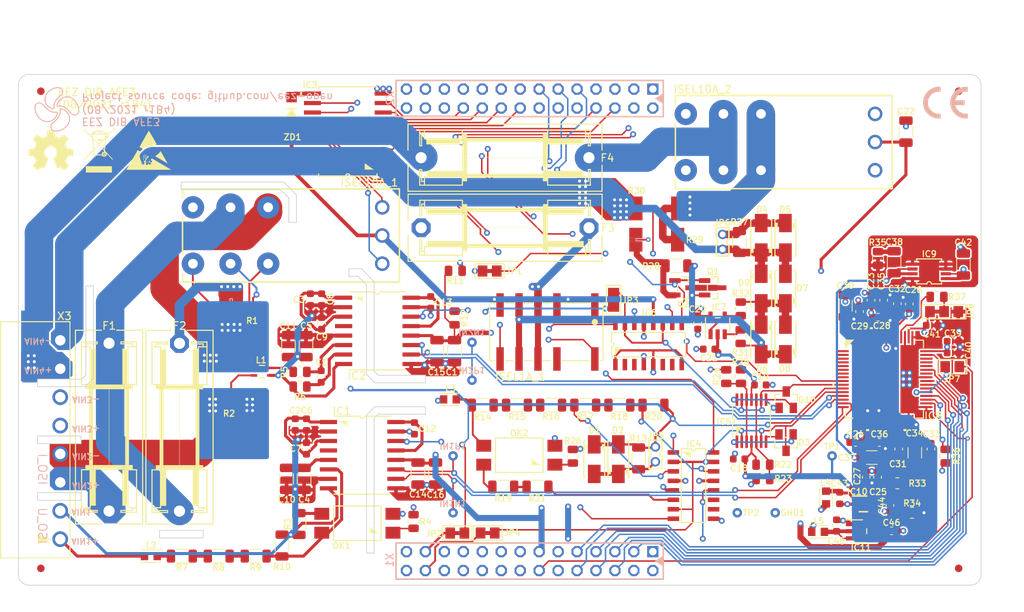
<source format=kicad_pcb>
(kicad_pcb (version 20221018) (generator pcbnew)
  (layers (0 "F.Cu" signal) (1 "In1.Cu" signal) (2 "In2.Cu" signal) (31 "B.Cu" signal) (34 "B.Paste" user) (35 "F.Paste" user) (36 "B.SilkS" user "B.Silkscreen") (37 "F.SilkS" user "F.Silkscreen") (38 "B.Mask" user) (39 "F.Mask" user) (44 "Edge.Cuts" user))
  (net 0 "")
  (net 1 "Net-(IC1-DCDC_OUT)")
  (net 2 "Net-(IC1-DCDC_IN)")
  (net 3 "Net-(IC1-HLDO_OUT)")
  (net 4 "Net-(IC2-INP)")
  (net 5 "Net-(IC2-INN)")
  (net 6 "Net-(IC2-DCDC_OUT)")
  (net 7 "Net-(IC2-DCDC_HGND)")
  (net 8 "Net-(IC2-HLDO_OUT)")
  (net 9 "Net-(IC2-DCDC_IN)")
  (net 10 "Net-(IC8-AVDD)")
  (net 11 "/Voltage/current  ADC/AVSS")
  (net 12 "Net-(IC8-VCAP4)")
  (net 13 "Net-(IC8-VCAP3)")
  (net 14 "Net-(IC8-VCAP2)")
  (net 15 "Net-(IC8-VCAP1)")
  (net 16 "Net-(IC8-VREFP)")
  (net 17 "Net-(IC10-EN)")
  (net 18 "Net-(IC11-EN)")
  (net 19 "Net-(C38-Pad2)")
  (net 20 "Net-(D3-A)")
  (net 21 "Net-(D3-C)")
  (net 22 "Net-(IC6B-S)")
  (net 23 "Net-(D6-PadC)")
  (net 24 "Net-(D10-A)")
  (net 25 "Net-(D10-C)")
  (net 26 "Net-(F2-Pad2)")
  (net 27 "Net-(ISEL1A_1B-COM)")
  (net 28 "/Isolated Ch#1, Ch#2/DIAG#1")
  (net 29 "Net-(IC1-INP)")
  (net 32 "/Isolated Ch#1, Ch#2/ISEL_S2_OUT")
  (net 33 "/Isolated Ch#1, Ch#2/ISEL_R2_OUT")
  (net 34 "Net-(IC3-COM)")
  (net 35 "/Isolated Ch#1, Ch#2/ISEL10_R#4")
  (net 36 "/Isolated Ch#1, Ch#2/ISEL10_S#4")
  (net 37 "/Isolated Ch#1, Ch#2/ISEL_R#4")
  (net 38 "/Isolated Ch#1, Ch#2/ISEL_S#4")
  (net 39 "/Isolated Ch#1, Ch#2/ISEL_R#2")
  (net 40 "/Isolated Ch#1, Ch#2/ISEL_S#2")
  (net 43 "/Isolated Ch#1, Ch#2/DIAG#2")
  (net 44 "Net-(IC4A-S)")
  (net 45 "Net-(IC4D-S)")
  (net 47 "Net-(IC6C-D)")
  (net 48 "Net-(IC7A--IN)")
  (net 49 "Net-(IC7A-+IN)")
  (net 51 "Net-(IC4B-S)")
  (net 62 "Net-(IC8-~{PWDN})")
  (net 63 "Net-(IC8-CLK)")
  (net 68 "Net-(IC8-CLKSEL)")
  (net 76 "Net-(X1-Pin_23)")
  (net 77 "Net-(OK1-S2)")
  (net 78 "Net-(OK1-A)")
  (net 79 "Net-(OK2-S1)")
  (net 80 "Net-(OK2-A)")
  (net 81 "Net-(Q1-D)")
  (net 82 "Net-(Q2-S)")
  (net 83 "Net-(X1-Pin_25)")
  (net 84 "/Isolated Ch#1, Ch#2/USEL#1")
  (net 85 "Net-(X1-Pin_24)")
  (net 86 "Net-(R14-Pad1)")
  (net 87 "Net-(R17-Pad1)")
  (net 88 "Net-(X1-Pin_26)")
  (net 89 "Net-(JP8-PadCOM)")
  (net 90 "Net-(R29-Pad1)")
  (net 91 "Net-(F1-Pad1)")
  (net 92 "Net-(F4-Pad1)")
  (net 93 "GND")
  (net 94 "+15V_ISO")
  (net 95 "-15V_ISO")
  (net 96 "+3V3_ISO")
  (net 97 "+5V_ISO")
  (net 98 "+2V5_ISO")
  (net 99 "-2V5_ISO")
  (net 100 "-5V_ISO")
  (net 101 "IN1P")
  (net 102 "IN1N")
  (net 103 "IN2P")
  (net 104 "IN2N")
  (net 105 "IN3P")
  (net 106 "IN4N")
  (net 107 "HI_CLAMP")
  (net 108 "LO_CLAMP")
  (net 109 "ISEL10A_S4_OUT")
  (net 110 "ISEL10A_R4_OUT")
  (net 111 "ISEL_S4_OUT")
  (net 112 "ISEL_R4_OUT")
  (net 113 "IN4P")
  (net 114 "ISEL_MID#4")
  (net 115 "~{RESET}")
  (net 116 "~{ADC_CS}")
  (net 117 "ADC_MOSI")
  (net 118 "ADC_MISO")
  (net 119 "~{ADC_DRDY}")
  (net 120 "ADC_START")
  (net 121 "AFE_CLK")
  (net 122 "ADC_SCK")
  (net 123 "USEL1#3")
  (net 124 "USEL20#3")
  (net 125 "USEL100#3")
  (net 126 "ISEL_LOW#4")
  (net 127 "Net-(ISEL10A_1-Pad11)")
  (net 128 "Net-(ISEL10A_1-Pad12)")
  (net 129 "Net-(ISEL10A_1-Pad14)")
  (net 130 "Net-(ISEL10A_1-Pad22)")
  (net 132 "Net-(ISEL10A_2-Pad12)")
  (net 135 "Net-(L1-Pad2)")
  (net 136 "AIN1N")
  (net 137 "AIN4N")
  (net 138 "AIN2P")
  (net 139 "AIN4P")
  (net 140 "Net-(L1-Pad4)")
  (net 141 "Net-(L2-Pad1)")
  (net 146 "AIN1P")
  (net 147 "AIN2N")
  (net 148 "IN3N")
  (net 149 "Net-(R7-Pad1)")
  (net 150 "Net-(R8-Pad1)")
  (net 151 "Net-(R15-Pad1)")
  (net 152 "Net-(R19-Pad1)")
  (net 153 "AIN3P")
  (net 167 "unconnected-(X1-Pin_4-Pad4)")
  (net 174 "Net-(OK2-S2)")
  (footprint "PCM_EEZ_SMD:DO214AC-2" (layer "F.Cu") (at 183.5437 92.6606 90)
    (fp_text reference "D4")
    (fp_text value "SA2M-E3/61T")
  )
  (footprint "PCM_EEZ_SMD:DO214AC-2" (layer "F.Cu") (at 186.7822 106.3004 90)
    (fp_text reference "D8")
    (fp_text value "SA2M-E3/61T")
  )
  (footprint "PCM_EEZ_passives:C_0603_1608Metric" (layer "F.Cu") (at 121.0945 117.7177 -90)
    (fp_text reference "C2")
    (fp_text value "1u")
  )
  (footprint "PCM_EEZ_passives:BEAD0603" (layer "F.Cu") (at 191.1637 132.1068 180)
    (fp_text reference "L5")
    (fp_text value "BLM18AG102SH1D")
  )
  (footprint "PCM_EEZ_passives:C_1206_3216Metric" (layer "F.Cu") (at 202.9366 78.4239 90)
    (fp_text reference "C22")
    (fp_text value "10u")
  )
  (footprint "PCM_EEZ_passives:R_1206_3216Metric" (layer "F.Cu") (at 180.6227 93.2194 -90)
    (fp_text reference "R27")
    (fp_text value "100K")
  )
  (footprint "PCM_EEZ_passives:R_0805_2012Metric" (layer "F.Cu") (at 121.7328 112.6123 180)
    (fp_text reference "R6")
    (fp_text value "10R")
  )
  (footprint "PCM_EEZ_passives:R_2512-4WIRE" (layer "F.Cu") (at 169.5356 92.9146 180)
    (fp_text reference "R29")
    (fp_text value "GMR100HTBFIR022")
  )
  (footprint "PCM_EEZ_passives:R_2512-4WIRE" (layer "F.Cu") (at 169.5483 88.7236)
    (fp_text reference "R30")
    (fp_text value "GMR100HTBFA10L0")
  )
  (footprint "PCM_EEZ_passives:C_0603_1608Metric" (layer "F.Cu") (at 176.546 107.5958)
    (fp_text reference "C21")
    (fp_text value "100n")
  )
  (footprint "PCM_EEZ_passives:BEAD0603" (layer "F.Cu") (at 141.8242 114.3395 180)
    (fp_text reference "L3")
    (fp_text value "MLZ1608N100LT000")
  )
  (footprint "PCM_EEZ_SMD:DW16" (layer "F.Cu") (at 130.064 121.8198)
    (fp_text reference "IC1")
    (fp_text value "AMC3330QDWERQ1")
  )
  (footprint "PCM_EEZ_passives:R_0805_2012Metric" (layer "F.Cu") (at 121.7328 110.6438 180)
    (fp_text reference "R5")
    (fp_text value "10R")
  )
  (footprint "PCM_EEZ_unsorted:Open HW logo" (layer "F.Cu") (at 88.3285 80.899)
    (fp_text reference "LOGO2" hide)
    (fp_text value "Open HW logo" hide)
  )
  (footprint "PCM_EEZ_passives:R_0805_2012Metric" (layer "F.Cu") (at 180.8259 111.2788 90)
    (fp_text reference "R25")
    (fp_text value "330R")
  )
  (footprint "PCM_EEZ_passives:C_1206_3216Metric" (layer "F.Cu") (at 137.5443 124.2836 -90)
    (fp_text reference "C14")
    (fp_text value "1n")
  )
  (footprint "PCM_EEZ_SMD:DW18_TEX-M" (layer "F.Cu") (at 128.1336 78.3985 180)
    (fp_text reference "IC3")
    (fp_text value "ULN2803ADWR")
  )
  (footprint "PCM_EEZ_passives:C_0603_1608Metric" (layer "F.Cu") (at 201.7936 101.4998 -90)
    (fp_text reference "C32")
    (fp_text value "1u")
  )
  (footprint "PCM_EEZ_passives:R_1206_3216Metric" (layer "F.Cu") (at 153.559 126.087 180)
    (fp_text reference "R21")
    (fp_text value "49K9")
  )
  (footprint "PCM_EEZ_passives:IND_DLW21S_0805_MUR-M" (layer "F.Cu") (at 116.6495 110.617)
    (fp_text reference "L1")
    (fp_text value "DLW21SN371SQ2L")
  )
  (footprint "PCM_EEZ_passives:C_0603_1608Metric" (layer "F.Cu") (at 122.5964 120.9181 -90)
    (fp_text reference "C7")
    (fp_text value "100n")
  )
  (footprint "PCM_EEZ_SMD:SOD123" (layer "F.Cu") (at 120.6025 75.6934 -90)
    (fp_text reference "ZD1")
    (fp_text value "MMSZ5230BT1G")
  )
  (footprint "PCM_EEZ_passives:R_0805_2012Metric" (layer "F.Cu") (at 203.7494 129.5414 180)
    (fp_text reference "R34")
    (fp_text value "10R")
  )
  (footprint "PCM_EEZ_SMD:DBV5" (layer "F.Cu") (at 196.8152 132.0179)
    (fp_text reference "IC11")
    (fp_text value "TPS72325DBVR")
  )
  (footprint "PCM_EEZ_passives:C_1206_3216Metric" (layer "F.Cu") (at 210.6455 96.242 90)
    (fp_text reference "C42")
    (fp_text value "N.C.")
  )
  (footprint "PCM_EEZ_passives:R_2512-4WIRE" (layer "F.Cu") (at 112.4999 103.5953 90)
    (fp_text reference "R1")
    (fp_text value "GMR100HTBFIR022")
  )
  (footprint "PCM_EEZ_passives:C_0603_1608Metric" (layer "F.Cu") (at 209.2325 108.0911 180)
    (fp_text reference "C40")
    (fp_text value "100n")
  )
  (footprint "PCM_EEZ_SMD:DW16" (layer "F.Cu") (at 132.096 105.1447)
    (fp_text reference "IC2")
    (fp_text value "AMC3301DWER")
  )
  (footprint "PCM_EEZ_passives:C_0603_1608Metric" (layer "F.Cu") (at 180.5719 122.3278)
    (fp_text reference "C18")
    (fp_text value "100n")
  )
  (footprint "PCM_EEZ_passives:R_1206_3216Metric" (layer "F.Cu") (at 115.7892 135.358 180)
    (fp_text reference "R9")
    (fp_text value "1M5 0.1%")
  )
  (footprint "PCM_EEZ_SMD:Fiducial" (layer "F.Cu") (at 210 137)
    (fp_text reference "FM3" hide)
    (fp_text value "FIDUCIAL_2" hide)
  )
  (footprint "PCM_EEZ_passives:R_0805_2012Metric" (layer "F.Cu") (at 183.769 125.0315 180)
    (fp_text reference "R23")
    (fp_text value "10K")
  )
  (footprint "PCM_EEZ_passives:R_1206_3216Metric" (layer "F.Cu") (at 159.9565 115.1015 180)
    (fp_text reference "R17")
    (fp_text value "200K 0.1%")
  )
  (footprint "PCM_EEZ_SMD:DIL4-SMD" (layer "F.Cu") (at 129.4163 130.9511 90)
    (fp_text reference "OK1")
    (fp_text value "VOR1142B4")
  )
  (footprint "PCM_EEZ_passives:C_0603_1608Metric" (layer "F.Cu") (at 199.3806 120.1053)
    (fp_text reference "C36")
    (fp_text value "100n")
  )
  (footprint "PCM_EEZ_THT:2MM-2" (layer "F.Cu") (at 178.3621 93.2067 180)
    (fp_text reference "JP6")
    (fp_text value "DS1025-01-1*2P8BV1-B")
  )
  (footprint "PCM_EEZ_SMD:SO16" (layer "F.Cu") (at 174.4632 125.8965)
    (fp_text reference "IC4")
    (fp_text value "DG212BDY-T1-E3")
  )
  (footprint "PCM_EEZ_SMD:DO214AC-2" (layer "F.Cu") (at 186.7822 92.6606 -90)
    (fp_text reference "D5")
    (fp_text value "SA2M-E3/61T")
  )
  (footprint "PCM_EEZ_passives:R_0805_2012Metric" (layer "F.Cu") (at 178.8574 111.2788 -90)
    (fp_text reference "R24")
    (fp_text value "10K")
  )
  (footprint "PCM_EEZ_passives:C_0603_1608Metric" (layer "F.Cu") (at 201.9714 120.9943 90)
    (fp_text reference "C31")
    (fp_text value "1u")
  )
  (footprint "PCM_EEZ_passives:C_0603_1608Metric" (layer "F.Cu") (at 123.1265 100.941 -90)
    (fp_text reference "C3")
    (fp_text value "1u")
  )
  (footprint "PCM_EEZ_THT:Testhole 24_50mils" (layer "F.Cu") (at 180.34 129.54)
    (fp_text reference "TP2")
    (fp_text value "PCB_TEST_TABSHIELD")
  )
  (footprint "PCM_EEZ_passives:R_1206_3216Metric" (layer "F.Cu") (at 169.1005 115.1015 180)
    (fp_text reference "R20")
    (fp_text value "100K 0.1%")
  )
  (footprint "PCM_EEZ_THT:Testhole 24_50mils" (layer "F.Cu") (at 193.04 121.92)
    (fp_text reference "TP1")
    (fp_text value "PCB_TEST_TABSHIELD")
  )
  (footprint "PCM_EEZ_SMD:DO214AC-2" (layer "F.Cu") (at 183.5437 99.4678 -90)
    (fp_text reference "D9")
    (fp_text value "SA2M-E3/61T")
  )
  (footprint "PCM_EEZ_passives:C_1206_3216Metric" (layer "F.Cu") (at 140.0843 107.8625 -90)
    (fp_text reference "C15")
    (fp_text value "1n")
  )
  (footprint "PCM_EEZ_passives:C_0603_1608Metric" (layer "F.Cu") (at 122.5964 117.7177 -90)
    (fp_text reference "C6")
    (fp_text value "1n")
  )
  (footprint "PCM_EEZ_passives:R_1206_3216Metric" (layer "F.Cu") (at 167.1099 122.2516 90)
    (fp_text reference "R13")
    (fp_text value "100K")
  )
  (footprint "PCM_EEZ_THT:RT424F05" (layer "F.Cu") (at 121.2523 92.3558 180)
    (fp_text reference "ISEL10A_1")
    (fp_text value "RT424F05")
  )
  (footprint "PCM_EEZ_SMD:JP2 shorted" (layer "F.Cu") (at 142.8115 132.2705 180)
    (fp_text reference "JP2")
    (fp_text value "JP2-NOCUT-0805" hide)
  )
  (footprint "PCM_EEZ_passives:C_1206_3216Metric" (layer "F.Cu") (at 198.3646 122.1373)
    (fp_text reference "C37")
    (fp_text value "10u")
  )
  (footprint "PCM_EEZ_passives:C_1206_3216Metric" (layer "F.Cu") (at 201.3491 95.9372 90)
    (fp_text reference "C38")
    (fp_text value "N.C.")
  )
  (footprint "PCM_EEZ_passives:C_0603_1608Metric" (layer "F.Cu") (at 206.2894 120.9943 90)
    (fp_text reference "C33")
    (fp_text value "1u")
  )
  (footprint "PCM_EEZ_SMD:EE2-5TNU-L" (layer "F.Cu") (at 154.8925 105.2971 180)
    (fp_text reference "ISEL1A_1")
    (fp_text value "EE2-5TNU-L")
  )
  (footprint "PCM_EEZ_THT:RT424F05" (layer "F.Cu") (at 187.305 79.8209 180)
    (fp_text reference "ISEL10A_2")
    (fp_text value "RT424F05")
  )
  (footprint "PCM_EEZ_passives:C_0603_1608Metric" (layer "F.Cu") (at 200.7903 128.5508 90)
    (fp_text reference "C44")
    (fp_text value "1u")
  )
  (footprint "PCM_EEZ_passives:R_0805_2012Metric" (layer "F.Cu") (at 180.7878 105.918 -90)
    (fp_text reference "R31")
    (fp_text value "10K")
  )
  (footprint "PCM_EEZ_passives:C_1206_3216Metric" (layer "F.Cu") (at 120.1834 107.1894 -90)
    (fp_text reference "C11")
    (fp_text value "1n")
  )
  (footprint "PCM_EEZ_passives:R_0805_2012Metric" (layer "F.Cu") (at 142.5481 97.0929 180)
    (fp_text reference "R11")
    (fp_text value "N.C.")
  )
  (footprint "PCM_EEZ_THT:2MM-2" (layer "F.Cu") (at 169.3578 121.7055)
    (fp_text reference "JP5")
    (fp_text value "DS1025-01-1*2P8BV1-B")
  )
  (footprint "PCM_EEZ_SMD:DO214AC-2" (layer "F.Cu") (at 183.5437 106.3004 -90)
    (fp_text reference "D6")
    (fp_text value "SA2M-E3/61T")
  )
  (footprint "PCM_EEZ_SMD:Fiducial" (layer "F.Cu") (at 87 137)
    (fp_text reference "FM1" hide)
    (fp_text value "FIDUCIAL_2" hide)
  )
  (footprint "PCM_EEZ_THT:ZH32" (layer "F.Cu") (at 149.2156 91.313 180)
    (fp_text reference "F3")
    (fp_text value "ZH32 (1.25A)")
  )
  (footprint "PCM_EEZ_SMD:DO214AC-2" (layer "F.Cu") (at 186.7822 99.4678 90)
    (fp_text reference "D7")
    (fp_text value "SA2M-E3/61T")
  )
  (footprint "PCM_EEZ_passives:R_1206_3216Metric" (layer "F.Cu") (at 155.3845 115.1015 180)
    (fp_text reference "R16")
    (fp_text value "100K 0.1%")
  )
  (footprint "PCM_EEZ_passives:C_0603_1608Metric" (layer "F.Cu") (at 201.0062 131.9671 180)
    (fp_text reference "C46")
    (fp_text value "1u")
  )
  (footprint "PCM_EEZ_passives:R_0805_2012Metric" (layer "F.Cu") (at 183.769 123.0917)
    (fp_text reference "R22")
    (fp_text value "330R")
  )
  (footprint "PCM_EEZ_passives:R_0805_2012Metric" (layer "F.Cu") (at 136.9474 130.7098 90)
    (fp_text reference "R4")
    (fp_text value "470R")
  )
  (footprint "PCM_EEZ_passives:R_0805_2012Metric" (layer "F.Cu") (at 207.1022 100.5854)
    (fp_text reference "R37")
    (fp_text value "10K")
  )
  (footprint "PCM_EEZ_passives:C_0603_1608Metric" (layer "F.Cu") (at 175.0347 104.116 90)
    (fp_text reference "C20")
    (fp_text value "100n")
  )
  (footprint "PCM_EEZ_passives:R_0805_2012Metric" (layer "F.Cu") (at 201.7809 125.5917 180)
    (fp_text reference "R33")
    (fp_text value "10R")
  )
  (footprint "PCM_EEZ_passives:C_0603_1608Metric" (layer "F.Cu") (at 198.2503 101.0299 90)
    (fp_text reference "C23")
    (fp_text value "100n")
  )
  (footprint "PCM_EEZ_passives:R_0805_2012Metric" (layer "F.Cu") (at 199.1901 95.4292 -90)
    (fp_text reference "R35")
    (fp_text value "N.C.")
  )
  (footprint "PCM_EEZ_connectors:691322310008" (layer "F.Cu") (at 89.6 119.75 90)
    (fp_text reference locked "X3")
    (fp_text value "691322310008")
  )
  (footprint "PCM_EEZ_unsorted:ESD  logo" (layer "F.Cu") (at 101.468945 80.897896)
    (fp_text reference "LOGO5" hide)
    (fp_text value "ESD logo" hide)
  )
  (footprint "PCM_EEZ_THT:Testhole 24_50mils" (layer "F.Cu") (at 185.42 129.54)
    (fp_text reference "GND1")
    (fp_text value "PCB_TEST_TABSHIELD")
  )
  (footprint "PCM_EEZ_passives:C_0603_1608Metric" (layer "F.Cu") (at 193.6402 131.2559 90)
    (fp_text reference "C45")
    (fp_text value "100n")
  )
  (footprint "PCM_EEZ_SMD:SOT23-3" (layer "F.Cu") (at 186.8711 120.1307 180)
    (fp_text reference "D3")
    (fp_text value "BAV199")
  )
  (footprint "PCM_EEZ_SMD:MSOP-8_MS_LIT" (layer "F.Cu") (at 206.0481 97.1691 180)
    (fp_text reference "IC9")
    (fp_text value "N.C.")
  )
  (footprint "PCM_EEZ_passives:R_0805_2012Metric" (layer "F.Cu") (at 142.4465 103.4175 -90)
    (fp_text reference "R12")
    (fp_text value "N.C.")
  )
  (footprint "PCM_EEZ_SMD:SOT103P240X110-3N" (layer "F.Cu") (at 177.038 99.3662)
    (fp_text reference "Q1")
    (fp_text value "2N7002")
  )
  (footprint "PCM_EEZ_passives:R_1206_3216Metric" (layer "F.Cu") (at 164.5285 115.1015 180)
    (fp_text reference "R18")
    (fp_text value "200K 0.1%")
  )
  (footprint "PCM_EEZ_passives:C_1206_3216Metric" (layer "F.Cu") (at 194.818 101.7905 90)
    (fp_text reference "C30")
    (fp_text value "10u")
  )
  (footprint "PCM_EEZ_SMD:SOT23-5L_STM" (layer "F.Cu") (at 177.7017 104.4081 90)
    (fp_text reference "IC7")
    (fp_text value "OPA376AIDBVR")
  )
  (footprint "PCM_EEZ_SMD:DO214AC-2" (layer "F.Cu") (at 161.163 122.3532 -90)
    (fp_text reference "D1")
    (fp_text value "SA2M-E3/61T")
  )
  (footprint "PCM_EEZ_passives:R_1206_3216Metric" (layer "F.Cu") (at 146.2184 115.1015 180)
    (fp_text reference "R14")
    (fp_text value "4M7 0.1%")
  )
  (footprint "PCM_EEZ_passives:C_1206_3216Metric" (layer "F.Cu") (at 204.1304 121.5023 90)
    (fp_text reference "C34")
    (fp_text value "22u")
  )
  (footprint "PCM_EEZ_passives:BEAD0603" (layer "F.Cu") (at 192.2305 127.4967 -90)
    (fp_text reference "L4")
    (fp_text value "BLM18AG102SH1D")
  )
  (footprint "PCM_EEZ_passives:C_0603_1608Metric" (layer "F.Cu") (at 199.136 124.7775 90)
    (fp_text reference "C25")
    (fp_text value "1u")
  )
  (footprint "PCM_EEZ_passives:C_0603_1608Metric" (layer "F.Cu") (at 124.6284 104.1414 -90)
    (fp_text reference "C9")
    (fp_text value "100n")
  )
  (footprint "PCM_EEZ_THT:ZH32" (layer "F.Cu") (at 96.139 118.057 -90)
    (fp_text reference "F1")
    (fp_text value "ZH32 (10A)")
  )
  (footprint "PCM_EEZ_passives:R_1206_3216Metric" (layer "F.Cu") (at 105.8959 135.358 180)
    (fp_text reference "R7")
    (fp_text value "1M5 0.1%")
  )
  (footprint "PCM_EEZ_passives:R_1206_3216Metric" (layer "F.Cu") (at 172.1772 96.4198)
    (fp_text reference "R28")
    (fp_text value "33R")
  )
  (footprint "PCM_EEZ_SMD:Fiducial" (layer "F.Cu") (at 210 73)
    (fp_text reference "FM2" hide)
    (fp_text value "FIDUCIAL_2" hide)
  )
  (footprint "PCM_EEZ_passives:C_0603_1608Metric" (layer "F.Cu") (at 203.3905 101.5365 -90)
    (fp_text reference "C26")
    (fp_text value "1u")
  )
  (footprint "PCM_EEZ_passives:C_1206_3216Metric" (layer "F.Cu") (at 122.5329 107.1894 -90)
    (fp_text reference "C5")
    (fp_text value "100n")
  )
  (footprint "PCM_EEZ_SMD:Fiducial" (layer "F.Cu") (at 87 73)
    (fp_text reference "FM4" hide)
    (fp_text value "FIDUCIAL_2" hide)
  )
  (footprint "PCM_EEZ_SMD:JP2 open" (layer "F.Cu") (at 209.1469 109.9453 180)
    (fp_text reference "JP7")
    (fp_text value "JP2-CUT-0805" hide)
  )
  (footprint "PCM_EEZ_passives:C_0603_1608Metric" (layer "F.Cu") (at 206.4291 104.4081 180)
    (fp_text reference "C41")
    (fp_text value "100n")
  )
  (footprint "PCM_EEZ_SMD:JP3 shorted" (layer "F.Cu") (at 208.0547 102.5666 180)
    (fp_text reference "JP8")
    (fp_text value "JP3-CUT-0805-ROTATED" hide)
  )
  (footprint "PCM_EEZ_passives:C_1206_3216Metric" (layer "F.Cu") (at 142.4338 107.8625 -90)
    (fp_text reference "C17")
    (fp_text value "1u")
  )
  (footprint "PCM_EEZ_SMD:PW(R-PDSO-G14)" (layer "F.Cu") (at 182.2356 117.197 90)
    (fp_text reference "IC5")
    (fp_text value "MCP6004-I/ST")
  )
  (footprint "PCM_EEZ_passives:R_0805_2012Metric" (layer "F.Cu") (at 180.8005 102.1983 90)
    (fp_text reference "R32")
    (fp_text value "1K")
  )
  (footprint "PCM_EEZ_SMD:PAG64" (layer "F.Cu") (at 200.0537 111.6217)
    (fp_text reference "IC8")
    (fp_text value "ADS131E04IPAGR")
  )
  (footprint "PCM_EEZ_SMD:JP2 shorted" (layer "F.Cu") (at 163.7571 100.9791 90)
    (fp_text reference "JP3")
    (fp_text value "JP2-NOCUT-0805" hide)
  )
  (footprint "PCM_EEZ_passives:C_0603_1608Metric" (layer "F.Cu") (at 139.2461 101.3093 -90)
    (fp_text reference "C13")
    (fp_text value "100n")
  )
  (footprint "PCM_EEZ_passives:C_0603_1608Metric" (layer "F.Cu") (at 124.6284 100.941 -90)
    (fp_text reference "C8")
    (fp_text value "1n")
  )
  (footprint "PCM_EEZ_THT:ZH32" (layer "F.Cu") (at 149.2029 81.9164 180)
    (fp_text reference "F4")
    (fp_text value "ZH32 (10A)")
  )
  (footprint "PCM_EEZ_passives:C_0603_1608Metric" (layer "F.Cu") (at 197.612 124.7775 -90)
    (fp_text reference "C27")
    (fp_text value "100n")
  )
  (footprint "PCM_EEZ_SMD:SOT103P240X110-3N" (layer "F.Cu") (at 173.0535 99.3662)
    (fp_text reference "Q2")
    (fp_text value "2N7002")
  )
  (footprint "PCM_EEZ_passives:R_0805_2012Metric" (layer "F.Cu") (at 208.2579 121.9468 -90)
    (fp_text reference "R36")
    (fp_text value "10K")
  )
  (footprint "PCM_EEZ_SMD:SO16" (layer "F.Cu") (at 168.4434 106.9735 90)
    (fp_text reference "IC6")
    (fp_text value "DG212BDY-T1-E3")
  )
  (footprint "PCM_EEZ_passives:C_0603_1608Metric" (layer "F.Cu") (at 183.4167 112.3964 180)
    (fp_text reference "C19")
    (fp_text value "100n")
  )
  (footprint "PCM_EEZ_passives:C_1206_3216Metric" (layer "F.Cu") (at 122.2789 124.9948 -90)
    (fp_text reference "C4")
    (fp_text value "100n")
  )
  (footprint "PCM_EEZ_SMD:SOT23-3" (layer "F.Cu") (at 186.8965 114.3776)
    (fp_text reference "D10")
    (fp_text value "BAV199")
  )
  (footprint "PCM_EEZ_passives:C_0603_1608Metric" (layer "F.Cu") (at 194.056 127.5715 -90)
    (fp_text reference "C43")
    (fp_text value "100n")
  )
  (footprint "PCM_EEZ_passives:BEAD0603" (layer "F.Cu") (at 101.743 135.358 180)
    (fp_text reference "L2")
    (fp_text value "MLZ1608N100LT000")
  )
  (footprint "PCM_EEZ_unsorted:WEEE logo" (layer "F.Cu") (at 94.801445 80.905928)
    (fp_text reference "LOGO4" hide)
    (fp_text value "WEEE logo" hide)
  )
  (footprint "PCM_EEZ_passives:R_1206_3216Metric" (layer "F.Cu") (at 150.8125 115.1015 180)
    (fp_text reference "R15")
    (fp_text value "4M7 0.1%")
  )
  (footprint "PCM_EEZ_passives:C_0603_1608Metric" (layer "F.Cu") (at 199.2155 103.3145)
    (fp_text reference "C28")
    (fp_text value "100n")
  )
  (footprint "PCM_EEZ_passives:C_1206_3216Metric" (layer "F.Cu") (at 139.8938 124.2836 -90)
    (fp_text reference "C16")
    (fp_text value "1u")
  )
  (footprint "PCM_EEZ_passives:C_0603_1608Metric" (layer "F.Cu") (at 199.9521 101.0299 90)
    (fp_text reference "C35")
    (fp_text value "100n")
  )
  (footprint "PCM_EEZ_passives:C_0603_1608Metric" (layer "F.Cu") (at 196.1802 120.1053 180)
    (fp_text reference "C24")
    (fp_text value "100n")
  )
  (footprint "PCM_EEZ_SMD:DCK5" (layer "F.Cu") (at 197.2343 128.3857)
    (fp_text reference "IC10")
    (fp_text value "TPS71725DCKR")
  )
  (footprint "PCM_EEZ_passives:C_0603_1608Metric" (layer "F.Cu") (at 209.2325 106.553)
    (fp_text reference "C39")
    (fp_text value "1u")
  )
  (footprint "PCM_EEZ_passives:R_1206_3216Metric" (layer "F.Cu") (at 110.8362 135.358 180)
    (fp_text reference "R8")
    (fp_text value "1M5 0.1%")
  )
  (footprint "PCM_EEZ_passives:C_0603_1608Metric" (layer "F.Cu") (at 196.723 102.5525 90)
    (fp_text reference "C29")
    (fp_text value "100n")
  )
  (footprint "PCM_EEZ_SMD:DIL4-SMD" (layer "F.Cu") (at 151.1206 121.8198 90)
    (fp_text reference "OK2")
    (fp_text value "VOR1142B4")
  )
  (footprint "PCM_EEZ_SMD:DO214AC-2" (layer "F.Cu") (at 164.3921 122.3532 90)
    (fp_text reference "D2")
    (fp_text value "SA2M-E3/61T")
  )
  (footprint "PCM_EEZ_THT:ZH32" (layer "F.Cu") (at 105.5784 118.0733 90)
    (fp_text reference "F2")
    (fp_text value "ZH32 (1.25A)")
  )
  (footprint "PCM_EEZ_SMD:JP2 shorted" (layer "F.Cu") (at 146.8788 132.2592)
    (fp_text reference "JP4")
    (fp_text value "JP2-NOCUT-0805" hide)
  )
  (footprint "PCM_EEZ_passives:C_1206_3216Metric" (layer "F.Cu") (at 119.9294 124.9948 -90)
    (fp_text reference "C10")
    (fp_text value "1n")
  )
  (footprint "PCM_EEZ_passives:R_1206_3216Metric" (layer "F.Cu") (at 121.6058 131.0527 90)
    (fp_text reference "R3")
    (fp_text value "10K5 0.1%")
  )
  (footprint "PCM_EEZ_passives:R_1206_3216Metric" (layer "F.Cu") (at 119.3165 133.9356 -90)
    (fp_text reference "R10")
    (fp_text value "82K5 0.1%")
  )
  (footprint "PCM_EEZ_SMD:JP2 shorted" (layer "F.Cu") (at 147.1455 97.1183 180)
    (fp_text reference "JP1")
    (fp_text value "JP2-NOCUT-0805" hide)
  )
  (footprint "PCM_EEZ_passives:R_1206_3216Metric" (layer "F.Cu") (at 148.971 126.087 180)
    (fp_text reference "R19")
    (fp_text value "49K9")
  )
  (footprint "PCM_EEZ_passives:C_0603_1608Metric" (layer "F.Cu") (at 137.0617 118.2257 -90)
    (fp_text reference "C12")
    (fp_text value "100n")
  )
  (footprint "PCM_EEZ_passives:R_2512-4WIRE" (layer "F.Cu") (at 112.511 111.639 90)
    (fp_text reference "R2")
    (fp_text value "GMR100HTBFA10L0")
  )
  (footprint "PCM_EEZ_passives:C_0603_1608Metric" (layer "F.Cu") (at 124.5649 111.2661 -90)
    (fp_text reference "C1")
    (fp_text value "8n2")
  )
  (footprint "PCM_EEZ_passives:R_0805_2012Metric" (layer "F.Cu") (at 158.2961 121.9595 -90)
    (fp_text reference "R26")
    (fp_text value "470R")
  )
  (footprint "PCM_EEZ_THT:Testhole 24_50mils" (layer "B.Cu") (at 142.24 129.54 180)
    (fp_text reference "IN1N1")
    (fp_text value "PCB_TEST_TABSHIELD")
  )
  (footprint "PCM_EEZ_connectors:P125-2214A0BS230A1" (layer "B.Cu") (at 136 72.7136)
    (fp_text reference "X2")
    (fp_text value "P125-2214A0BS230A1")
  )
  (footprint "PCM_EEZ_unsorted:CE logo" (layer "B.Cu") (at 208.2165 74.549)
    (fp_text reference "LOGO1" hide)
    (fp_text value "CR logo" hide)
  )
  (footprint "PCM_EEZ_THT:Testhole 24_50mils" (layer "B.Cu") (at 142.24 121.92 180)
    (fp_text reference "IN1P1")
    (fp_text value "PCB_TEST_TABSHIELD")
  )
  (footprint "PCM_EEZ_THT:Testhole 24_50mils" (layer "B.Cu") (at 144.78 106.68 180)
    (fp_text reference "IN2N1")
    (fp_text value "PCB_TEST_TABSHIELD")
  )
  (footprint "PCM_EEZ_THT:Testhole 24_50mils" (layer "B.Cu") (at 144.78 111.76 180)
    (fp_text reference "IN2P1")
    (fp_text value "PCB_TEST_TABSHIELD")
  )
  (footprint "PCM_EEZ_unsorted:EEZ logo (outline 6mm)" (layer "B.Cu") (at 89.154 75.438 180)
    (fp_text reference "LOGO3" hide)
    (fp_text value "EEZ logo" hide)
  )
  (footprint "PCM_EEZ_connectors:P125-2214A0BS230A1" (layer "B.Cu") (at 136 134.7536)
    (fp_text reference "X1")
    (fp_text value "P125-2214A0BS230A1")
  )
  (gr_line (start 92.4847 111.6217) (end 93.0308 111.0756) (stroke (width 0.1016)) (layer "Edge.Cuts"))
  (gr_arc (start 84.0011 72.1536) (mid 84.411151 71.163651) (end 85.4011 70.7536) (stroke (width 0.1)) (layer "Edge.Cuts"))
  (gr_line (start 119.1039 86.1963) (end 105.807 86.1963) (stroke (width 0.1016)) (layer "Edge.Cuts"))
  (gr_line (start 86.5411 126.849) (end 86.5411 127.865) (stroke (width 0.1016)) (layer "Edge.Cuts"))
  (gr_line (start 92.4847 111.6217) (end 86.5538 111.6217) (stroke (width 0.1016)) (layer "Edge.Cuts"))
  (gr_line (start 92.3831 126.849) (end 86.5411 126.849) (stroke (width 0.1016)) (layer "Edge.Cuts"))
  (gr_line (start 121.2502 90.5905) (end 121.2502 86.8948) (stroke (width 0.1016)) (layer "Edge.Cuts"))
  (gr_line (start 120.2342 87.3266) (end 119.1039 86.1963) (stroke (width 0.1016)) (layer "Edge.Cuts"))
  (gr_line (start 131.6642 116.8668) (end 132.2103 116.3207) (stroke (width 0.1016)) (layer "Edge.Cuts"))
  (gr_line (start 108.7534 131.9036) (end 102.9114 131.9036) (stroke (width 0.1016)) (layer "Edge.Cuts"))
  (gr_line (start 93.0308 99.1122) (end 94.0468 99.1122) (stroke (width 0.1016)) (layer "Edge.Cuts"))
  (gr_line (start 130.6482 134.9516) (end 130.6482 116.435) (stroke (width 0.1016)) (layer "Edge.Cuts"))
  (gr_line (start 85.4011 70.7536) (end 211.6011 70.7536) (stroke (width 0.1)) (layer "Edge.Cuts"))
  (gr_line (start 129.5179 97.8295) (end 128.286 97.8295) (stroke (width 0.1016)) (layer "Edge.Cuts"))
  (gr_line (start 213.0011 72.1536) (end 213.0011 137.8536) (stroke (width 0.1)) (layer "Edge.Cuts"))
  (gr_line (start 108.7534 132.9196) (end 102.9114 132.9196) (stroke (width 0.1016)) (layer "Edge.Cuts"))
  (gr_line (start 92.9165 112.6377) (end 94.0468 111.5074) (stroke (width 0.1016)) (layer "Edge.Cuts"))
  (gr_arc (start 211.6011 70.7536) (mid 212.591049 71.163651) (end 213.0011 72.1536) (stroke (width 0.1)) (layer "Edge.Cuts"))
  (gr_line (start 86.5411 119.2417) (end 86.5411 120.2577) (stroke (width 0.1016)) (layer "Edge.Cuts"))
  (gr_line (start 92.3831 120.2577) (end 86.5411 120.2577) (stroke (width 0.1016)) (layer "Edge.Cuts"))
  (gr_line (start 92.3831 127.865) (end 86.5411 127.865) (stroke (width 0.1016)) (layer "Edge.Cuts"))
  (gr_line (start 121.2502 86.8948) (end 119.5357 85.1803) (stroke (width 0.1016)) (layer "Edge.Cuts"))
  (gr_line (start 92.3831 126.849) (end 92.3831 127.865) (stroke (width 0.1016)) (layer "Edge.Cuts"))
  (gr_line (start 138.5349 111.101) (end 138.5349 112.117) (stroke (width 0.1016)) (layer "Edge.Cuts"))
  (gr_line (start 131.6642 134.9516) (end 130.6482 134.9516) (stroke (width 0.1016)) (layer "Edge.Cuts"))
  (gr_line (start 108.7534 131.9036) (end 108.7534 132.9196) (stroke (width 0.1016)) (layer "Edge.Cuts"))
  (gr_line (start 120.2342 90.5905) (end 120.2342 87.3266) (stroke (width 0.1016)) (layer "Edge.Cuts"))
  (gr_line (start 132.2103 111.101) (end 131.6642 110.5549) (stroke (width 0.1016)) (layer "Edge.Cuts"))
  (gr_line (start 92.9165 112.6377) (end 86.5538 112.6377) (stroke (width 0.1016)) (layer "Edge.Cuts"))
  (gr_line (start 85.4011 139.2536) (end 211.6011 139.2536) (stroke (width 0.1)) (layer "Edge.Cuts"))
  (gr_line (start 92.3831 119.2417) (end 92.3831 120.2577) (stroke (width 0.1016)) (layer "Edge.Cuts"))
  (gr_line (start 132.2103 116.3207) (end 138.5349 116.3207) (stroke (width 0.1016)) (layer "Edge.Cuts"))
  (gr_line (start 129.9497 96.8135) (end 128.286 96.8135) (stroke (width 0.1016)) (layer "Edge.Cuts"))
  (gr_line (start 94.0468 99.1122) (end 94.0468 111.5074) (stroke (width 0.1016)) (layer "Edge.Cuts"))
  (gr_arc (start 213.0011 137.8536) (mid 212.591049 138.843549) (end 211.6011 139.2536) (stroke (width 0.1)) (layer "Edge.Cuts"))
  (gr_line (start 138.5349 116.3207) (end 138.5349 115.3047) (stroke (width 0.1016)) (layer "Edge.Cuts"))
  (gr_line (start 130.6482 116.435) (end 131.7785 115.3047) (stroke (width 0.1016)) (layer "Edge.Cuts"))
  (gr_line (start 131.7785 115.3047) (end 138.5349 115.3047) (stroke (width 0.1016)) (layer "Edge.Cuts"))
  (gr_line (start 102.9114 131.9036) (end 102.9114 132.9196) (stroke (width 0.1016)) (layer "Edge.Cuts"))
  (gr_line (start 130.6482 110.9867) (end 130.6482 98.9598) (stroke (width 0.1016)) (layer "Edge.Cuts"))
  (gr_line (start 138.5349 112.117) (end 131.7785 112.117) (stroke (width 0.1016)) (layer "Edge.Cuts"))
  (gr_line (start 93.0308 99.1122) (end 93.0308 111.0756) (stroke (width 0.1016)) (layer "Edge.Cuts"))
  (gr_line (start 131.6642 110.5549) (end 131.6642 98.528) (stroke (width 0.1016)) (layer "Edge.Cuts"))
  (gr_line (start 131.7785 112.117) (end 130.6482 110.9867) (stroke (width 0.1016)) (layer "Edge.Cuts"))
  (gr_line (start 128.286 96.8135) (end 128.286 97.8295) (stroke (width 0.1016)) (layer "Edge.Cuts"))
  (gr_line (start 131.6642 98.528) (end 129.9497 96.8135) (stroke (width 0.1016)) (layer "Edge.Cuts"))
  (gr_line (start 119.5357 85.1803) (end 105.807 85.1803) (stroke (width 0.1016)) (layer "Edge.Cuts"))
  (gr_line (start 84.0011 72.1536) (end 84.0011 137.8536) (stroke (width 0.1)) (layer "Edge.Cuts"))
  (gr_line (start 138.5349 111.101) (end 132.2103 111.101) (stroke (width 0.1016)) (layer "Edge.Cuts"))
  (gr_arc (start 85.4011 139.2536) (mid 84.411151 138.843549) (end 84.0011 137.8536) (stroke (width 0.1)) (layer "Edge.Cuts"))
  (gr_line (start 86.5538 111.6217) (end 86.5538 112.6377) (stroke (width 0.1016)) (layer "Edge.Cuts"))
  (gr_line (start 131.6642 134.9516) (end 131.6642 116.8668) (stroke (width 0.1016)) (layer "Edge.Cuts"))
  (gr_line (start 120.2342 90.5905) (end 121.2502 90.5905) (stroke (width 0.1016)) (layer "Edge.Cuts"))
  (gr_line (start 105.807 85.1803) (end 105.807 86.1963) (stroke (width 0.1016)) (layer "Edge.Cuts"))
  (gr_line (start 92.3831 119.2417) (end 86.5411 119.2417) (stroke (width 0.1016)) (layer "Edge.Cuts"))
  (gr_line (start 130.6482 98.9598) (end 129.5179 97.8295) (stroke (width 0.1016)) (layer "Edge.Cuts"))
  (gr_text locked "EEZ DIB AFE3\n(08/2021 r1B4)\nProject source code: github.com/eez-open" (at 92.3925 73.193173 180) (layer "B.SilkS") (effects (font (size 1.016 1.016) (thickness 0.1524)) (justify left bottom mirror)))
  (gr_text "AIN3+\n\n\nAIN3-" (at 91.1131 113.8696 180) (layer "B.SilkS") (effects (font (size 0.8128 0.8128) (thickness 0.1524) bold) (justify left bottom mirror)))
  (gr_text "AIN2+\n\n\nAIN2-" (at 91.1131 121.4896 180) (layer "B.SilkS") (effects (font (size 0.8128 0.8128) (thickness 0.1524) bold) (justify left bottom mirror)))
  (gr_text "AIN4+\n\n\nAIN4-" (at 84.709 106.045 180) (layer "B.SilkS") (effects (font (size 0.8128 0.8128) (thickness 0.1524) bold) (justify left bottom mirror)))
  (gr_text "ISO_I" (at 86.5411 125.9092 -90) (layer "B.SilkS") (effects (font (size 1.143 1.143) (thickness 0.127)) (justify left bottom mirror)))
  (gr_text "AIN1+\n\n\nAIN1-" (at 90.9955 128.9572 180) (layer "B.SilkS") (effects (font (size 0.8128 0.8128) (thickness 0.1524) bold) (justify left bottom mirror)))
  (gr_text "ISO_U" (at 86.5411 133.8086 -90) (layer "B.SilkS") (effects (font (size 1.143 1.143) (thickness 0.127)) (justify left bottom mirror)))
  (gr_text "EEZ DIB AFE3\n(08/2021 r1B4)" (at 89.154 75.3745) (layer "F.SilkS") (effects (font (size 1.016 1.016) (thickness 0.1524)) (justify left bottom)))
  (segment (start 119.7897 117.2224) (end 120.1444 116.8677) (width 0.4064) (layer "F.Cu") (net 1))
  (segment (start 124.0569 119.9148) (end 123.841 120.1307) (width 0.4064) (layer "F.Cu") (net 1))
  (segment (start 122.5214 121.7681) (end 122.3415 121.7681) (width 0.4064) (layer "F.Cu") (net 1))
  (segment (start 123.841 120.4485) (end 122.5214 121.7681) (width 0.4064) (layer "F.Cu") (net 1))
  (segment (start 123.841 120.1307) (end 123.841 120.4485) (width 0.4064) (layer "F.Cu") (net 1))
  (segment (start 122.5964 116.8677) (end 123.1035 117.3748) (width 0.4064) (layer "F.Cu") (net 1))
  (segment (start 120.1444 116.8677) (end 122.5964 116.8677) (width 0.4064) (layer "F.Cu") (net 1))
  (segment (start 119.7897 119.2163) (end 119.7897 117.2224) (width 0.4064) (layer "F.Cu") (net 1))
  (segment (start 122.3415 121.7681) (end 119.7897 119.2163) (width 0.4064) (layer "F.Cu") (net 1))
  (segment (start 123.1035 117.3748) (end 125.5428 117.3748) (width 0.4064) (layer "F.Cu") (net 1))
  (segment (start 125.5428 119.9148) (end 124.0569 119.9148) (width 0.4064) (layer "F.Cu") (net 1))
  (segment (start 138.0777 118.3917) (end 137.0617 117.3757) (width 0.4064) (layer "F.Cu") (net 2))
  (segment (start 137.176 121.1848) (end 138.0777 120.2831) (width 0.4064) (layer "F.Cu") (net 2))
  (segment (start 137.0608 117.3748) (end 137.0617 117.3757) (width 0.4064) (layer "F.Cu") (net 2))
  (segment (start 134.5852 121.1848) (end 137.176 121.1848) (width 0.4064) (layer "F.Cu") (net 2))
  (segment (start 138.0777 120.2831) (end 138.0777 118.3917) (width 0.4064) (layer "F.Cu") (net 2))
  (segment (start 134.5852 117.3748) (end 137.0608 117.3748) (width 0.4064) (layer "F.Cu") (net 2))
  (segment (start 119.9294 123.5948) (end 122.2789 123.5948) (width 0.4064) (layer "F.Cu") (net 3))
  (segment (start 123.8537 122.4548) (end 122.7887 123.5198) (width 0.4064) (layer "F.Cu") (net 3))
  (segment (start 125.5428 122.4548) (end 123.8537 122.4548) (width 0.4064) (layer "F.Cu") (net 3))
  (segment (start 122.7887 123.5198) (end 122.2789 123.5198) (width 0.4064) (layer "F.Cu") (net 3))
  (segment (start 121.5931 123.5851) (end 122.2692 123.5851) (width 0.4064) (layer "F.Cu") (net 3))
  (segment (start 122.2692 123.5851) (end 122.2789 123.5948) (width 0.4064) (layer "F.Cu") (net 3))
  (segment (start 127.5748 107.0497) (end 126.1858 107.0497) (width 0.4064) (layer "F.Cu") (net 4))
  (segment (start 124.5649 110.4161) (end 124.3372 110.6438) (width 0.4064) (layer "F.Cu") (net 4))
  (segment (start 124.3372 110.6438) (end 122.6828 110.6438) (width 0.4064) (layer "F.Cu") (net 4))
  (segment (start 124.5649 108.6706) (end 124.5649 110.4161) (width 0.4064) (layer "F.Cu") (net 4))
  (segment (start 126.1858 107.0497) (end 124.5649 108.6706) (width 0.4064) (layer "F.Cu") (net 4))
  (segment (start 122.6828 112.5259) (end 122.6828 112.6123) (width 0.4064) (layer "F.Cu") (net 5))
  (segment (start 127.5748 108.3197) (end 126.3128 108.3197) (width 0.4064) (layer "F.Cu") (net 5))
  (segment (start 125.6571 108.9754) (end 125.6571 111.0239) (width 0.4064) (layer "F.Cu") (net 5))
  (segment (start 122.8504 112.3583) (end 122.6828 112.5259) (width 0.4064) (layer "F.Cu") (net 5))
  (segment (start 126.3128 108.3197) (end 125.6571 108.9754) (width 0.4064) (layer "F.Cu") (net 5))
  (segment (start 125.6571 111.0239) (end 124.3227 112.3583) (width 0.4064) (layer "F.Cu") (net 5))
  (segment (start 124.3227 112.3583) (end 122.8504 112.3583) (width 0.4064) (layer "F.Cu") (net 5))
  (segment (start 126.2493 103.2397) (end 127.5748 103.2397) (width 0.4064) (layer "F.Cu") (net 6))
  (segment (start 124.6284 100.091) (end 122.278 100.091) (width 0.4064) (layer "F.Cu") (net 6))
  (segment (start 124.4976 104.9914) (end 126.2493 103.2397) (width 0.4064) (layer "F.Cu") (net 6))
  (segment (start 125.2371 100.6997) (end 124.6284 100.091) (width 0.4064) (layer "F.Cu") (net 6))
  (segment (start 123.9144 104.9914) (end 124.4976 104.9914) (width 0.4064) (layer "F.Cu") (net 6))
  (segment (start 121.8852 102.9622) (end 123.9144 104.9914) (width 0.4064) (layer "F.Cu") (net 6))
  (segment (start 122.278 100.091) (end 121.8852 100.4838) (width 0.4064) (layer "F.Cu") (net 6))
  (segment (start 127.5748 100.6997) (end 125.2371 100.6997) (width 0.4064) (layer "F.Cu") (net 6))
  (segment (start 121.8852 100.4838) (end 121.8852 102.9622) (width 0.4064) (layer "F.Cu") (net 6))
  (segment (start 120.1864 108.5864) (end 121.4026 108.5864) (width 0.8128) (layer "F.Cu") (net 7))
  (segment (start 127.5748 109.5897) (end 126.8763 109.5897) (width 0.4064) (layer "F.Cu") (net 7))
  (segment (start 118.8118 111.1137) (end 117.731 111.1137) (width 0.4064) (layer "F.Cu") (net 7))
  (segment (start 121.4437 108.5894) (end 121.4026 108.5864) (width 0.8128) (layer "F.Cu") (net 7))
  (segment (start 120.1834 108.5894) (end 120.1864 108.5864) (width 0.8128) (layer "F.Cu") (net 7))
  (segment (start 126.2667 112.8155) (end 125.1999 113.8823) (width 0.4064) (layer "F.Cu") (net 7))
  (segment (start 121.6947 113.8823) (end 120.7828 112.9704) (width 0.4064) (layer "F.Cu") (net 7))
  (segment (start 118.8118 111.1137) (end 119.2436 111.1137) (width 0.4064) (layer "F.Cu") (net 7))
  (segment (start 126.2667 110.1993) (end 126.2667 112.8155) (width 0.4064) (layer "F.Cu") (net 7))
  (segment (start 120.7422 112.6123) (end 119.2436 111.1137) (width 0.4064) (layer "F.Cu") (net 7))
  (segment (start 120.7828 112.6123) (end 120.5898 112.8053) (width 0.4064) (layer "F.Cu") (net 7))
  (segment (start 117.731 111.1137) (end 117.7277 111.117) (width 0.4064) (layer "F.Cu") (net 7))
  (segment (start 122.5329 108.5894) (end 121.4437 108.5894) (width 0.8128) (layer "F.Cu") (net 7))
  (segment (start 120.7828 112.6123) (end 120.7422 112.6123) (width 0.4064) (layer "F.Cu") (net 7))
  (segment (start 126.8763 109.5897) (end 126.2667 110.1993) (width 0.4064) (layer "F.Cu") (net 7))
  (segment (start 125.1999 113.8823) (end 121.6947 113.8823) (width 0.4064) (layer "F.Cu") (net 7))
  (segment (start 120.7828 112.6123) (end 120.7828 112.9704) (width 0.4064) (layer "F.Cu") (net 7))
  (via (at 121.4026 108.5864) (size 0.8064) (drill 0.4) (layers "F.Cu" "B.Cu") (net 7))
  (via (at 123.333 103.1127) (size 0.8064) (drill 0.4) (layers "F.Cu" "B.Cu") (net 7))
  (via (at 118.8118 111.1137) (size 0.8064) (drill 0.4) (layers "F.Cu" "B.Cu") (net 7))
  (segment (start 123.3203 103.1254) (end 121.4026 105.0431) (width 0.8128) (layer "B.Cu") (net 7))
  (segment (start 121.4026 105.0431) (end 121.4026 108.5864) (width 0.8128) (layer "B.Cu") (net 7))
  (segment (start 121.4026 108.5864) (end 121.3391 108.5864) (width 0.8128) (layer "B.Cu") (net 7))
  (segment (start 121.3391 108.5864) (end 118.8118 111.1137) (width 0.8128) (layer "B.Cu") (net 7))
  (segment (start 136.6172 104.5097) (end 139.2207 104.5097) (width 0.4064) (layer "F.Cu") (net 9))
  (segment (start 140.224 103.5064) (end 140.224 101.4372) (width 0.4064) (layer "F.Cu") (net 9))
  (segment (start 140.224 101.4372) (end 139.2461 100.4593) (width 0.4064) (layer "F.Cu") (net 9))
  (segment (start 139.0057 100.6997) (end 139.2461 100.4593) (width 0.4064) (layer "F.Cu") (net 9))
  (segment (start 136.6172 100.6997) (end 139.0057 100.6997) (width 0.4064) (layer "F.Cu") (net 9))
  (segment (start 139.2207 104.5097) (end 140.224 103.5064) (width 0.4064) (layer "F.Cu") (net 9))
  (segment (start 201.3037 104.9615) (end 201.3037 106.00195) (width 0.254) (layer "F.Cu") (net 10))
  (segment (start 198.2757 102.0849) (end 198.2757 102.719) (width 0.3048) (layer "F.Cu") (net 10))
  (segment (start 198.8037 117.24145) (end 198.8037 118.3835) (width 0.254) (layer "F.Cu") (net 10))
  (segment (start 200.3037 107.4013) (end 200.3077 107.4053) (width 0.254) (layer "F.Cu") (net 10))
  (segment (start 199.2417 124.0025) (end 200.8309 125.5917) (width 0.6096) (layer "F.Cu") (net 10))
  (segment (start 203.361101 102.904099) (end 203.361101 102.277399) (width 0.254) (layer "F.Cu") (net 10))
  (segment (start 198.8037 106.00195) (end 198.8037 103.9319) (width 0.254) (layer "F.Cu") (net 10))
  (segment (start 198.3037 118.6982) (end 198.3138 118.7083) (width 0.254) (layer "F.Cu") (net 10))
  (segment (start 203.361101 102.904099) (end 201.3037 104.9615) (width 0.254) (layer "F.Cu") (net 10))
  (segment (start 199.136 124.0025) (end 199.2417 124.0025) (width 0.6096) (layer "F.Cu") (net 10))
  (segment (start 196.8406 119.2925) (end 197.2656 119.2925) (width 0.2032) (layer "F.Cu") (net 10))
  (segment (start 198.2503 101.8799) (end 198.3655 101.9951) (width 0.4064) (layer "F.Cu") (net 10))
  (segment (start 197.3037 119.8318) (end 197.0302 120.1053) (width 0.2032) (layer "F.Cu") (net 10))
  (segment (start 198.2503 118.7083) (end 197.0302 119.9284) (width 0.254) (layer "F.Cu") (net 10))
  (segment (start 198.3138 118.7083) (end 198.2503 118.7083) (width 0.254) (layer "F.Cu") (net 10))
  (segment (start 198.8037 103.9319) (end 198.3655 103.4937) (width 0.254) (layer "F.Cu") (net 10))
  (segment (start 198.3655 101.9951) (end 198.2757 102.0849) (width 0.3048) (layer "F.Cu") (net 10))
  (segment (start 197.2656 119.2925) (end 197.3037 119.2544) (width 0.2032) (layer "F.Cu") (net 10))
  (segment (start 198.3037 117.24145) (end 198.3037 118.6982) (width 0.254) (layer "F.Cu") (net 10))
  (segment (start 197.3037 119.7819) (end 197.3037 119.8318) (width 0.2032) (layer "F.Cu") (net 10))
  (segment (start 198.8037 118.3835) (end 198.4789 118.7083) (width 0.254) (layer "F.Cu") (net 10))
  (segment (start 198.3655 101.9951) (end 198.3655 103.4937) (width 0.4064) (layer "F.Cu") (net 10))
  (segment (start 198.3235 124.0025) (end 198.374 123.952) (width 0.3048) (layer "F.Cu") (net 10))
  (segment (start 198.4789 118.7083) (end 198.3138 118.7083) (width 0.254) (layer "F.Cu") (net 10))
  (segment (start 197.3037 117.24145) (end 197.3037 119.2544) (width 0.254) (layer "F.Cu") (net 10))
  (segment (start 197.3037 119.2544) (end 197.3037 119.7819) (width 0.254) (layer "F.Cu") (net 10))
  (segment (start 197.0302 119.9284) (end 197.0302 120.1053) (width 0.254) (layer "F.Cu") (net 10))
  (segment (start 200.3037 106.00195) (end 200.3037 107.4013) (width 0.254) (layer "F.Cu") (net 10))
  (segment (start 203.361101 102.277399) (end 203.3905 102.248) (width 0.254) (layer "F.Cu") (net 10))
  (segment (start 197.612 124.0025) (end 198.3235 124.0025) (width 0.3048) (layer "F.Cu") (net 10))
  (via (at 203.361101 102.904099) (size 0.8064) (drill 0.4) (layers "F.Cu" "B.Cu") (net 10))
  (via (at 198.2757 102.719) (size 0.8064) (drill 0.4) (layers "F.Cu" "B.Cu") (net 10))
  (via (at 198.374 123.952) (size 0.8064) (drill 0.4) (layers "F.Cu" "B.Cu") (net 10))
  (via (at 196.8406 119.2925) (size 0.8064) (drill 0.4) (layers "F.Cu" "B.Cu") (net 10))
  (via (at 200.3077 107.4053) (size 0.8064) (drill 0.4) (layers "F.Cu" "B.Cu") (net 10))
  (segment (start 195.9888 103.5944) (end 195.9643 103.5699) (width 0.254) (layer "F.Cu") (net 11))
  (segment (start 197.8037 117.24145) (end 197.8037 115.8529) (width 0.254) (layer "F.Cu") (net 11))
  (segment (start 199.9521 100.1799) (end 200.6515 100.1799) (width 0.2032) (layer "F.Cu") (net 11))
  (segment (start 201.8037 106.00195) (end 201.8037 107.2809) (width 0.254) (layer "F.Cu") (net 11))
  (segment (start 195.9643 103.5699) (end 195.0342 103.5699) (width 0.254) (layer "F.Cu") (net 11))
  (segment (start 200.6515 100.1799) (end 200.803 100.3314) (width 0.2032) (layer "F.Cu") (net 11))
  (segment (start 200.3037 120.0322) (end 200.2306 120.1053) (width 0.254) (layer "F.Cu") (net 11))
  (segment (start 200.3037 117.24145) (end 200.3037 119.5846) (width 0.254) (layer "F.Cu") (net 11))
  (segment (start 203.8383 117.7304) (end 203.8129 117.7558) (width 0.2032) (layer "F.Cu") (net 11))
  (segment (start 195.0342 103.5699) (end 194.5165 103.2554) (width 0.254) (layer "F.Cu") (net 11))
  (segment (start 196.5485 103.5817) (end 195.9888 103.5944) (width 0.254) (layer "F.Cu") (net 11))
  (segment (start 200.1807 120.9308) (end 200.1807 121.7212) (width 0.2032) (layer "F.Cu") (net 11))
  (segment (start 204.3082 117.7304) (end 203.8383 117.7304) (width 0.2032) (layer "F.Cu") (net 11))
  (segment (start 199.8037 103.7555) (end 200.0655 103.4937) (width 0.254) (layer "F.Cu") (net 11))
  (segment (start 205.3576 129.5414) (end 205.359 129.54) (width 0.6096) (layer "F.Cu") (net 11))
  (segment (start 197.612 125.5525) (end 198.361 125.5525) (width 0.3048) (layer "F.Cu") (net 11))
  (segment (start 199.3037 106.00195) (end 199.3037 104.2555) (width 0.254) (layer "F.Cu") (net 11))
  (segment (start 201.8037 107.2809) (end 201.5777 107.5069) (width 0.254) (layer "F.Cu") (net 11))
  (segment (start 198.361 125.5525) (end 198.374 125.5395) (width 0.3048) (layer "F.Cu") (net 11))
  (segment (start 200.3037 119.5846) (end 200.3037 120.0322) (width 0.254) (layer "F.Cu") (net 11))
  (segment (start 197.8037 115.8529) (end 197.8058 115.8508) (width 0.254) (layer "F.Cu") (net 11))
  (segment (start 199.8037 106.00195) (end 199.8037 103.7555) (width 0.254) (layer "F.Cu") (net 11))
  (segment (start 200.8157 103.7477) (end 200.3195 103.7477) (width 0.254) (layer "F.Cu") (net 11))
  (segment (start 200.2306 120.8809) (end 200.1807 120.9308) (width 0.2032) (layer "F.Cu") (net 11))
  (segment (start 203.8129 117.7558) (end 203.8129 117.25065) (width 0.2032) (layer "F.Cu") (net 11))
  (segment (start 199.3037 115.8515) (end 199.3171 115.8381) (width 0.254) (layer "F.Cu") (net 11))
  (segment (start 199.3037 117.24145) (end 199.3037 115.8515) (width 0.254) (layer "F.Cu") (net 11))
  (segment (start 201.7936 100.5498) (end 201.0214 100.5498) (width 0.2032) (layer "F.Cu") (net 11))
  (segment (start 203.6517 100.6475) (end 202.565 100.6475) (width 0.4064) (layer "F.Cu") (net 11))
  (segment (start 199.9043 119.984) (end 200.3037 119.5846) (width 0.254) (layer "F.Cu") (net 11))
  (segment (start 198.387 125.5525) (end 198.374 125.5395) (width 0.3048) (layer "F.Cu") (net 11))
  (segment (start 200.3195 103.7477) (end 200.0655 103.4937) (width 0.254) (layer "F.Cu") (net 11))
  (segment (start 204.6994 129.5414) (end 205.3576 129.5414) (width 0.6096) (layer "F.Cu") (net 11))
  (segment (start 199.3037 104.2555) (end 200.0655 103.4937) (width 0.254) (layer "F.Cu") (net 11))
  (segment (start 200.1807 121.7212) (end 199.7646 122.1373) (width 0.2032) (layer "F.Cu") (net 11))
  (segment (start 200.2306 120.1053) (end 200.2306 120.8809) (width 0.2032) (layer "F.Cu") (net 11))
  (segment (start 201.0214 100.5498) (end 200.803 100.3314) (width 0.2032) (layer "F.Cu") (net 11))
  (segment (start 203.8129 117.25065) (end 203.8037 117.24145) (width 0.2032) (layer "F.Cu") (net 11))
  (segment (start 199.136 125.5525) (end 198.387 125.5525) (width 0.3048) (layer "F.Cu") (net 11))
  (via (at 201.5777 107.5069) (size 0.8064) (drill 0.4) (layers "F.Cu" "B.Cu") (net 11))
  (via (at 200.803 100.3314) (size 0.8064) (drill 0.4) (layers "F.Cu" "B.Cu") (net 11))
  (via (at 199.3171 115.8381) (size 0.8064) (drill 0.4) (layers "F.Cu" "B.Cu") (net 11))
  (via (at 202.8096 98.9979) (size 0.8064) (drill 0.4) (layers "F.Cu" "B.Cu") (net 11))
  (via (at 202.565 100.6475) (size 0.8064) (drill 0.4) (layers "F.Cu" "B.Cu") (net 11))
  (via (at 197.8058 115.8508) (size 0.8064) (drill 0.4) (layers "F.Cu" "B.Cu") (net 11))
  (via (at 205.359 129.54) (size 0.8064) (drill 0.4) (layers "F.Cu" "B.Cu") (net 11))
  (via (at 200.8157 103.7477) (size 0.8064) (drill 0.4) (layers "F.Cu" "B.Cu") (net 11))
  (via (at 195.9643 103.5699) (size 0.8064) (drill 0.4) (layers "F.Cu" "B.Cu") (net 11))
  (via (at 204.3082 117.7304) (size 0.8064) (drill 0.4) (layers "F.Cu" "B.Cu") (net 11))
  (via (at 200.1807 120.9308) (size 0.8064) (drill 0.4) (layers "F.Cu" "B.Cu") (net 11))
  (via (at 198.374 125.5395) (size 0.8064) (drill 0.4) (layers "F.Cu" "B.Cu") (net 11))
  (segment (start 202.8096 98.9979) (end 202.8096 99.798) (width 0.3048) (layer "B.Cu") (net 11))
  (segment (start 201.9714 120.0443) (end 201.9714 119.3687) (width 0.254) (layer "F.Cu") (net 12))
  (segment (start 200.8037 117.24145) (end 200.8037 118.201) (width 0.254) (layer "F.Cu") (net 12))
  (segment (start 200.8037 118.201) (end 201.9714 119.3687) (width 0.254) (layer "F.Cu") (net 12))
  (segment (start 201.7936 102.4498) (end 201.4532 102.1094) (width 0.4064) (layer "F.Cu") (net 13))
  (segment (start 200.1816 102.1094) (end 201.4532 102.1094) (width 0.4064) (layer "F.Cu") (net 13))
  (segment (start 201.7936 103.8112) (end 200.8037 104.8011) (width 0.254) (layer "F.Cu") (net 13))
  (segment (start 201.7936 102.4498) (end 201.7428 102.399) (width 0.4064) (layer "F.Cu") (net 13))
  (segment (start 199.9521 101.8799) (end 200.1816 102.1094) (width 0.4064) (layer "F.Cu") (net 13))
  (segment (start 201.7936 102.4498) (end 201.7936 103.8112) (width 0.254) (layer "F.Cu") (net 13))
  (segment (start 200.8037 106.00195) (end 200.8037 104.8011) (width 0.254) (layer "F.Cu") (net 13))
  (segment (start 202.8037 117.24145) (end 202.8037 118.3976) (width 0.254) (layer "F.Cu") (net 14))
  (segment (start 206.2894 120.0443) (end 206.2411 120.0443) (width 0.254) (layer "F.Cu") (net 14))
  (segment (start 202.9874 118.5813) (end 204.7781 118.5813) (width 0.254) (layer "F.Cu") (net 14))
  (segment (start 202.8037 118.3976) (end 202.9874 118.5813) (width 0.254) (layer "F.Cu") (net 14))
  (segment (start 204.7781 118.5813) (end 206.2411 120.0443) (width 0.254) (layer "F.Cu") (net 14))
  (segment (start 201.8037 117.24145) (end 201.8037 118.5406) (width 0.254) (layer "F.Cu") (net 15))
  (segment (start 203.0666 119.0385) (end 202.3016 119.0385) (width 0.254) (layer "F.Cu") (net 15))
  (segment (start 201.8037 118.5406) (end 202.3016 119.0385) (width 0.254) (layer "F.Cu") (net 15))
  (segment (start 203.0666 119.0385) (end 204.1304 120.1023) (width 0.254) (layer "F.Cu") (net 15))
  (segment (start 197.1043 121.5316) (end 197.6876 121.5316) (width 0.254) (layer "F.Cu") (net 16))
  (segment (start 201.8422 96.8441) (end 201.3491 97.3372) (width 0.2032) (layer "F.Cu") (net 16))
  (segment (start 199.8037 118.8322) (end 198.5306 120.1053) (width 0.254) (layer "F.Cu") (net 16))
  (segment (start 203.81925 96.8441) (end 201.8422 96.8441) (width 0.2032) (layer "F.Cu") (net 16))
  (segment (start 203.81925 97.4941) (end 201.506 97.4941) (width 0.4064) (layer "F.Cu") (net 16))
  (segment (start 198.5306 120.6886) (end 197.6876 121.5316) (width 0.254) (layer "F.Cu") (net 16))
  (segment (start 201.506 97.4941) (end 201.3491 97.3372) (width 0.4064) (layer "F.Cu") (net 16))
  (segment (start 201.506 97.4941) (end 201.2527 97.4941) (width 0.4064) (layer "F.Cu") (net 16))
  (segment (start 199.8037 117.24145) (end 199.8037 118.8322) (width 0.254) (layer "F.Cu") (net 16))
  (segment (start 196.0659 122.15) (end 196.9646 122.1373) (width 0.254) (layer "F.Cu") (net 16))
  (segment (start 196.9646 122.1373) (end 197.1043 121.5316) (width 0.254) (layer "F.Cu") (net 16))
  (segment (start 201.2527 97.4941) (end 200.3204 98.4264) (width 0.4064) (layer "F.Cu") (net 16))
  (segment (start 198.5306 120.1053) (end 198.5306 120.6886) (width 0.254) (layer "F.Cu") (net 16))
  (via (at 200.3204 98.4264) (size 0.8064) (drill 0.4) (layers "F.Cu" "B.Cu") (net 16))
  (via (at 196.0659 122.15) (size 0.8064) (drill 0.4) (layers "F.Cu" "B.Cu") (net 16))
  (segment (start 195.2912 98.4264) (end 193.691 100.0266) (width 0.3048) (layer "B.Cu") (net 16))
  (segment (start 200.3204 98.4264) (end 195.2912 98.4264) (width 0.3048) (layer "B.Cu") (net 16))
  (segment (start 193.691 119.7751) (end 196.0659 122.15) (width 0.3048) (layer "B.Cu") (net 16))
  (segment (start 193.691 100.0266) (end 193.691 119.7751) (width 0.3048) (layer "B.Cu") (net 16))
  (segment (start 194.1609 126.8871) (end 194.1609 126.888) (width 0.6096) (layer "F.Cu") (net 17))
  (segment (start 195.2616 126.888) (end 196.1093 127.7357) (width 0.4064) (layer "F.Cu") (net 17))
  (segment (start 196.7875 129.0357) (end 196.9295 128.8937) (width 0.2032) (layer "F.Cu") (net 17))
  (segment (start 192.2305 126.6467) (end 193.9196 126.6467) (width 0.6096) (layer "F.Cu") (net 17))
  (segment (start 196.9295 127.9539) (end 196.7136 127.738) (width 0.2032) (layer "F.Cu") (net 17))
  (segment (start 194.1609 126.888) (end 195.2616 126.888) (width 0.4064) (layer "F.Cu") (net 17))
  (segment (start 196.1093 129.0357) (end 196.7875 129.0357) (width 0.2032) (layer "F.Cu") (net 17))
  (segment (start 193.9196 126.6467) (end 194.1609 126.888) (width 0.6096) (layer "F.Cu") (net 17))
  (segment (start 196.7136 127.738) (end 196.1116 127.738) (width 0.2032) (layer "F.Cu") (net 17))
  (segment (start 194.1609 126.888) (end 193.9187 126.888) (width 0.508) (layer "F.Cu") (net 17))
  (segment (start 196.9295 128.8937) (end 196.9295 127.9539) (width 0.2032) (layer "F.Cu") (net 17))
  (segment (start 196.1116 127.738) (end 196.1093 127.7357) (width 0.2032) (layer "F.Cu") (net 17))
  (segment (start 195.6214 132.0179) (end 193.7282 132.0179) (width 0.508) (layer "F.Cu") (net 18))
  (segment (start 193.7282 132.0179) (end 193.6402 132.1059) (width 0.508) (layer "F.Cu") (net 18))
  (segment (start 192.0137 132.1068) (end 193.6402 132.1068) (width 0.6096) (layer "F.Cu") (net 18))
  (segment (start 193.6402 132.1068) (end 193.6402 132.1059) (width 0.6096) (layer "F.Cu") (net 18))
  (segment (start 195.6214 132.9679) (end 194.5022 132.9679) (width 0.2032) (layer "F.Cu") (net 18))
  (segment (start 194.5022 132.9679) (end 193.6402 132.1059) (width 0.2032) (layer "F.Cu") (net 18))
  (segment (start 199.2481 94.5372) (end 199.1901 94.4792) (width 0.6096) (layer "F.Cu") (net 19))
  (segment (start 201.3491 94.5372) (end 199.2481 94.5372) (width 0.6096) (layer "F.Cu") (net 19))
  (segment (start 180.2798 120.0106) (end 180.2856 120.0164) (width 0.2032) (layer "F.Cu") (net 20))
  (segment (start 180.2348 120.0672) (end 180.2856 120.0164) (width 0.2032) (layer "F.Cu") (net 20))
  (segment (start 179.8861 120.0672) (end 180.2348 120.0672) (width 0.2032) (layer "F.Cu") (net 20))
  (segment (start 187.8211 119.0307) (end 187.8211 118.7312) (width 0.2032) (layer "F.Cu") (net 20))
  (segment (start 187.5696 118.9827) (end 187.5696 119.9656) (width 0.2032) (layer "F.Cu") (net 20))
  (segment (start 187.8211 118.7312) (end 187.5696 118.9827) (width 0.2032) (layer "F.Cu") (net 20))
  (via (at 179.8861 120.0672) (size 0.8064) (drill 0.4) (layers "F.Cu" "B.Cu") (net 20))
  (via (at 187.5696 119.9656) (size 0.8064) (drill 0.4) (layers "F.Cu" "B.Cu") (net 20))
  (segment (start 187.5696 119.9656) (end 187.468 120.0672) (width 0.2032) (layer "B.Cu") (net 20))
  (segment (start 187.468 120.0672) (end 179.8861 120.0672) (width 0.2032) (layer "B.Cu") (net 20))
  (segment (start 185.9211 119.0307) (end 185.9211 119.3281) (width 0.2032) (layer "F.Cu") (net 21))
  (segment (start 185.9211 119.3281) (end 185.9059 119.3433) (width 0.2032) (layer "F.Cu") (net 21))
  (segment (start 184.1914 119.3433) (end 184.1787 119.3306) (width 0.2032) (layer "F.Cu") (net 21))
  (segment (start 184.1787 120.0095) (end 184.1856 120.0164) (width 0.2032) (layer "F.Cu") (net 21))
  (segment (start 184.1787 119.3306) (end 184.1787 120.0095) (width 0.2032) (layer "F.Cu") (net 21))
  (segment (start 185.9059 119.3433) (end 184.1914 119.3433) (width 0.2032) (layer "F.Cu") (net 21))
  (segment (start 180.7878 107.1107) (end 183.1525 107.1107) (width 0.254) (layer "F.Cu") (net 22))
  (segment (start 186.7822 108.2816) (end 183.5437 108.2816) (width 1.016) (layer "F.Cu") (net 22))
  (segment (start 183.5437 108.2816) (end 183.5437 106.7195) (width 1.016) (layer "F.Cu") (net 22))
  (segment (start 166.5511 102.5031) (end 166.5511 104.2684) (width 0.2032) (layer "F.Cu") (net 22))
  (segment (start 173.5992 96.4198) (end 174.641 96.4198) (width 0.8128) (layer "F.Cu") (net 22))
  (segment (start 151.0825 108.9171) (end 151.0825 103.6207) (width 0.8128) (layer "F.Cu") (net 22))
  (segment (start 175.3522 100.3822) (end 174.2727 100.3822) (width 0.254) (layer "F.Cu") (net 22))
  (segment (start 151.0825 101.6771) (end 151.0825 103.6207) (width 0.8128) (layer "F.Cu") (net 22))
  (segment (start 183.1525 107.1107) (end 183.5437 106.7195) (width 0.254) (layer "F.Cu") (net 22))
  (segment (start 166.5511 104.2684) (end 166.5384 104.2811) (width 0.2032) (layer "F.Cu") (net 22))
  (via (at 151.0825 103.6207) (size 0.8064) (drill 0.4) (layers "F.Cu" "B.Cu") (net 22))
  (via (at 174.641 96.4198) (size 0.8064) (drill 0.4) (layers "F.Cu" "B.Cu") (net 22))
  (via (at 166.5511 102.5031) (size 0.8064) (drill 0.4) (layers "F.Cu" "B.Cu") (net 22))
  (via (at 174.2727 100.3822) (size 0.8064) (drill 0.4) (layers "F.Cu" "B.Cu") (net 22))
  (via (at 183.5437 106.7195) (size 0.8064) (drill 0.4) (layers "F.Cu" "B.Cu") (net 22))
  (segment (start 174.2727 96.7881) (end 174.641 96.4198) (width 0.8128) (layer "B.Cu") (net 22))
  (segment (start 174.5775 103.6207) (end 180.4449 103.6207) (width 1.016) (layer "B.Cu") (net 22))
  (segment (start 166.5605 103.5605) (end 166.5605 102.5125) (width 0.2032) (layer "B.Cu") (net 22))
  (segment (start 151.0825 103.6207) (end 166.5003 103.6207) (width 1.016) (layer "B.Cu") (net 22))
  (segment (start 180.4449 103.6207) (end 183.5437 106.7195) (width 1.016) (layer "B.Cu") (net 22))
  (segment (start 166.5511 103.5826) (end 166.5003 103.6207) (width 0.254) (layer "B.Cu") (net 22))
  (segment (start 174.2727 100.3822) (end 174.2727 96.7881) (width 0.8128) (layer "B.Cu") (net 22))
  (segment (start 166.5003 103.6207) (end 174.5775 103.6207) (width 1.016) (layer "B.Cu") (net 22))
  (segment (start 174.2727 103.3159) (end 174.5775 103.6207) (width 0.8128) (layer "B.Cu") (net 22))
  (segment (start 174.2727 100.3822) (end 174.2727 103.3159) (width 0.8128) (layer "B.Cu") (net 22))
  (segment (start 166.5003 103.6207) (end 166.5605 103.5605) (width 0.2032) (layer "B.Cu") (net 22))
  (segment (start 166.5605 102.5125) (end 166.5511 102.5031) (width 0.2032) (layer "B.Cu") (net 22))
  (segment (start 183.5437 104.3192) (end 183.5437 101.449) (width 1.016) (layer "F.Cu") (net 23))
  (segment (start 183.343 101.2483) (end 183.5437 101.449) (width 0.254) (layer "F.Cu") (net 23))
  (segment (start 186.7822 104.3192) (end 186.7822 101.449) (width 1.016) (layer "F.Cu") (net 23))
  (segment (start 186.7822 101.449) (end 183.5437 101.449) (width 1.016) (layer "F.Cu") (net 23))
  (segment (start 180.8005 101.2483) (end 183.343 101.2483) (width 0.254) (layer "F.Cu") (net 23))
  (segment (start 180.2856 114.3776) (end 179.8734 114.3776) (width 0.2032) (layer "F.Cu") (net 24))
  (segment (start 185.9387 115.4698) (end 185.9465 115.4776) (width 0.2032) (layer "F.Cu") (net 24))
  (segment (start 185.2074 115.4698) (end 185.9387 115.4698) (width 0.2032) (layer "F.Cu") (net 24))
  (via (at 179.8734 114.3776) (size 0.8064) (drill 0.4) (layers "F.Cu" "B.Cu") (net 24))
  (via (at 185.2074 115.4698) (size 0.8064) (drill 0.4) (layers "F.Cu" "B.Cu") (net 24))
  (segment (start 179.8734 114.3776) (end 184.1152 114.3776) (width 0.2032) (layer "B.Cu") (net 24))
  (segment (start 184.1152 114.3776) (end 185.2074 115.4698) (width 0.2032) (layer "B.Cu") (net 24))
  (segment (start 184.1856 114.3776) (end 186.7465 114.3776) (width 0.2032) (layer "F.Cu") (net 25))
  (segment (start 186.7465 114.3776) (end 187.8465 115.4776) (width 0.2032) (layer "F.Cu") (net 25))
  (via (at 112.0427 99.2138) (size 0.8064) (drill 0.4) (layers "F.Cu" "B.Cu") (net 26))
  (via (at 113.681 99.2138) (size 0.8064) (drill 0.4) (layers "F.Cu" "B.Cu") (net 26))
  (via (at 112.8555 99.2138) (size 0.8064) (drill 0.4) (layers "F.Cu" "B.Cu") (net 26))
  (via (at 111.2172 99.2138) (size 0.8064) (drill 0.4) (layers "F.Cu" "B.Cu") (net 26))
  (segment (start 113.48 99.2138) (end 111.2172 99.2138) (width 1.27) (layer "B.Cu") (net 26))
  (segment (start 105.5784 101.6903) (end 108.0549 99.2138) (width 1.27) (layer "B.Cu") (net 26))
  (segment (start 105.5784 106.8233) (end 105.5784 101.6903) (width 1.27) (layer "B.Cu") (net 26))
  (segment (start 108.0549 99.2138) (end 111.2172 99.2138) (width 1.27) (layer "B.Cu") (net 26))
  (segment (start 153.6225 108.9171) (end 153.6225 101.6771) (width 0.8128) (layer "F.Cu") (net 27))
  (segment (start 153.686 99.2138) (end 153.6225 99.2773) (width 1.016) (layer "F.Cu") (net 27))
  (segment (start 153.6225 101.6771) (end 153.6225 99.2773) (width 1.016) (layer "F.Cu") (net 27))
  (segment (start 152.8732 99.2138) (end 153.686 99.2138) (width 1.016) (layer "F.Cu") (net 27))
  (via (at 153.686 99.2138) (size 0.8064) (drill 0.4) (layers "F.Cu" "B.Cu") (net 27))
  (via (at 152.8732 99.2138) (size 0.8064) (drill 0.4) (layers "F.Cu" "B.Cu") (net 27))
  (segment (start 160.4656 91.2001) (end 160.4656 92.4342) (width 1.016) (layer "B.Cu") (net 27))
  (segment (start 152.8732 99.2138) (end 153.686 99.2138) (width 1.016) (layer "B.Cu") (net 27))
  (segment (start 160.4656 92.4342) (end 153.686 99.2138) (width 1.016) (layer "B.Cu") (net 27))
  (segment (start 135.9441 119.9148) (end 136.0457 120.0164) (width 0.2032) (layer "F.Cu") (net 28))
  (segment (start 143.4981 96.3284) (end 143.1831 96.0134) (width 0.2032) (layer "F.Cu") (net 28))
  (segment (start 134.5852 119.9148) (end 135.9441 119.9148) (width 0.2032) (layer "F.Cu") (net 28))
  (segment (start 143.4981 97.0929) (end 143.4981 96.3284) (width 0.2032) (layer "F.Cu") (net 28))
  (via (at 143.1831 96.0134) (size 0.8064) (drill 0.4) (layers "F.Cu" "B.Cu") (net 28))
  (via (at 140.6525 120.015) (size 0.8064) (drill 0.4) (layers "F.Cu" "B.Cu") (net 28))
  (via (at 136.0457 120.0164) (size 0.8064) (drill 0.4) (layers "F.Cu" "B.Cu") (net 28))
  (segment (start 136.0457 120.0164) (end 136.0471 120.015) (width 0.2032) (layer "B.Cu") (net 28))
  (segment (start 136.0471 120.015) (end 140.6525 120.015) (width 0.2032) (layer "B.Cu") (net 28))
  (segment (start 124.6157 132.9323) (end 124.6157 132.2517) (width 0.4064) (layer "F.Cu") (net 29))
  (segment (start 124.6157 132.2517) (end 124.6463 132.2211) (width 0.4064) (layer "F.Cu") (net 29))
  (segment (start 119.3706 135.3576) (end 117.2116 135.3576) (width 0.4064) (layer "F.Cu") (net 29))
  (segment (start 122.1904 135.3576) (end 124.6157 132.9323) (width 0.4064) (layer "F.Cu") (net 29))
  (segment (start 126.7728 123.7248) (end 125.5428 123.7248) (width 0.4064) (layer "F.Cu") (net 29))
  (segment (start 125.4793 132.2719) (end 127.3081 130.4431) (width 0.4064) (layer "F.Cu") (net 29))
  (segment (start 124.6463 132.2211) (end 124.6971 132.2719) (width 0.4064) (layer "F.Cu") (net 29))
  (segment (start 127.3081 124.2601) (end 126.7728 123.7248) (width 0.4064) (layer "F.Cu") (net 29))
  (segment (start 127.3081 130.4431) (end 127.3081 124.2601) (width 0.4064) (layer "F.Cu") (net 29))
  (segment (start 124.6971 132.2719) (end 125.4793 132.2719) (width 0.4064) (layer "F.Cu") (net 29))
  (segment (start 119.3706 135.3576) (end 122.1904 135.3576) (width 0.4064) (layer "F.Cu") (net 29))
  (segment (start 117.2116 135.3576) (end 117.2112 135.358) (width 0.4064) (layer "F.Cu") (net 29))
  (segment (start 130.8514 86.0312) (end 125.7587 80.9385) (width 0.2032) (layer "F.Cu") (net 32))
  (segment (start 130.8514 86.6535) (end 130.8514 86.0312) (width 0.2032) (layer "F.Cu") (net 32))
  (segment (start 123.3965 80.9385) (end 125.7587 80.9385) (width 0.2032) (layer "F.Cu") (net 32))
  (via (at 130.8514 86.6535) (size 0.8064) (drill 0.4) (layers "F.Cu" "B.Cu") (net 32))
  (segment (start 131.0038 86.8059) (end 130.8514 86.6535) (width 0.2032) (layer "B.Cu") (net 32))
  (segment (start 131.0038 94.404) (end 132.7056 96.1058) (width 0.2032) (layer "B.Cu") (net 32))
  (segment (start 131.0038 94.404) (end 131.0038 86.8059) (width 0.2032) (layer "B.Cu") (net 32))
  (segment (start 125.0983 79.6685) (end 132.7056 87.2758) (width 0.2032) (layer "F.Cu") (net 33))
  (segment (start 123.3965 79.6685) (end 125.0983 79.6685) (width 0.2032) (layer "F.Cu") (net 33))
  (segment (start 132.7056 88.6058) (end 132.7056 87.2758) (width 0.2032) (layer "F.Cu") (net 33))
  (segment (start 121.0774 73.3185) (end 120.6025 73.7934) (width 0.508) (layer "F.Cu") (net 34))
  (segment (start 123.3965 73.3185) (end 121.0774 73.3185) (width 0.508) (layer "F.Cu") (net 34))
  (segment (start 142.4828 76.3919) (end 143.6211 75.2536) (width 0.2032) (layer "F.Cu") (net 35))
  (segment (start 133.7597 74.5885) (end 135.5631 76.3919) (width 0.2032) (layer "F.Cu") (net 35))
  (segment (start 135.5631 76.3919) (end 142.4828 76.3919) (width 0.2032) (layer "F.Cu") (net 35))
  (segment (start 132.8707 74.5885) (end 133.7597 74.5885) (width 0.2032) (layer "F.Cu") (net 35))
  (segment (start 144.6164 76.7983) (end 146.1611 75.2536) (width 0.2032) (layer "F.Cu") (net 36))
  (segment (start 132.8707 75.8585) (end 134.4328 75.8585) (width 0.2032) (layer "F.Cu") (net 36))
  (segment (start 134.4328 75.8585) (end 135.3726 76.7983) (width 0.2032) (layer "F.Cu") (net 36))
  (segment (start 135.3726 76.7983) (end 144.6164 76.7983) (width 0.2032) (layer "F.Cu") (net 36))
  (segment (start 132.8707 77.1285) (end 132.9469 77.2047) (width 0.2032) (layer "F.Cu") (net 37))
  (segment (start 132.9469 77.2047) (end 146.75 77.2047) (width 0.2032) (layer "F.Cu") (net 37))
  (segment (start 146.75 77.2047) (end 148.7011 75.2536) (width 0.2032) (layer "F.Cu") (net 37))
  (segment (start 132.8707 78.3985) (end 134.5805 78.3985) (width 0.2032) (layer "F.Cu") (net 38))
  (segment (start 148.8836 77.6111) (end 151.2411 75.2536) (width 0.2032) (layer "F.Cu") (net 38))
  (segment (start 135.3679 77.6111) (end 148.8836 77.6111) (width 0.2032) (layer "F.Cu") (net 38))
  (segment (start 134.5805 78.3985) (end 135.3679 77.6111) (width 0.2032) (layer "F.Cu") (net 38))
  (segment (start 132.8707 79.6685) (end 133.885236 79.6685) (width 0.2032) (layer "F.Cu") (net 39))
  (segment (start 133.885236 79.6685) (end 135.536236 78.0175) (width 0.2032) (layer "F.Cu") (net 39))
  (segment (start 135.536236 78.0175) (end 158.6372 78.0175) (width 0.2032) (layer "F.Cu") (net 39))
  (segment (start 158.6372 78.0175) (end 161.4011 75.2536) (width 0.2032) (layer "F.Cu") (net 39))
  (segment (start 132.8707 80.9385) (end 133.9883 80.9385) (width 0.2032) (layer "F.Cu") (net 40))
  (segment (start 160.7708 78.4239) (end 163.9411 75.2536) (width 0.2032) (layer "F.Cu") (net 40))
  (segment (start 134.5725 79.613) (end 135.7616 78.4239) (width 0.2032) (layer "F.Cu") (net 40))
  (segment (start 135.7616 78.4239) (end 160.7708 78.4239) (width 0.2032) (layer "F.Cu") (net 40))
  (segment (start 133.9883 80.9385) (end 134.5725 80.3543) (width 0.2032) (layer "F.Cu") (net 40))
  (segment (start 134.5725 80.3543) (end 134.5725 79.613) (width 0.2032) (layer "F.Cu") (net 40))
  (segment (start 142.4592 102.4548) (end 142.4465 102.4675) (width 0.2032) (layer "F.Cu") (net 43))
  (segment (start 136.6172 103.2397) (end 138.1539 103.2397) (width 0.2032) (layer "F.Cu") (net 43))
  (segment (start 144.1204 102.4675) (end 144.2118 102.3761) (width 0.2032) (layer "F.Cu") (net 43))
  (segment (start 138.1539 103.2397) (end 138.1793 103.2143) (width 0.2032) (layer "F.Cu") (net 43))
  (segment (start 142.4465 102.4675) (end 144.1204 102.4675) (width 0.2032) (layer "F.Cu") (net 43))
  (via (at 144.2118 102.3761) (size 0.8064) (drill 0.4) (layers "F.Cu" "B.Cu") (net 43))
  (via (at 138.1793 103.2143) (size 0.8064) (drill 0.4) (layers "F.Cu" "B.Cu") (net 43))
  (segment (start 138.4587 102.3634) (end 144.1991 102.3634) (width 0.2032) (layer "B.Cu") (net 43))
  (segment (start 138.1793 102.6428) (end 138.1793 103.2143) (width 0.2032) (layer "B.Cu") (net 43))
  (segment (start 138.4587 102.3634) (end 138.1793 102.6428) (width 0.2032) (layer "B.Cu") (net 43))
  (segment (start 144.1991 102.3634) (end 144.2118 102.3761) (width 0.2032) (layer "B.Cu") (net 43))
  (segment (start 170.7294 123.9915) (end 170.069 124.6519) (width 0.2032) (layer "F.Cu") (net 44))
  (segment (start 160.2886 117.221) (end 159.3215 117.221) (width 0.2032) (layer "F.Cu") (net 44))
  (segment (start 158.494 116.3935) (end 158.494 115.1015) (width 0.2032) (layer "F.Cu") (net 44))
  (segment (start 156.847 115.1015) (end 158.494 115.1015) (width 0.3048) (layer "F.Cu") (net 44))
  (segment (start 159.3215 117.221) (end 158.494 116.3935) (width 0.2032) (layer "F.Cu") (net 44))
  (segment (start 171.7708 123.9915) (end 170.7294 123.9915) (width 0.2032) (layer "F.Cu") (net 44))
  (segment (start 160.29 117.2224) (end 160.2886 117.221) (width 0.2032) (layer "F.Cu") (net 44))
  (via (at 170.069 124.6519) (size 0.8064) (drill 0.4) (layers "F.Cu" "B.Cu") (net 44))
  (via (at 160.29 117.2224) (size 0.8064) (drill 0.4) (layers "F.Cu" "B.Cu") (net 44))
  (segment (start 170.069 124.6519) (end 167.7195 124.6519) (width 0.2032) (layer "B.Cu") (net 44))
  (segment (start 167.7195 124.6519) (end 160.29 117.2224) (width 0.2032) (layer "B.Cu") (net 44))
  (segment (start 156.0224 127.1284) (end 154.981 126.087) (width 0.254) (layer "F.Cu") (net 45))
  (segment (start 171.7708 127.8015) (end 169.1419 127.8015) (width 0.254) (layer "F.Cu") (net 45))
  (segment (start 168.4688 127.1284) (end 156.0224 127.1284) (width 0.254) (layer "F.Cu") (net 45))
  (segment (start 169.1419 127.8015) (end 168.4688 127.1284) (width 0.254) (layer "F.Cu") (net 45))
  (segment (start 171.6184 102.6047) (end 170.9707 101.957) (width 0.2032) (layer "F.Cu") (net 47))
  (segment (start 168.402 92.9005) (end 167.9294 92.9005) (width 0.2032) (layer "F.Cu") (net 47))
  (segment (start 171.6184 104.2811) (end 171.6184 102.6047) (width 0.2032) (layer "F.Cu") (net 47))
  (via (at 168.402 92.9005) (size 0.6) (drill 0.3) (layers "F.Cu" "B.Cu") (net 47))
  (via (at 170.9707 101.957) (size 0.8064) (drill 0.4) (layers "F.Cu" "B.Cu") (net 47))
  (segment (start 180.8005 103.1483) (end 178.7177 103.1483) (width 0.254) (layer "F.Cu") (net 48))
  (segment (start 178.6517 103.2143) (end 178.5018 103.2143) (width 0.254) (layer "F.Cu") (net 48))
  (segment (start 178.7177 103.1483) (end 178.6517 103.2143) (width 0.254) (layer "F.Cu") (net 48))
  (segment (start 178.5018 103.2143) (end 176.7517 104.9644) (width 0.254) (layer "F.Cu") (net 48))
  (segment (start 176.7517 105.6019) (end 176.7517 104.9644) (width 0.254) (layer "F.Cu") (net 48))
  (segment (start 178.6415 105.5917) (end 178.6517 105.6019) (width 0.254) (layer "F.Cu") (net 49))
  (segment (start 180.1914 105.6019) (end 180.7878 105.0055) (width 0.254) (layer "F.Cu") (net 49))
  (segment (start 178.6517 105.6019) (end 180.1914 105.6019) (width 0.254) (layer "F.Cu") (net 49))
  (segment (start 175.8856 123.9915) (end 175.5173 123.6232) (width 0.2032) (layer "F.Cu") (net 51))
  (segment (start 167.427 117.2601) (end 167.4782 117.3113) (width 0.2032) (layer "F.Cu") (net 51))
  (segment (start 167.638 115.1015) (end 167.638 117.1515) (width 0.3048) (layer "F.Cu") (net 51))
  (segment (start 177.1556 123.9915) (end 175.8856 123.9915) (width 0.2032) (layer "F.Cu") (net 51))
  (segment (start 167.638 117.1515) (end 167.4782 117.3113) (width 0.3048) (layer "F.Cu") (net 51))
  (segment (start 165.991 115.1015) (end 167.638 115.1015) (width 0.3048) (layer "F.Cu") (net 51))
  (via (at 167.4782 117.3113) (size 0.8064) (drill 0.4) (layers "F.Cu" "B.Cu") (net 51))
  (via (at 175.5173 123.6232) (size 0.8064) (drill 0.4) (layers "F.Cu" "B.Cu") (net 51))
  (segment (start 174.2092 123.6232) (end 167.8973 117.3113) (width 0.2032) (layer "B.Cu") (net 51))
  (segment (start 167.4782 117.3113) (end 167.8973 117.3113) (width 0.2032) (layer "B.Cu") (net 51))
  (segment (start 175.5173 123.6232) (end 174.2092 123.6232) (width 0.2032) (layer "B.Cu") (net 51))
  (segment (start 207.8769 119.7751) (end 207.8388 119.737) (width 0.2032) (layer "F.Cu") (net 62))
  (segment (start 207.8769 120.6158) (end 207.8769 119.7751) (width 0.2032) (layer "F.Cu") (net 62))
  (segment (start 207.8388 120.9968) (end 208.2579 120.9968) (width 0.2032) (layer "F.Cu") (net 62))
  (segment (start 207.8769 120.6158) (end 208.2579 120.9968) (width 0.2032) (layer "F.Cu") (net 62))
  (segment (start 205.67345 114.3717) (end 206.7788 114.3717) (width 0.2032) (layer "F.Cu") (net 62))
  (segment (start 206.7788 114.3717) (end 207.534 115.1269) (width 0.2032) (layer "F.Cu") (net 62))
  (via (at 207.534 115.1269) (size 0.8064) (drill 0.4) (layers "F.Cu" "B.Cu") (net 62))
  (via (at 207.8388 119.737) (size 0.8064) (drill 0.4) (layers "F.Cu" "B.Cu") (net 62))
  (segment (start 207.534 115.1269) (end 207.534 119.4322) (width 0.2032) (layer "B.Cu") (net 62))
  (segment (start 207.534 119.4322) (end 207.8388 119.737) (width 0.2032) (layer "B.Cu") (net 62))
  (segment (start 207.7245 119.6227) (end 207.8388 119.737) (width 0.2032) (layer "B.Cu") (net 62))
  (segment (start 208.1969 109.9453) (end 208.1969 110.8749) (width 0.2032) (layer "F.Cu") (net 63))
  (segment (start 208.1969 110.8749) (end 208.3595 111.0375) (width 0.2032) (layer "F.Cu") (net 63))
  (segment (start 205.67345 113.3717) (end 204.3616 113.3717) (width 0.2032) (layer "F.Cu") (net 63))
  (segment (start 204.3616 113.3717) (end 204.3463 113.387) (width 0.2032) (layer "F.Cu") (net 63))
  (via (at 204.3463 113.387) (size 0.8064) (drill 0.4) (layers "F.Cu" "B.Cu") (net 63))
  (via (at 208.3595 111.0375) (size 0.8064) (drill 0.4) (layers "F.Cu" "B.Cu") (net 63))
  (segment (start 206.01 113.387) (end 208.3595 111.0375) (width 0.2032) (layer "B.Cu") (net 63))
  (segment (start 204.3463 113.387) (end 206.01 113.387) (width 0.2032) (layer "B.Cu") (net 63))
  (segment (start 202.3037 105.0918) (end 203.0128 104.3827) (width 0.2032) (layer "F.Cu") (net 68))
  (segment (start 206.1522 100.5854) (end 205.5782 100.5854) (width 0.2032) (layer "F.Cu") (net 68))
  (segment (start 205.0067 101.1569) (end 205.0067 103.2397) (width 0.2032) (layer "F.Cu") (net 68))
  (segment (start 205.5782 100.5854) (end 205.0067 101.1569) (width 0.2032) (layer "F.Cu") (net 68))
  (segment (start 202.3037 106.00195) (end 202.3037 105.0918) (width 0.2032) (layer "F.Cu") (net 68))
  (segment (start 205.0067 103.2397) (end 203.8637 104.3827) (width 0.2032) (layer "F.Cu") (net 68))
  (segment (start 203.0128 104.3827) (end 203.8637 104.3827) (width 0.2032) (layer "F.Cu") (net 68))
  (segment (start 146.1955 97.1183) (end 145.1643 97.1183) (width 0.254) (layer "F.Cu") (net 76))
  (via (at 145.1643 97.1183) (size 0.8064) (drill 0.4) (layers "F.Cu" "B.Cu") (net 76))
  (segment (start 124.5959 129.6307) (end 121.6058 129.6307) (width 0.4064) (layer "F.Cu") (net 77))
  (segment (start 124.6463 129.6811) (end 124.5959 129.6307) (width 0.4064) (layer "F.Cu") (net 77))
  (segment (start 134.1863 132.2211) (end 134.7476 131.6598) (width 0.2032) (layer "F.Cu") (net 78))
  (segment (start 134.7476 131.6598) (end 136.9474 131.6598) (width 0.2032) (layer "F.Cu") (net 78))
  (segment (start 146.3506 125.5076) (end 146.3506 123.0898) (width 0.254) (layer "F.Cu") (net 79))
  (segment (start 146.3506 123.0898) (end 146.8788 123.0898) (width 0.254) (layer "F.Cu") (net 79))
  (segment (start 146.8788 123.0898) (end 146.8915 123.0771) (width 0.254) (layer "F.Cu") (net 79))
  (segment (start 146.93 126.087) (end 146.3506 125.5076) (width 0.254) (layer "F.Cu") (net 79))
  (segment (start 155.8906 123.0898) (end 158.1158 123.0898) (width 0.254) (layer "F.Cu") (net 80))
  (segment (start 158.1158 123.0898) (end 158.2961 122.9095) (width 0.254) (layer "F.Cu") (net 80))
  (segment (start 174.133 99.3662) (end 177.5112 99.3662) (width 0.8128) (layer "F.Cu") (net 81))
  (segment (start 166.8686 94.9466) (end 167.8465 95.9245) (width 0.8128) (layer "F.Cu") (net 82))
  (segment (start 171.0215 100.3822) (end 170.4246 99.7853) (width 0.8128) (layer "F.Cu") (net 82))
  (segment (start 170.4246 99.7853) (end 170.4246 96.7504) (width 0.8128) (layer "F.Cu") (net 82))
  (segment (start 170.4246 96.7504) (end 170.7552 96.4198) (width 0.8128) (layer "F.Cu") (net 82))
  (segment (start 170.7552 96.4198) (end 170.2599 95.9245) (width 0.8128) (layer "F.Cu") (net 82))
  (segment (start 166.8686 94.9466) (end 166.8686 93.9476) (width 0.8128) (layer "F.Cu") (net 82))
  (segment (start 166.8686 93.9476) (end 166.7356 93.8146) (width 0.8128) (layer "F.Cu") (net 82))
  (segment (start 167.8465 95.9245) (end 170.2599 95.9245) (width 0.8128) (layer "F.Cu") (net 82))
  (segment (start 171.974 100.3822) (end 171.0215 100.3822) (width 0.8128) (layer "F.Cu") (net 82))
  (segment (start 138.5411 134.7536) (end 138.5411 134.478) (width 0.254) (layer "F.Cu") (net 83))
  (segment (start 141.8615 132.2705) (end 141.0231 132.2705) (width 0.3048) (layer "F.Cu") (net 83))
  (segment (start 141.0231 132.2705) (end 138.54 134.7536) (width 0.3048) (layer "F.Cu") (net 83))
  (segment (start 136.9474 128.8048) (end 136.9474 129.7598) (width 0.2032) (layer "F.Cu") (net 84))
  (via (at 136.9474 128.8048) (size 0.8064) (drill 0.4) (layers "F.Cu" "B.Cu") (net 84))
  (segment (start 162.6522 102.1475) (end 163.7469 101.9189) (width 0.254) (layer "F.Cu") (net 85))
  (segment (start 163.7469 101.9189) (end 163.7571 101.9291) (width 0.254) (layer "F.Cu") (net 85))
  (via (at 162.6522 102.1475) (size 0.8064) (drill 0.4) (layers "F.Cu" "B.Cu") (net 85))
  (via (at 146.5762 102.592) (size 0.8064) (drill 0.4) (layers "F.Cu" "B.Cu") (net 85))
  (segment (start 162.6522 102.1475) (end 147.0207 102.1475) (width 0.254) (layer "B.Cu") (net 85))
  (segment (start 147.0207 102.1475) (end 146.5762 102.592) (width 0.254) (layer "B.Cu") (net 85))
  (segment (start 147.6809 115.1015) (end 149.35 115.1015) (width 0.3048) (layer "F.Cu") (net 86))
  (segment (start 161.419 115.1015) (end 163.066 115.1015) (width 0.3048) (layer "F.Cu") (net 87))
  (segment (start 140.5556 133.477) (end 144.711 133.477) (width 0.254) (layer "F.Cu") (net 88))
  (segment (start 139.843 134.1896) (end 140.5556 133.477) (width 0.254) (layer "F.Cu") (net 88))
  (segment (start 138.5411 137.2936) (end 139.843 135.9917) (width 0.254) (layer "F.Cu") (net 88))
  (segment (start 144.711 133.477) (end 145.9288 132.2592) (width 0.254) (layer "F.Cu") (net 88))
  (segment (start 139.843 135.9917) (end 139.843 134.1896) (width 0.254) (layer "F.Cu") (net 88))
  (segment (start 208.0547 100.5879) (end 208.0547 102.5666) (width 0.2032) (layer "F.Cu") (net 89))
  (segment (start 208.0522 100.5854) (end 208.0547 100.5879) (width 0.2032) (layer "F.Cu") (net 89))
  (segment (start 170.6659 88.7236) (end 170.3484 89.0411) (width 1.016) (layer "F.Cu") (net 90))
  (segment (start 170.7421 92.9019) (end 171.9359 92.9019) (width 1.016) (layer "F.Cu") (net 90))
  (segment (start 172.3356 92.9146) (end 171.9486 92.9146) (width 1.016) (layer "F.Cu") (net 90))
  (segment (start 170.3484 92.5082) (end 170.7421 92.9019) (width 1.016) (layer "F.Cu") (net 90))
  (segment (start 170.3484 89.0411) (end 170.3484 92.5082) (width 1.016) (layer "F.Cu") (net 90))
  (segment (start 171.9613 88.7236) (end 170.6659 88.7236) (width 1.016) (layer "F.Cu") (net 90))
  (segment (start 171.9359 92.9019) (end 171.9486 92.9146) (width 1.016) (layer "F.Cu") (net 90))
  (segment (start 96.282 106.8233) (end 96.282 101.3728) (width 3.81) (layer "B.Cu") (net 91))
  (segment (start 96.282 106.8233) (end 96.282 120.0269) (width 3.81) (layer "B.Cu") (net 91))
  (segment (start 109.5027 92.4066) (end 105.2482 92.4066) (width 3.81) (layer "B.Cu") (net 91))
  (segment (start 96.282 120.0269) (end 105.5784 129.3233) (width 3.81) (layer "B.Cu") (net 91))
  (segment (start 112.4056 88.6058) (end 112.4056 89.5037) (width 3.81) (layer "B.Cu") (net 91))
  (segment (start 105.2482 92.4066) (end 96.282 101.3728) (width 3.81) (layer "B.Cu") (net 91))
  (segment (start 112.4056 89.5037) (end 109.5027 92.4066) (width 3.81) (layer "B.Cu") (net 91))
  (segment (start 160.4529 81.9164) (end 168.0878 81.9164) (width 3.81) (layer "B.Cu") (net 92))
  (segment (start 168.0878 81.9164) (end 170.2214 79.7828) (width 3.81) (layer "B.Cu") (net 92))
  (segment (start 178.451 79.7828) (end 178.451 76.0782) (width 3.81) (layer "B.Cu") (net 92))
  (segment (start 170.2214 79.7828) (end 178.451 79.7828) (width 3.81) (layer "B.Cu") (net 92))
  (segment (start 178.451 83.5636) (end 178.4583 83.5709) (width 3.81) (layer "B.Cu") (net 92))
  (segment (start 178.451 79.7828) (end 178.451 83.5636) (width 3.81) (layer "B.Cu") (net 92))
  (segment (start 178.451 76.0782) (end 178.4583 76.0709) (width 3.81) (layer "B.Cu") (net 92))
  (segment (start 132.8707 72.6581) (end 132.8707 73.3185) (width 0.508) (layer "F.Cu") (net 93))
  (segment (start 171.7708 126.5315) (end 170.8691 126.5315) (width 0.4064) (layer "F.Cu") (net 93))
  (segment (start 161.3695 124.3344) (end 164.3921 124.3344) (width 0.508) (layer "F.Cu") (net 93))
  (segment (start 196.1093 128.3857) (end 195.1007 128.3857) (width 0.4064) (layer "F.Cu") (net 93))
  (segment (start 177.1556 130.3415) (end 177.9665 130.3415) (width 0.3048) (layer "F.Cu") (net 93))
  (segment (start 195.0372 119.8123) (end 195.3302 120.1053) (width 0.2032) (layer "F.Cu") (net 93))
  (segment (start 172.0896 107.7641) (end 172.8884 108.5629) (width 0.3048) (layer "F.Cu") (net 93))
  (segment (start 178.8574 110.3288) (end 176.7644 110.3288) (width 0.2032) (layer "F.Cu") (net 93))
  (segment (start 169.0784 109.6659) (end 169.0784 107.7862) (width 0.3048) (layer "F.Cu") (net 93))
  (segment (start 169.0784 109.6659) (end 169.0784 110.7073) (width 0.2032) (layer "F.Cu") (net 93))
  (segment (start 202.9366 77.0239) (end 202.9366 77.724) (width 0.4064) (layer "F.Cu") (net 93))
  (segment (start 182.1815 125.73) (end 182.1815 125.6665) (width 0.254) (layer "F.Cu") (net 93))
  (segment (start 136.6172 101.9697) (end 139.0565 101.9697) (width 0.4064) (layer "F.Cu") (net 93))
  (segment (start 198.2503 100.1799) (end 197.4121 100.0266) (width 0.4064) (layer "F.Cu") (net 93))
  (segment (start 180.2134 92.2067) (end 180.6227 91.7974) (width 1.016) (layer "F.Cu") (net 93))
  (segment (start 194.5165 130.5955) (end 195.149 130.5955) (width 0.4064) (layer "F.Cu") (net 93))
  (segment (start 168.3897 123.6736) (end 169.3578 122.7055) (width 0.3048) (layer "F.Cu") (net 93))
  (segment (start 163.9984 109.6659) (end 163.9984 108.4801) (width 0.3048) (layer "F.Cu") (net 93))
  (segment (start 193.8298 130.5955) (end 194.5165 130.5955) (width 0.6096) (layer "F.Cu") (net 93))
  (segment (start 172.8884 108.5629) (end 172.8884 109.6659) (width 0.3048) (layer "F.Cu") (net 93))
  (segment (start 163.9984 108.4801) (end 164.7144 107.7641) (width 0.3048) (layer "F.Cu") (net 93))
  (segment (start 182.1815 125.6665) (end 182.8165 125.0315) (width 0.254) (layer "F.Cu") (net 93))
  (segment (start 195.0372 119.3433) (end 195.0372 119.8123) (width 0.2032) (layer "F.Cu") (net 93))
  (segment (start 186.7822 90.6794) (end 183.5437 90.6794) (width 1.016) (layer "F.Cu") (net 93))
  (segment (start 165.0529 123.6736) (end 167.1099 123.6736) (width 0.3048) (layer "F.Cu") (net 93))
  (segment (start 170.8691 126.5315) (end 170.4119 126.0743) (width 0.4064) (layer "F.Cu") (net 93))
  (segment (start 184.2667 112.3964) (end 185.055 112.3964) (width 0.2032) (layer "F.Cu") (net 93))
  (segment (start 178.3621 92.2067) (end 180.2134 92.2067) (width 1.016) (layer "F.Cu") (net 93))
  (segment (start 194.3523 128.3857) (end 195.1007 128.3857) (width 0.4064) (layer "F.Cu") (net 93))
  (segment (start 136.398 118.6448) (end 134.5852 118.6448) (width 0.4064) (layer "F.Cu") (net 93))
  (segment (start 195.6214 131.0679) (end 195.149 130.5955) (width 0.4064) (layer "F.Cu") (net 93))
  (segment (start 139.0565 101.9697) (end 139.2461 102.1593) (width 0.4064) (layer "F.Cu") (net 93))
  (segment (start 155.8906 119.5413) (end 155.8831 119.5338) (width 0.254) (layer "F.Cu") (net 93))
  (segment (start 175.696 107.5958) (end 174.8696 107.5958) (width 0.2032) (layer "F.Cu") (net 93))
  (segment (start 201.9562 131.9671) (end 202.580992 131.9671) (width 0.6096) (layer "F.Cu") (net 93))
  (segment (start 139.2461 102.1593) (end 139.2461 103.1) (width 0.4064) (layer "F.Cu") (net 93))
  (segment (start 194.1609 128.588) (end 194.3523 128.3857) (width 0.4064) (layer "F.Cu") (net 93))
  (segment (start 196.5485 101.8817) (end 196.5485 101.0172) (width 0.254) (layer "F.Cu") (net 93))
  (segment (start 169.1005 107.7641) (end 172.0896 107.7641) (width 0.3048) (layer "F.Cu") (net 93))
  (segment (start 183.5437 90.6794) (end 181.7407 90.6794) (width 1.016) (layer "F.Cu") (net 93))
  (segment (start 202.580992 131.9671) (end 202.580996 131.967104) (width 0.6096) (layer "F.Cu") (net 93))
  (segment (start 164.7144 107.7641) (end 169.1005 107.7641) (width 0.3048) (layer "F.Cu") (net 93))
  (segment (start 169.0784 107.7862) (end 169.1005 107.7641) (width 0.3048) (layer "F.Cu") (net 93))
  (segment (start 175.0347 105.6273) (end 175.0474 105.64) (width 0.4064) (layer "F.Cu") (net 93))
  (segment (start 164.3921 124.3344) (end 165.0529 123.6736) (width 0.3048) (layer "F.Cu") (net 93))
  (segment (start 180.0225 121.6025) (end 180.0225 122.0272) (width 0.2032) (layer "F.Cu") (net 93))
  (segment (start 175.0347 104.966) (end 175.0347 105.6273) (width 0.4064) (layer "F.Cu") (net 93))
  (segment (start 181.7407 90.6794) (end 180.6227 91.7974) (width 1.016) (layer "F.Cu") (net 93))
  (segment (start 177.9665 130.3415) (end 178.2445 130.6195) (width 0.3048) (layer "F.Cu") (net 93))
  (segment (start 180.0225 122.0272) (end 179.7219 122.3278) (width 0.2032) (layer "F.Cu") (net 93))
  (segment (start 134.1863 129.6811) (end 135.4869 129.6811) (width 0.2032) (layer "F.Cu") (net 93))
  (segment (start 185.055 112.3964) (end 185.0677 112.3837) (width 0.2032) (layer "F.Cu") (net 93))
  (segment (start 174.8696 107.5958) (end 174.8442 107.5704) (width 0.2032) (layer "F.Cu") (net 93))
  (segment (start 176.7644 110.3288) (end 176.7619 110.3263) (width 0.2032) (layer "F.Cu") (net 93))
  (segment (start 155.8906 120.5498) (end 155.8906 119.5413) (width 0.254) (layer "F.Cu") (net 93))
  (segment (start 167.1099 123.6736) (end 168.3897 123.6736) (width 0.3048) (layer "F.Cu") (net 93))
  (segment (start 193.6402 130.4059) (end 193.8298 130.5955) (width 0.6096) (layer "F.Cu") (net 93))
  (via (at 139.2461 103.1) (size 0.8064) (drill 0.4) (layers "F.Cu" "B.Cu") (net 93))
  (via (at 180.0225 121.6025) (size 0.8064) (drill 0.4) (layers "F.Cu" "B.Cu") (net 93))
  (via (at 169.0784 110.7073) (size 0.8064) (drill 0.4) (layers "F.Cu" "B.Cu") (net 93))
  (via (at 175.0474 105.64) (size 0.8064) (drill 0.4) (layers "F.Cu" "B.Cu") (net 93))
  (via (at 195.0372 119.3433) (size 0.8064) (drill 0.4) (layers "F.Cu" "B.Cu") (net 93))
  (via (at 202.6064 110.7835) (size 0.8064) (drill 0.4) (layers "F.Cu" "B.Cu") (net 93))
  (via (at 210.074 105.1193) (size 0.8064) (drill 0.4) (layers "F.Cu" "B.Cu") (net 93))
  (via (at 203.4192 112.4091) (size 0.8064) (drill 0.4) (layers "F.Cu" "B.Cu") (net 93))
  (via (at 185.0677 112.3837) (size 0.8064) (drill 0.4) (layers "F.Cu" "B.Cu") (net 93))
  (via (at 132.8707 72.6581) (size 0.8064) (drill 0.4) (layers "F.Cu" "B.Cu") (net 93))
  (via (at 170.4119 126.0743) (size 0.8064) (drill 0.4) (layers "F.Cu" "B.Cu") (net 93))
  (via (at 207.899 104.4081) (size 0.8064) (drill 0.4) (layers "F.Cu" "B.Cu") (net 93))
  (via (at 138.43 109.728) (size 0.8064) (drill 0.4) (layers "F.Cu" "B.Cu") (net 93))
  (via (at 203.4192 110.7835) (size 0.8064) (drill 0.4) (layers "F.Cu" "B.Cu") (net 93))
  (via (at 194.5165 130.5955) (size 0.8064) (drill 0.4) (layers "F.Cu" "B.Cu") (net 93))
  (via (at 182.1815 125.73) (size 0.8064) (drill 0.4) (layers "F.Cu" "B.Cu") (net 93))
  (via (at 135.4869 129.6811) (size 0.8064) (drill 0.4) (layers "F.Cu" "B.Cu") (net 93))
  (via (at 202.9366 77.724) (size 0.8064) (drill 0.4) (layers "F.Cu" "B.Cu") (net 93))
  (via (at 155.8831 119.5338) (size 0.8064) (drill 0.4) (layers "F.Cu" "B.Cu") (net 93))
  (via (at 202.6064 111.5963) (size 0.8064) (drill 0.4) (layers "F.Cu" "B.Cu") (net 93))
  (via (at 141.224 109.5375) (size 0.8064) (drill 0.4) (layers "F.Cu" "B.Cu") (net 93))
  (via (at 202.6064 112.4091) (size 0.8064) (drill 0.4) (layers "F.Cu" "B.Cu") (net 93))
  (via (at 178.2445 130.6195) (size 0.8064) (drill 0.4) (layers "F.Cu" "B.Cu") (net 93))
  (via (at 195.1007 128.3857) (size 0.8064) (drill 0.4) (layers "F.Cu" "B.Cu") (net 93))
  (via (at 196.5485 101.0172) (size 0.8064) (drill 0.4) (layers "F.Cu" "B.Cu") (net 93))
  (via (at 203.4192 111.5963) (size 0.8064) (drill 0.4) (layers "F.Cu" "B.Cu") (net 93))
  (via (at 136.398 118.6448) (size 0.8064) (drill 0.4) (layers "F.Cu" "B.Cu") (net 93))
  (via (at 210.201 107.3164) (size 0.8064) (drill 0.4) (layers "F.Cu" "B.Cu") (net 93))
  (via (at 194.818 101.219) (size 0.8064) (drill 0.4) (layers "F.Cu" "B.Cu") (net 93))
  (via (at 133.6708 72.6581) (size 0.8064) (drill 0.4) (layers "F.Cu" "B.Cu") (net 93))
  (via (at 138.7254 125.8076) (size 0.8064) (drill 0.4) (layers "F.Cu" "B.Cu") (net 93))
  (via (at 176.7619 110.3263) (size 0.8064) (drill 0.4) (layers "F.Cu" "B.Cu") (net 93))
  (via (at 132.0706 72.6581) (size 0.8064) (drill 0.4) (layers "F.Cu" "B.Cu") (net 93))
  (via (at 174.8442 107.5704) (size 0.8064) (drill 0.4) (layers "F.Cu" "B.Cu") (net 93))
  (via (at 202.580996 131.967104) (size 0.8064) (drill 0.4) (layers "F.Cu" "B.Cu") (net 93))
  (via (at 197.4121 100.0266) (size 0.8064) (drill 0.4) (layers "F.Cu" "B.Cu") (net 93))
  (via (at 200.0885 129.3495) (size 0.8064) (drill 0.4) (layers "F.Cu" "B.Cu") (net 93))
  (segment (start 167.8084 104.2811) (end 167.8084 105.9321) (width 0.4064) (layer "F.Cu") (net 94))
  (segment (start 175.2252 125.2615) (end 177.1556 125.2615) (width 0.4064) (layer "F.Cu") (net 94))
  (via (at 175.2252 125.2615) (size 0.8064) (drill 0.4) (layers "F.Cu" "B.Cu") (net 94))
  (via (at 167.8084 105.9321) (size 0.8064) (drill 0.4) (layers "F.Cu" "B.Cu") (net 94))
  (segment (start 171.7708 125.2615) (end 173.3837 125.2615) (width 0.4064) (layer "F.Cu") (net 95))
  (segment (start 167.8084 108.5229) (end 167.8084 109.6659) (width 0.4064) (layer "F.Cu") (net 95))
  (via (at 167.8084 108.5229) (size 0.8064) (drill 0.4) (layers "F.Cu" "B.Cu") (net 95))
  (via (at 173.3837 125.2615) (size 0.8064) (drill 0.4) (layers "F.Cu" "B.Cu") (net 95))
  (segment (start 139.4015 105.7797) (end 140.0843 106.4625) (width 0.4064) (layer "F.Cu") (net 96))
  (segment (start 208.2579 122.8968) (end 207.8007 123.354) (width 0.2032) (layer "F.Cu") (net 96))
  (segment (start 203.3037 106.00195) (end 203.3037 104.9681) (width 0.254) (layer "F.Cu") (net 96))
  (segment (start 141.5981 97.0929) (end 141.5981 97.2555) (width 0.2032) (layer "F.Cu") (net 96))
  (segment (start 143.4863 105.41) (end 147.320002 105.41) (width 0.6096) (layer "F.Cu") (net 96))
  (segment (start 142.4338 104.3802) (end 142.4338 106.4625) (width 0.2032) (layer "F.Cu") (net 96))
  (segment (start 208.4611 107.8564) (end 208.4611 107.3037) (width 0.2032) (layer "F.Cu") (net 96))
  (segment (start 142.4465 104.3675) (end 142.4338 104.3802) (width 0.2032) (layer "F.Cu") (net 96))
  (segment (start 141.5981 97.2555) (end 141.1638 97.6898) (width 0.2032) (layer "F.Cu") (net 96))
  (segment (start 206.1547 102.6301) (end 205.8449 102.6301) (width 0.254) (layer "F.Cu") (net 96))
  (segment (start 205.67345 107.8717) (end 208.4458 107.8717) (width 0.254) (layer "F.Cu") (net 96))
  (segment (start 205.4902 104.8272) (end 205.5791 104.4081) (width 0.254) (layer "F.Cu") (net 96))
  (segment (start 142.4338 106.4625) (end 143.4863 105.41) (width 0.6096) (layer "F.Cu") (net 96))
  (segment (start 207.8007 123.354) (end 207.8007 123.9026) (width 0.2032) (layer "F.Cu") (net 96))
  (segment (start 205.8449 102.6301) (end 205.8449 104.4081) (width 0.254) (layer "F.Cu") (net 96))
  (segment (start 205.8449 104.4081) (end 205.5791 104.4081) (width 0.254) (layer "F.Cu") (net 96))
  (segment (start 136.6172 105.7797) (end 139.4015 105.7797) (width 0.4064) (layer "F.Cu") (net 96))
  (segment (start 142.4465 104.3675) (end 142.1519 104.3675) (width 0.2032) (layer "F.Cu") (net 96))
  (segment (start 137.1155 122.4548) (end 137.5443 122.8836) (width 0.4064) (layer "F.Cu") (net 96))
  (segment (start 203.3037 104.9681) (end 203.4446 104.8272) (width 0.254) (layer "F.Cu") (net 96))
  (segment (start 134.5852 122.4548) (end 137.1155 122.4548) (width 0.4064) (layer "F.Cu") (net 96))
  (segment (start 205.4004 105.3098) (end 205.4004 104.8272) (width 0.254) (layer "F.Cu") (net 96))
  (segment (start 208.4458 107.8717) (end 208.6652 108.0911) (width 0.254) (layer "F.Cu") (net 96))
  (segment (start 141.1638 97.6898) (end 141.1638 103.3794) (width 0.2032) (layer "F.Cu") (net 96))
  (segment (start 139.8938 122.8836) (end 139.8938 121.7563) (width 0.8128) (layer "F.Cu") (net 96))
  (segment (start 205.4004 104.8272) (end 205.4902 104.8272) (width 0.254) (layer "F.Cu") (net 96))
  (segment (start 208.4458 107.8717) (end 208.4611 107.8564) (width 0.2032) (layer "F.Cu") (net 96))
  (segment (start 206.1547 102.5666) (end 206.1547 102.6301) (width 0.254) (layer "F.Cu") (net 96))
  (segment (start 141.1638 103.3794) (end 142.1519 104.3675) (width 0.2032) (layer "F.Cu") (net 96))
  (segment (start 142.4338 106.4625) (end 140.0843 106.4625) (width 0.4064) (layer "F.Cu") (net 96))
  (segment (start 203.4446 104.8272) (end 205.4004 104.8272) (width 0.254) (layer "F.Cu") (net 96))
  (segment (start 137.5443 122.8836) (end 139.8938 122.8836) (width 0.4064) (layer "F.Cu") (net 96))
  (via (at 147.320002 105.41) (size 0.8064) (drill 0.4) (layers "F.Cu" "B.Cu") (net 96))
  (via (at 154.1051 128.8937) (size 0.8064) (drill 0.4) (layers "F.Cu" "B.Cu") (net 96))
  (via (at 208.4611 107.3037) (size 0.8064) (drill 0.4) (layers "F.Cu" "B.Cu") (net 96))
  (via (at 207.8007 123.9026) (size 0.8064) (drill 0.4) (layers "F.Cu" "B.Cu") (net 96))
  (via (at 205.4004 105.3098) (size 0.8064) (drill 0.4) (layers "F.Cu" "B.Cu") (net 96))
  (via (at 139.8938 121.7563) (size 0.8064) (drill 0.4) (layers "F.Cu" "B.Cu") (net 96))
  (segment (start 154.1051 134.4296) (end 153.7811 134.7536) (width 0.8128) (layer "B.Cu") (net 96))
  (segment (start 145.4945 130.2399) (end 154.1051 130.2399) (width 0.8128) (layer "B.Cu") (net 96))
  (segment (start 154.1051 128.8937) (end 154.1051 130.2399) (width 0.8128) (layer "B.Cu") (net 96))
  (segment (start 139.8938 121.7563) (end 139.8938 124.6392) (width 0.8128) (layer "B.Cu") (net 96))
  (segment (start 154.1051 130.2399) (end 154.1051 134.4296) (width 0.8128) (layer "B.Cu") (net 96))
  (segment (start 139.8938 124.6392) (end 145.4945 130.2399) (width 0.8128) (layer "B.Cu") (net 96))
  (segment (start 210.1434 98.1441) (end 210.6455 97.642) (width 0.4064) (layer "F.Cu") (net 97))
  (segment (start 161.1917 101.6263) (end 161.2425 101.6771) (width 0.4064) (layer "F.Cu") (net 97))
  (segment (start 161.2425 100.9664) (end 161.2425 101.6771) (width 0.8128) (layer "F.Cu") (net 97))
  (segment (start 169.0784 100.9156) (end 169.0784 104.2811) (width 0.4064) (layer "F.Cu") (net 97))
  (segment (start 191.5701 97.1056) (end 191.5701 95.5769) (width 0.4064) (layer "F.Cu") (net 97))
  (segment (start 192.2305 128.3467) (end 192.2305 128.4746) (width 0.8128) (layer "F.Cu") (net 97))
  (segment (start 175.7078 128.1063) (end 175.7078 126.7474) (width 0.2032) (layer "F.Cu") (net 97))
  (segment (start 132.6929 92.3431) (end 132.7056 92.3558) (width 0.508) (layer "F.Cu") (net 97))
  (segment (start 148.5425 101.6771) (end 148.5425 100.941) (width 0.8128) (layer "F.Cu") (net 97))
  (segment (start 148.5679 100.9156) (end 147.7805 100.9156) (width 0.8128) (layer "F.Cu") (net 97))
  (segment (start 148.5425 100.941) (end 148.5679 100.9156) (width 0.8128) (layer "F.Cu") (net 97))
  (segment (start 202.9366 84.2104) (end 202.9366 79.8239) (width 0.4064) (layer "F.Cu") (net 97))
  (segment (start 177.1556 126.5315) (end 177.5747 126.5315) (width 0.2032) (layer "F.Cu") (net 97))
  (segment (start 129.429 92.3431) (end 132.6929 92.3431) (width 0.508) (layer "F.Cu") (net 97))
  (segment (start 120.6025 83.5166) (end 129.429 92.3431) (width 0.508) (layer "F.Cu") (net 97))
  (segment (start 202.9366 79.8239) (end 202.9336 79.8209) (width 0.4064) (layer "F.Cu") (net 97))
  (segment (start 208.27695 97.4941) (end 210.4976 97.4941) (width 0.2032) (layer "F.Cu") (net 97))
  (segment (start 161.1917 100.9156) (end 161.2425 100.9664) (width 0.8128) (layer "F.Cu") (net 97))
  (segment (start 175.7078 126.7474) (end 175.9237 126.5315) (width 0.2032) (layer "F.Cu") (net 97))
  (segment (start 202.9336 79.8209) (end 198.7583 79.8209) (width 0.4064) (layer "F.Cu") (net 97))
  (segment (start 177.1556 126.5315) (end 175.9237 126.5315) (width 0.2032) (layer "F.Cu") (net 97))
  (segment (start 120.6025 77.5934) (end 120.6025 83.5166) (width 0.508) (layer "F.Cu") (net 97))
  (segment (start 208.27695 98.1441) (end 210.1434 98.1441) (width 0.4064) (layer "F.Cu") (net 97))
  (segment (start 191.5701 95.5769) (end 202.9366 84.2104) (width 0.4064) (layer "F.Cu") (net 97))
  (segment (start 210.4976 97.4941) (end 210.6455 97.642) (width 0.2032) (layer "F.Cu") (net 97))
  (segment (start 192.2305 128.4746) (end 191.5701 129.135) (width 0.8128) (layer "F.Cu") (net 97))
  (segment (start 157.6611 100.9156) (end 161.1917 100.9156) (width 0.8128) (layer "F.Cu") (net 97))
  (segment (start 210.6455 97.642) (end 210.6455 96.901) (width 0.8128) (layer "F.Cu") (net 97))
  (via (at 175.7078 128.1063) (size 0.8064) (drill 0.4) (layers "F.Cu" "B.Cu") (net 97))
  (via (at 169.0784 100.9156) (size 0.8064) (drill 0.4) (layers "F.Cu" "B.Cu") (net 97))
  (via (at 157.6611 100.9156) (size 0.8064) (drill 0.4) (layers "F.Cu" "B.Cu") (net 97))
  (via (at 191.5701 129.135) (size 0.8064) (drill 0.4) (layers "F.Cu" "B.Cu") (net 97))
  (via (at 210.6455 96.901) (size 0.8064) (drill 0.4) (layers "F.Cu" "B.Cu") (net 97))
  (via (at 157.6611 133.0212) (size 0.8064) (drill 0.4) (layers "F.Cu" "B.Cu") (net 97))
  (via (at 175.7078 133.0212) (size 0.8064) (drill 0.4) (layers "F.Cu" "B.Cu") (net 97))
  (via (at 147.7805 100.9156) (size 0.8064) (drill 0.4) (layers "F.Cu" "B.Cu") (net 97))
  (via (at 191.5701 97.1056) (size 0.8064) (drill 0.4) (layers "F.Cu" "B.Cu") (net 97))
  (via (at 157.6611 128.7032) (size 0.8064) (drill 0.4) (layers "F.Cu" "B.Cu") (net 97))
  (segment (start 157.6611 100.9156) (end 169.0784 100.9156) (width 0.8128) (layer "B.Cu") (net 97))
  (segment (start 147.7805 100.9156) (end 141.2654 100.9156) (width 0.8128) (layer "B.Cu") (net 97))
  (segment (start 157.6611 100.9156) (end 147.7805 100.9156) (width 0.8128) (layer "B.Cu") (net 97))
  (segment (start 157.6611 128.7032) (end 157.6611 133.0212) (width 0.8128) (layer "B.Cu") (net 97))
  (segment (start 141.2654 100.9156) (end 132.7056 92.3558) (width 0.8128) (layer "B.Cu") (net 97))
  (segment (start 175.7078 128.1063) (end 175.7078 133.0212) (width 0.2032) (layer "B.Cu") (net 97))
  (segment (start 181.4219 124.6383) (end 181.4228 124.6392) (width 0.4064) (layer "F.Cu") (net 98))
  (segment (start 201.499 127.6008) (end 202.7309 126.3689) (width 0.6096) (layer "F.Cu") (net 98))
  (segment (start 202.7309 125.5917) (end 202.7309 126.3689) (width 0.6096) (layer "F.Cu") (net 98))
  (segment (start 182.2356 121.5141) (end 181.4219 122.3278) (width 0.254) (layer "F.Cu") (net 98))
  (segment (start 181.4219 122.9256) (end 181.4219 124.6383) (width 0.4064) (layer "F.Cu") (net 98))
  (segment (start 175.0347 103.266) (end 175.0347 102.5666) (width 0.8128) (layer "F.Cu") (net 98))
  (segment (start 198.3593 127.7357) (end 200.6554 127.7357) (width 0.6096) (layer "F.Cu") (net 98))
  (segment (start 200.7903 127.6008) (end 201.499 127.6008) (width 0.6096) (layer "F.Cu") (net 98))
  (segment (start 196.3453 126.9379) (end 195.215 125.8076) (width 0.6096) (layer "F.Cu") (net 98))
  (segment (start 182.2356 120.0164) (end 182.2356 121.5141) (width 0.254) (layer "F.Cu") (net 98))
  (segment (start 200.6554 127.7357) (end 200.7903 127.6008) (width 0.6096) (layer "F.Cu") (net 98))
  (segment (start 175.0347 102.5666) (end 175.4411 102.1602) (width 0.8128) (layer "F.Cu") (net 98))
  (segment (start 176.7517 103.2143) (end 175.0864 103.2143) (width 0.4064) (layer "F.Cu") (net 98))
  (segment (start 196.9803 126.9379) (end 196.3453 126.9379) (width 0.6096) (layer "F.Cu") (net 98))
  (segment (start 198.3593 127.7357) (end 197.7781 127.7357) (width 0.6096) (layer "F.Cu") (net 98))
  (segment (start 175.0864 103.2143) (end 175.0347 103.266) (width 0.4064) (layer "F.Cu") (net 98))
  (segment (start 197.7781 127.7357) (end 196.9803 126.9379) (width 0.6096) (layer "F.Cu") (net 98))
  (segment (start 182.8165 122.095) (end 182.2356 121.5141) (width 0.254) (layer "F.Cu") (net 98))
  (segment (start 182.8165 123.0917) (end 182.8165 122.095) (width 0.254) (layer "F.Cu") (net 98))
  (segment (start 181.4219 122.3278) (end 181.4219 122.9256) (width 0.4064) (layer "F.Cu") (net 98))
  (via (at 195.215 125.8076) (size 0.8064) (drill 0.4) (layers "F.Cu" "B.Cu") (net 98))
  (via (at 175.4411 102.1602) (size 0.8064) (drill 0.4) (layers "F.Cu" "B.Cu") (net 98))
  (via (at 181.4228 124.6392) (size 0.8064) (drill 0.4) (layers "F.Cu" "B.Cu") (net 98))
  (segment (start 194.0466 124.6392) (end 193.04 124.6392) (width 0.8128) (layer "B.Cu") (net 98))
  (segment (start 195.215 125.8076) (end 194.0466 124.6392) (width 0.8128) (layer "B.Cu") (net 98))
  (segment (start 193.04 124.6392) (end 181.4228 124.6392) (width 0.8128) (layer "B.Cu") (net 98))
  (segment (start 193.04 121.92) (end 193.04 124.6392) (width 0.3048) (layer "B.Cu") (net 98))
  (segment (start 182.5277 112.4354) (end 182.5667 112.3964) (width 0.254) (layer "F.Cu") (net 99))
  (segment (start 188.8015 132.8053) (end 190.1477 134.1515) (width 0.8128) (layer "F.Cu") (net 99))
  (segment (start 210.6455 94.842) (end 210.6455 94.2862) (width 0.8128) (layer "F.Cu") (net 99))
  (segment (start 198.009 131.0679) (end 199.157 131.0679) (width 0.6096) (layer "F.Cu") (net 99))
  (segment (start 182.5658 111.5582) (end 182.5658 112.3955) (width 0.4064) (layer "F.Cu") (net 99))
  (segment (start 180.8259 110.3288) (end 181.3364 110.3288) (width 0.2032) (layer "F.Cu") (net 99))
  (segment (start 200.0562 131.482) (end 200.0562 131.9671) (width 0.6096) (layer "F.Cu") (net 99))
  (segment (start 177.7906 107.9904) (end 177.7906 108.3832) (width 0.8128) (layer "F.Cu") (net 99))
  (segment (start 210.6455 94.2862) (end 210.2391 93.8798) (width 0.8128) (layer "F.Cu") (net 99))
  (segment (start 177.7017 107.2901) (end 177.396 107.5958) (width 0.4064) (layer "F.Cu") (net 99))
  (segment (start 182.2356 114.3776) (end 182.2356 112.7275) (width 0.2032) (layer "F.Cu") (net 99))
  (segment (start 201.9855 130.6195) (end 200.9187 130.6195) (width 0.6096) (layer "F.Cu") (net 99))
  (segment (start 177.7017 105.6019) (end 177.7017 107.2901) (width 0.4064) (layer "F.Cu") (net 99))
  (segment (start 182.2356 112.7275) (end 182.5667 112.3964) (width 0.2032) (layer "F.Cu") (net 99))
  (segment (start 199.157 131.0679) (end 200.0562 131.9671) (width 0.6096) (layer "F.Cu") (net 99))
  (segment (start 188.8015 130.9765) (end 188.8015 132.8053) (width 0.8128) (layer "F.Cu") (net 99))
  (segment (start 177.396 107.5958) (end 177.7906 107.9904) (width 0.8128) (layer "F.Cu") (net 99))
  (segment (start 182.5658 112.3955) (end 182.5667 112.3964) (width 0.4064) (layer "F.Cu") (net 99))
  (segment (start 200.9187 130.6195) (end 200.0562 131.482) (width 0.6096) (layer "F.Cu") (net 99))
  (segment (start 202.7994 129.5414) (end 202.8227 129.7823) (width 0.6096) (layer "F.Cu") (net 99))
  (segment (start 200.0562 131.9671) (end 200.0562 133.3616) (width 0.8128) (layer "F.Cu") (net 99))
  (segment (start 200.0562 133.3616) (end 199.2663 134.1515) (width 0.8128) (layer "F.Cu") (net 99))
  (segment (start 202.8227 129.7823) (end 201.9855 130.6195) (width 0.6096) (layer "F.Cu") (net 99))
  (segment (start 181.3364 110.3288) (end 182.5658 111.5582) (width 0.2032) (layer "F.Cu") (net 99))
  (segment (start 199.2663 134.1515) (end 190.1477 134.1515) (width 0.8128) (layer "F.Cu") (net 99))
  (via (at 177.7906 108.3832) (size 0.8064) (drill 0.4) (layers "F.Cu" "B.Cu") (net 99))
  (via (at 182.5658 111.5582) (size 0.8064) (drill 0.4) (layers "F.Cu" "B.Cu") (net 99))
  (via (at 188.8015 130.9765) (size 0.8064) (drill 0.4) (layers "F.Cu" "B.Cu") (net 99))
  (via (at 210.2391 93.8798) (size 0.8064) (drill 0.4) (layers "F.Cu" "B.Cu") (net 99))
  (segment (start 177.7906 108.3832) (end 179.3908 108.3832) (width 0.4064) (layer "B.Cu") (net 99))
  (segment (start 179.3908 108.3832) (end 182.5658 111.5582) (width 0.4064) (layer "B.Cu") (net 99))
  (segment (start 190.3137 132.1068) (end 190.3137 131.4582) (width 0.6096) (layer "F.Cu") (net 100))
  (segment (start 190.3137 131.4582) (end 190.5541 131.2178) (width 0.6096) (layer "F.Cu") (net 100))
  (via (at 190.5541 131.2178) (size 0.8064) (drill 0.4) (layers "F.Cu" "B.Cu") (net 100))
  (segment (start 142.1671 123.9915) (end 142.3957 124.2201) (width 0.2032) (layer "F.Cu") (net 101))
  (segment (start 185.8082 126.5483) (end 188.4045 123.952) (width 0.2032) (layer "F.Cu") (net 101))
  (segment (start 180.1061 126.5483) (end 185.8082 126.5483) (width 0.2032) (layer "F.Cu") (net 101))
  (segment (start 142.24 124.0644) (end 142.24 121.92) (width 0.2032) (layer "F.Cu") (net 101))
  (segment (start 180.0512 126.4934) (end 180.1061 126.5483) (width 0.2032) (layer "F.Cu") (net 101))
  (segment (start 134.5852 123.7248) (end 135.5758 123.7248) (width 0.2032) (layer "F.Cu") (net 101))
  (segment (start 142.3957 124.2201) (end 142.24 124.0644) (width 0.2032) (layer "F.Cu") (net 101))
  (segment (start 188.4045 123.952) (end 188.4045 122.3645) (width 0.2032) (layer "F.Cu") (net 101))
  (segment (start 135.8425 123.9915) (end 135.5758 123.7248) (width 0.2032) (layer "F.Cu") (net 101))
  (segment (start 194.43395 116.33505) (end 194.43395 115.3717) (width 0.2032) (layer "F.Cu") (net 101))
  (segment (start 188.4045 122.3645) (end 194.43395 116.33505) (width 0.2032) (layer "F.Cu") (net 101))
  (segment (start 135.8425 123.9915) (end 142.1671 123.9915) (width 0.2032) (layer "F.Cu") (net 101))
  (via (at 180.0512 126.4934) (size 0.8064) (drill 0.4) (layers "F.Cu" "B.Cu") (net 101))
  (via (at 142.3957 124.2201) (size 0.8064) (drill 0.4) (layers "F.Cu" "B.Cu") (net 101))
  (segment (start 144.9738 126.7982) (end 142.3957 124.2201) (width 0.2032) (layer "B.Cu") (net 101))
  (segment (start 179.7464 126.7982) (end 144.9738 126.7982) (width 0.2032) (layer "B.Cu") (net 101))
  (segment (start 179.7464 126.7982) (end 180.0512 126.4934) (width 0.2032) (layer "B.Cu") (net 101))
  (segment (start 142.383 125.2361) (end 142.24 125.3791) (width 0.2032) (layer "F.Cu") (net 102))
  (segment (start 195.6087 115.0253) (end 195.6087 115.735036) (width 0.2032) (layer "F.Cu") (net 102))
  (segment (start 136.4648 124.3979) (end 141.5448 124.3979) (width 0.2032) (layer "F.Cu") (net 102))
  (segment (start 188.865 122.478736) (end 188.865 124.1265) (width 0.2032) (layer "F.Cu") (net 102))
  (segment (start 195.4551 114.8717) (end 195.6087 115.0253) (width 0.2032) (layer "F.Cu") (net 102))
  (segment (start 188.865 124.1265) (end 185.4821 127.5094) (width 0.2032) (layer "F.Cu") (net 102))
  (segment (start 194.43395 114.8717) (end 195.4551 114.8717) (width 0.2032) (layer "F.Cu") (net 102))
  (segment (start 142.24 125.3791) (end 142.24 129.54) (width 0.2032) (layer "F.Cu") (net 102))
  (segment (start 134.5852 124.9948) (end 135.8679 124.9948) (width 0.2032) (layer "F.Cu") (net 102))
  (segment (start 185.4821 127.5094) (end 180.0639 127.5094) (width 0.2032) (layer "F.Cu") (net 102))
  (segment (start 195.6087 115.735036) (end 188.865 122.478736) (width 0.2032) (layer "F.Cu") (net 102))
  (segment (start 141.5448 124.3979) (end 142.383 125.2361) (width 0.2032) (layer "F.Cu") (net 102))
  (segment (start 135.8679 124.9948) (end 136.4648 124.3979) (width 0.2032) (layer "F.Cu") (net 102))
  (via (at 180.0639 127.5094) (size 0.8064) (drill 0.4) (layers "F.Cu" "B.Cu") (net 102))
  (via (at 142.383 125.2361) (size 0.8064) (drill 0.4) (layers "F.Cu" "B.Cu") (net 102))
  (segment (start 144.796 127.2046) (end 142.8275 125.2361) (width 0.2032) (layer "B.Cu") (net 102))
  (segment (start 179.7591 127.2046) (end 180.0639 127.5094) (width 0.2032) (layer "B.Cu") (net 102))
  (segment (start 142.383 125.2361) (end 142.8275 125.2361) (width 0.2032) (layer "B.Cu") (net 102))
  (segment (start 144.796 127.2046) (end 179.7591 127.2046) (width 0.2032) (layer "B.Cu") (net 102))
  (segment (start 193.3794 114.3717) (end 192.6242 115.1269) (width 0.2032) (layer "F.Cu") (net 103))
  (segment (start 138.065 107.0497) (end 136.6299 107.0624) (width 0.254) (layer "F.Cu") (net 103))
  (segment (start 136.6299 107.0624) (end 136.6172 107.0497) (width 0.254) (layer "F.Cu") (net 103))
  (segment (start 194.43395 114.3717) (end 193.3794 114.3717) (width 0.2032) (layer "F.Cu") (net 103))
  (via (at 192.6242 115.1269) (size 0.8064) (drill 0.4) (layers "F.Cu" "B.Cu") (net 103))
  (via (at 138.065 107.0497) (size 0.8064) (drill 0.4) (layers "F.Cu" "B.Cu") (net 103))
  (segment (start 174.387 112.3456) (end 148.86 112.3456) (width 0.2032) (layer "B.Cu") (net 103))
  (segment (start 138.065 108.2943) (end 138.065 107.0497) (width 0.2032) (layer "B.Cu") (net 103))
  (segment (start 190.389 116.943) (end 192.2051 115.1269) (width 0.2032) (layer "B.Cu") (net 103))
  (segment (start 144.78 108.7261) (end 144.7306 108.7755) (width 0.2032) (layer "B.Cu") (net 103))
  (segment (start 179.7337 116.2445) (end 178.2859 116.2445) (width 0.2032) (layer "B.Cu") (net 103))
  (segment (start 144.7306 108.7755) (end 138.5462 108.7755) (width 0.2032) (layer "B.Cu") (net 103))
  (segment (start 145.2405 108.7261) (end 144.78 108.7261) (width 0.2032) (layer "B.Cu") (net 103))
  (segment (start 190.389 116.943) (end 180.4322 116.943) (width 0.2032) (layer "B.Cu") (net 103))
  (segment (start 192.6242 115.1269) (end 192.2051 115.1269) (width 0.2032) (layer "B.Cu") (net 103))
  (segment (start 138.5462 108.7755) (end 138.065 108.2943) (width 0.2032) (layer "B.Cu") (net 103))
  (segment (start 180.4322 116.943) (end 179.7337 116.2445) (width 0.2032) (layer "B.Cu") (net 103))
  (segment (start 178.2859 116.2445) (end 174.387 112.3456) (width 0.2032) (layer "B.Cu") (net 103))
  (segment (start 148.86 112.3456) (end 145.2405 108.7261) (width 0.2032) (layer "B.Cu") (net 103))
  (segment (start 144.78 111.76) (end 144.78 108.7261) (width 0.2) (layer "B.Cu") (net 103))
  (segment (start 192.8634 113.8717) (end 192.6369 114.0982) (width 0.2032) (layer "F.Cu") (net 104))
  (segment (start 138.5349 108.3197) (end 138.8143 108.0403) (width 0.254) (layer "F.Cu") (net 104))
  (segment (start 136.6172 108.3197) (end 138.5349 108.3197) (width 0.254) (layer "F.Cu") (net 104))
  (segment (start 194.43395 113.8717) (end 192.8634 113.8717) (width 0.2032) (layer "F.Cu") (net 104))
  (via (at 192.6369 114.0982) (size 0.8064) (drill 0.4) (layers "F.Cu" "B.Cu") (net 104))
  (via (at 138.8143 108.0403) (size 0.8064) (drill 0.4) (layers "F.Cu" "B.Cu") (net 104))
  (segment (start 138.8143 108.0403) (end 138.8143 108.053) (width 0.2032) (layer "B.Cu") (net 104))
  (segment (start 139.0683 108.307) (end 144.8435 108.307) (width 0.2032) (layer "B.Cu") (net 104))
  (segment (start 138.8143 108.053) (end 139.0683 108.307) (width 0.2032) (layer "B.Cu") (net 104))
  (segment (start 174.5775 111.8884) (end 148.987 111.8884) (width 0.2032) (layer "B.Cu") (net 104))
  (segment (start 179.8988 115.8254) (end 178.5145 115.8254) (width 0.2032) (layer "B.Cu") (net 104))
  (segment (start 144.8435 108.307) (end 144.78 108.2435) (width 0.2032) (layer "B.Cu") (net 104))
  (segment (start 180.61 116.5366) (end 190.1985 116.5366) (width 0.2032) (layer "B.Cu") (net 104))
  (segment (start 178.5145 115.8254) (end 174.5775 111.8884) (width 0.2032) (layer "B.Cu") (net 104))
  (segment (start 144.78 108.2435) (end 144.78 106.68) (width 0.2032) (layer "B.Cu") (net 104))
  (segment (start 144.8435 108.307) (end 145.4056 108.307) (width 0.2032) (layer "B.Cu") (net 104))
  (segment (start 179.8988 115.8254) (end 180.61 116.5366) (width 0.2032) (layer "B.Cu") (net 104))
  (segment (start 148.987 111.8884) (end 145.4056 108.307) (width 0.2032) (layer "B.Cu") (net 104))
  (segment (start 190.1985 116.5366) (end 192.6369 114.0982) (width 0.2032) (layer "B.Cu") (net 104))
  (segment (start 174.3616 129.0588) (end 174.3616 122.7977) (width 0.2032) (layer "F.Cu") (net 105))
  (segment (start 186.7568 121.2229) (end 186.8203 121.1594) (width 0.2032) (layer "F.Cu") (net 105))
  (segment (start 180.9356 120.0164) (end 180.9356 118.6021) (width 0.2032) (layer "F.Cu") (net 105))
  (segment (start 186.8711 121.2307) (end 186.7646 121.2307) (width 0.2032) (layer "F.Cu") (net 105))
  (segment (start 184.801 118.5305) (end 183.5945 118.5305) (width 0.2032) (layer "F.Cu") (net 105))
  (segment (start 171.7708 122.7215) (end 174.4378 122.7215) (width 0.3048) (layer "F.Cu") (net 105))
  (segment (start 183.5356 118.5894) (end 183.5945 118.5305) (width 0.2032) (layer "F.Cu") (net 105))
  (segment (start 148.225 131.8274) (end 173.371 131.8274) (width 0.2032) (layer "F.Cu") (net 105))
  (segment (start 147.8288 132.2236) (end 148.225 131.8274) (width 0.2032) (layer "F.Cu") (net 105))
  (segment (start 192.1569 113.3717) (end 187.6331 117.8955) (width 0.2032) (layer "F.Cu") (net 105))
  (segment (start 184.801 118.5305) (end 185.436 117.8955) (width 0.2032) (layer "F.Cu") (net 105))
  (segment (start 187.6331 117.8955) (end 186.8203 117.8955) (width 0.2032) (layer "F.Cu") (net 105))
  (segment (start 174.3616 130.8368) (end 174.3616 129.0588) (width 0.2032) (layer "F.Cu") (net 105))
  (segment (start 147.8288 132.2592) (end 147.8288 132.2236) (width 0.2032) (layer "F.Cu") (net 105))
  (segment (start 173.371 131.8274) (end 174.3616 130.8368) (width 0.2032) (layer "F.Cu") (net 105))
  (segment (start 171.7708 129.0715) (end 174.3489 129.0715) (width 0.2032) (layer "F.Cu") (net 105))
  (segment (start 194.43395 113.3717) (end 192.1569 113.3717) (width 0.2032) (layer "F.Cu") (net 105))
  (segment (start 174.3489 129.0715) (end 174.3616 129.0588) (width 0.2032) (layer "F.Cu") (net 105))
  (segment (start 186.8203 121.1594) (end 186.8203 117.8955) (width 0.2032) (layer "F.Cu") (net 105))
  (segment (start 176.1142 122.7215) (end 177.1556 122.7215) (width 0.2032) (layer "F.Cu") (net 105))
  (segment (start 180.9356 118.6021) (end 180.864 118.5305) (width 0.2032) (layer "F.Cu") (net 105))
  (segment (start 183.5356 120.0164) (end 183.5356 118.5894) (width 0.2032) (layer "F.Cu") (net 105))
  (segment (start 186.7646 121.2307) (end 186.7568 121.2229) (width 0.2032) (layer "F.Cu") (net 105))
  (segment (start 186.8203 117.8955) (end 185.436 117.8955) (width 0.2032) (layer "F.Cu") (net 105))
  (segment (start 174.3616 122.7977) (end 174.4378 122.7215) (width 0.2032) (layer "F.Cu") (net 105))
  (segment (start 174.4378 122.7215) (end 176.1142 122.7215) (width 0.3048) (layer "F.Cu") (net 105))
  (via (at 180.864 118.5305) (size 0.8064) (drill 0.4) (layers "F.Cu" "B.Cu") (net 105))
  (via (at 176.1142 122.7215) (size 0.8064) (drill 0.4) (layers "F.Cu" "B.Cu") (net 105))
  (via (at 183.5945 118.5305) (size 0.8064) (drill 0.4) (layers "F.Cu" "B.Cu") (net 105))
  (segment (start 176.1142 122.7215) (end 176.1142 121.8071) (width 0.2032) (layer "B.Cu") (net 105))
  (segment (start 180.864 118.5305) (end 179.3908 118.5305) (width 0.2032) (layer "B.Cu") (net 105))
  (segment (start 180.864 118.5305) (end 183.5945 118.5305) (width 0.2032) (layer "B.Cu") (net 105))
  (segment (start 176.1142 121.8071) (end 179.3908 118.5305) (width 0.2032) (layer "B.Cu") (net 105))
  (segment (start 188.9499 111.8717) (end 188.1919 111.1137) (width 0.2032) (layer "F.Cu") (net 106))
  (segment (start 174.7299 109.2214) (end 173.5615 108.053) (width 0.2032) (layer "F.Cu") (net 106))
  (segment (start 169.0403 94.7688) (end 169.0403 89.8793) (width 0.2032) (layer "F.Cu") (net 106))
  (segment (start 188.1919 111.1137) (end 183.658 111.1137) (width 0.2032) (layer "F.Cu") (net 106))
  (segment (start 194.43395 111.8717) (end 188.9499 111.8717) (width 0.2032) (layer "F.Cu") (net 106))
  (segment (start 183.658 111.1137) (end 181.7657 109.2214) (width 0.2032) (layer "F.Cu") (net 106))
  (segment (start 167.1353 88.7236) (end 167.8846 88.7236) (width 0.2032) (layer "F.Cu") (net 106))
  (segment (start 148.0955 97.1183) (end 150.2955 97.1183) (width 0.2032) (layer "F.Cu") (net 106))
  (segment (start 150.2955 97.1183) (end 152.645 94.7688) (width 0.2032) (layer "F.Cu") (net 106))
  (segment (start 181.7657 109.2214) (end 174.7299 109.2214) (width 0.2032) (layer "F.Cu") (net 106))
  (segment (start 168.6701 88.7236) (end 167.9421 88.7236) (width 0.2032) (layer "F.Cu") (net 106))
  (segment (start 162.6649 94.7688) (end 152.645 94.7688) (width 0.2032) (layer "F.Cu") (net 106))
  (segment (start 169.0403 89.8793) (end 169.037 89.876) (width 0.2032) (layer "F.Cu") (net 106))
  (segment (start 169.037 89.876) (end 169.037 89.0905) (width 0.2032) (layer "F.Cu") (net 106))
  (segment (start 169.037 89.0905) (end 168.6701 88.7236) (width 0.2032) (layer "F.Cu") (net 106))
  (segment (start 173.5615 108.053) (end 173.5615 106.5544) (width 0.2032) (layer "F.Cu") (net 106))
  (via (at 162.6649 94.7688) (size 0.8064) (drill 0.4) (layers "F.Cu" "B.Cu") (net 106))
  (via (at 169.0403 94.7688) (size 0.8064) (drill 0.4) (layers "F.Cu" "B.Cu") (net 106))
  (via (at 173.5615 106.5544) (size 0.8064) (drill 0.4) (layers "F.Cu" "B.Cu") (net 106))
  (segment (start 184.6415 122.6105) (end 184.6415 123.0917) (width 0.2032) (layer "F.Cu") (net 107))
  (segment (start 182.8856 114.3776) (end 182.8856 120.0164) (width 0.2032) (layer "F.Cu") (net 107))
  (segment (start 182.8856 120.0164) (end 182.9214 120.0522) (width 0.254) (layer "F.Cu") (net 107))
  (segment (start 184.6415 123.0917) (end 184.6415 125.0315) (width 0.2032) (layer "F.Cu") (net 107))
  (segment (start 182.8856 120.8546) (end 184.6415 122.6105) (width 0.2032) (layer "F.Cu") (net 107))
  (segment (start 182.8856 120.0164) (end 182.8856 120.8546) (width 0.2032) (layer "F.Cu") (net 107))
  (segment (start 181.5856 114.3776) (end 181.5856 112.9885) (width 0.2032) (layer "F.Cu") (net 108))
  (segment (start 181.5856 114.3776) (end 181.5856 120.0164) (width 0.2032) (layer "F.Cu") (net 108))
  (segment (start 181.5856 112.9885) (end 180.8259 112.2288) (width 0.2032) (layer "F.Cu") (net 108))
  (segment (start 180.8259 112.2288) (end 178.8574 112.2288) (width 0.2032) (layer "F.Cu") (net 108))
  (segment (start 123.3965 75.8585) (end 128.0955 75.8585) (width 0.2032) (layer "F.Cu") (net 109))
  (segment (start 143.3482 79.8463) (end 143.9578 79.2367) (width 0.2032) (layer "F.Cu") (net 109))
  (segment (start 128.0955 75.8585) (end 128.6035 75.3505) (width 0.2032) (layer "F.Cu") (net 109))
  (segment (start 143.9578 79.2367) (end 165.9161 79.2367) (width 0.2032) (layer "F.Cu") (net 109))
  (segment (start 165.9161 79.2367) (end 166.3733 78.7795) (width 0.2032) (layer "F.Cu") (net 109))
  (via (at 128.6035 75.3505) (size 0.8064) (drill 0.4) (layers "F.Cu" "B.Cu") (net 109))
  (via (at 166.3733 78.7795) (size 0.8064) (drill 0.4) (layers "F.Cu" "B.Cu") (net 109))
  (via (at 143.3482 79.8463) (size 0.8064) (drill 0.4) (layers "F.Cu" "B.Cu") (net 109))
  (segment (start 123.3965 74.5885) (end 129.3528 74.5885) (width 0.2032) (layer "F.Cu") (net 110))
  (segment (start 142.8783 78.8303) (end 142.5735 79.1351) (width 0.2032) (layer "F.Cu") (net 110))
  (segment (start 129.3528 74.5885) (end 129.4036 74.5377) (width 0.2032) (layer "F.Cu") (net 110))
  (segment (start 142.8783 78.8303) (end 164.8747 78.8303) (width 0.2032) (layer "F.Cu") (net 110))
  (segment (start 164.8747 78.8303) (end 165.751 77.954) (width 0.2032) (layer "F.Cu") (net 110))
  (via (at 165.751 77.954) (size 0.8064) (drill 0.4) (layers "F.Cu" "B.Cu") (net 110))
  (via (at 142.5735 79.1351) (size 0.8064) (drill 0.4) (layers "F.Cu" "B.Cu") (net 110))
  (via (at 129.4036 74.5377) (size 0.8064) (drill 0.4) (layers "F.Cu" "B.Cu") (net 110))
  (segment (start 131.2324 85.2184) (end 139.6525 85.2184) (width 0.2032) (layer "F.Cu") (net 111))
  (segment (start 123.3965 78.3985) (end 124.4125 78.3985) (width 0.2032) (layer "F.Cu") (net 111))
  (segment (start 145.9136 91.4795) (end 145.9136 92.1526) (width 0.2032) (layer "F.Cu") (net 111))
  (segment (start 155.0449 106.3258) (end 159.6804 106.3258) (width 0.2032) (layer "F.Cu") (net 111))
  (segment (start 148.3139 94.5656) (end 148.3139 94.5529) (width 0.2032) (layer "F.Cu") (net 111))
  (segment (start 159.6804 106.3258) (end 161.2425 107.8879) (width 0.2032) (layer "F.Cu") (net 111))
  (segment (start 161.2425 108.9171) (end 161.2425 107.8879) (width 0.2032) (layer "F.Cu") (net 111))
  (segment (start 139.6525 85.2184) (end 145.9136 91.4795) (width 0.2032) (layer "F.Cu") (net 111))
  (segment (start 148.3139 94.5529) (end 145.9136 92.1526) (width 0.2032) (layer "F.Cu") (net 111))
  (segment (start 124.4125 78.3985) (end 131.2324 85.2184) (width 0.2032) (layer "F.Cu") (net 111))
  (via (at 148.3139 94.5656) (size 0.8064) (drill 0.4) (layers "F.Cu" "B.Cu") (net 111))
  (via (at 155.0449 106.3258) (size 0.8064) (drill 0.4) (layers "F.Cu" "B.Cu") (net 111))
  (segment (start 139.8303 84.812) (end 131.4102 84.812) (width 0.2032) (layer "F.Cu") (net 112))
  (segment (start 146.7899 92.0002) (end 146.7899 91.7716) (width 0.2032) (layer "F.Cu") (net 112))
  (segment (start 123.4092 77.1158) (end 123.3965 77.1285) (width 0.2032) (layer "F.Cu") (net 112))
  (segment (start 125.5174 78.2461) (end 124.3871 77.1158) (width 0.2032) (layer "F.Cu") (net 112))
  (segment (start 148.5425 104.3559) (end 148.5171 104.3305) (width 0.2032) (layer "F.Cu") (net 112))
  (segment (start 148.5425 108.9171) (end 148.5425 104.3559) (width 0.2032) (layer "F.Cu") (net 112))
  (segment (start 131.4102 84.812) (end 125.5174 78.9192) (width 0.2032) (layer "F.Cu") (net 112))
  (segment (start 124.3871 77.1158) (end 123.4092 77.1158) (width 0.2032) (layer "F.Cu") (net 112))
  (segment (start 146.7899 91.7716) (end 139.8303 84.812) (width 0.2032) (layer "F.Cu") (net 112))
  (segment (start 148.543 108.9166) (end 148.5425 108.9171) (width 0.2032) (layer "F.Cu") (net 112))
  (segment (start 125.5174 78.9192) (end 125.5174 78.2461) (width 0.2032) (layer "F.Cu") (net 112))
  (via (at 146.7899 92.0002) (size 0.8064) (drill 0.4) (layers "F.Cu" "B.Cu") (net 112))
  (via (at 148.5171 104.3305) (size 0.8064) (drill 0.4) (layers "F.Cu" "B.Cu") (net 112))
  (segment (start 165.2684 100.8267) (end 164.4556 100.0139) (width 0.2032) (layer "F.Cu") (net 113))
  (segment (start 170.3484 104.2811) (end 170.3484 106.7195) (width 0.254) (layer "F.Cu") (net 113))
  (segment (start 170.7167 106.7195) (end 170.72305 106.72585) (width 0.2032) (layer "F.Cu") (net 113))
  (segment (start 165.2684 105.767) (end 166.2336 106.7322) (width 0.254) (layer "F.Cu") (net 113))
  (segment (start 183.5437 113.4124) (end 183.5437 114.3695) (width 0.2032) (layer "F.Cu") (net 113))
  (segment (start 183.7723 113.1838) (end 183.5437 113.4124) (width 0.2032) (layer "F.Cu") (net 113))
  (segment (start 170.3357 106.7322) (end 170.3484 106.7195) (width 0.254) (layer "F.Cu") (net 113))
  (segment (start 166.2336 106.7322) (end 170.3357 106.7322) (width 0.254) (layer "F.Cu") (net 113))
  (segment (start 183.5437 114.3695) (end 183.5356 114.3776) (width 0.2032) (layer "F.Cu") (net 113))
  (segment (start 187.8024 112.3717) (end 186.8965 113.2776) (width 0.2032) (layer "F.Cu") (net 113))
  (segment (start 163.7723 100.0139) (end 163.7571 100.0291) (width 0.2032) (layer "F.Cu") (net 113))
  (segment (start 165.2684 104.2811) (end 165.2684 100.8267) (width 0.2032) (layer "F.Cu") (net 113))
  (segment (start 180.9356 115.703) (end 180.864 115.7746) (width 0.2032) (layer "F.Cu") (net 113))
  (segment (start 165.2684 104.2811) (end 165.2684 105.767) (width 0.254) (layer "F.Cu") (net 113))
  (segment (start 183.6453 115.7746) (end 183.5356 115.6649) (width 0.2032) (layer "F.Cu") (net 113))
  (segment (start 183.7723 113.1838) (end 186.8027 113.1838) (width 0.2032) (layer "F.Cu") (net 113))
  (segment (start 180.9356 115.703) (end 180.9356 114.3776) (width 0.2032) (layer "F.Cu") (net 113))
  (segment (start 194.43395 112.3717) (end 187.8024 112.3717) (width 0.2032) (layer "F.Cu") (net 113))
  (segment (start 170.3484 106.7195) (end 170.7167 106.7195) (width 0.2032) (layer "F.Cu") (net 113))
  (segment (start 186.8027 113.1838) (end 186.8965 113.2776) (width 0.2032) (layer "F.Cu") (net 113))
  (segment (start 164.4556 100.0139) (end 163.7723 100.0139) (width 0.2032) (layer "F.Cu") (net 113))
  (segment (start 183.5356 115.6649) (end 183.5356 114.3776) (width 0.2032) (layer "F.Cu") (net 113))
  (via (at 180.864 115.7746) (size 0.8064) (drill 0.4) (layers "F.Cu" "B.Cu") (net 113))
  (via (at 170.72305 106.72585) (size 0.8064) (drill 0.4) (layers "F.Cu" "B.Cu") (net 113))
  (via (at 183.6453 115.7746) (size 0.8064) (drill 0.4) (layers "F.Cu" "B.Cu") (net 113))
  (segment (start 180.864 115.7746) (end 180.4449 115.7746) (width 0.2032) (layer "B.Cu") (net 113))
  (segment (start 179.4016 115.3936) (end 170.73385 106.72585) (width 0.2032) (layer "B.Cu") (net 113))
  (segment (start 170.73385 106.72585) (end 170.72305 106.72585) (width 0.2032) (layer "B.Cu") (net 113))
  (segment (start 180.4449 115.7746) (end 180.0639 115.3936) (width 0.2032) (layer "B.Cu") (net 113))
  (segment (start 180.0639 115.3936) (end 179.4016 115.3936) (width 0.2032) (layer "B.Cu") (net 113))
  (segment (start 183.6453 115.7746) (end 180.864 115.7746) (width 0.2032) (layer "B.Cu") (net 113))
  (segment (start 173.2186 101.1442) (end 172.8884 101.4744) (width 0.2032) (layer "F.Cu") (net 114))
  (segment (start 173.2186 100.0031) (end 173.2186 101.1442) (width 0.2032) (layer "F.Cu") (net 114))
  (segment (start 172.8884 101.4744) (end 172.8884 104.2811) (width 0.2032) (layer "F.Cu") (net 114))
  (segment (start 171.974 98.3502) (end 175.3522 98.3502) (width 0.254) (layer "F.Cu") (net 114))
  (segment (start 146.0914 83.8722) (end 146.0914 81.7005) (width 0.2032) (layer "F.Cu") (net 114))
  (segment (start 175.5046 98.5026) (end 175.3522 98.3502) (width 0.254) (layer "F.Cu") (net 114))
  (segment (start 171.974 98.3502) (end 171.974 98.9344) (width 0.2032) (layer "F.Cu") (net 114))
  (segment (start 171.974 98.9344) (end 172.1499 98.9344) (width 0.2032) (layer "F.Cu") (net 114))
  (segment (start 172.1499 98.9344) (end 173.2186 100.0031) (width 0.2032) (layer "F.Cu") (net 114))
  (segment (start 154.3591 92.1399) (end 146.0914 83.8722) (width 0.2032) (layer "F.Cu") (net 114))
  (segment (start 158.258 92.1399) (end 154.3591 92.1399) (width 0.2032) (layer "F.Cu") (net 114))
  (via (at 146.0914 81.7005) (size 0.8064) (drill 0.4) (layers "F.Cu" "B.Cu") (net 114))
  (via (at 158.258 92.1399) (size 0.8064) (drill 0.4) (layers "F.Cu" "B.Cu") (net 114))
  (via (at 171.974 98.9344) (size 0.8064) (drill 0.4) (layers "F.Cu" "B.Cu") (net 114))
  (via (at 165.9669 95.8991) (size 0.8064) (drill 0.4) (layers "F.Cu" "B.Cu") (net 114))
  (segment (start 169.0022 98.9344) (end 165.9669 95.8991) (width 0.2032) (layer "B.Cu") (net 114))
  (segment (start 171.974 98.9344) (end 169.0022 98.9344) (width 0.2032) (layer "B.Cu") (net 114))
  (segment (start 205.67345 113.8717) (end 207.288328 113.8717) (width 0.2032) (layer "F.Cu") (net 115))
  (segment (start 207.288328 113.8717) (end 208.2452 114.828572) (width 0.2032) (layer "F.Cu") (net 115))
  (segment (start 208.2452 116.9049) (end 208.55 117.1462) (width 0.2032) (layer "F.Cu") (net 115))
  (segment (start 208.2452 114.828572) (end 208.2452 116.9049) (width 0.2032) (layer "F.Cu") (net 115))
  (via (at 208.55 117.1462) (size 0.8064) (drill 0.4) (layers "F.Cu" "B.Cu") (net 115))
  (segment (start 162.3969 131.2178) (end 171.0215 131.2178) (width 0.2032) (layer "B.Cu") (net 115))
  (segment (start 173.9044 134.1007) (end 205.686182 134.1007) (width 0.2032) (layer "B.Cu") (net 115))
  (segment (start 205.686182 134.1007) (end 208.55 131.236882) (width 0.2032) (layer "B.Cu") (net 115))
  (segment (start 208.55 131.236882) (end 208.55 117.1462) (width 0.2032) (layer "B.Cu") (net 115))
  (segment (start 171.0215 131.2178) (end 173.9044 134.1007) (width 0.2032) (layer "B.Cu") (net 115))
  (segment (start 158.8611 134.7536) (end 162.3969 131.2178) (width 0.2032) (layer "B.Cu") (net 115))
  (segment (start 205.67345 112.3717) (end 206.9378 112.3717) (width 0.2032) (layer "F.Cu") (net 116))
  (segment (start 210.455 116.6128) (end 210.455 118.4162) (width 0.2032) (layer "F.Cu") (net 116))
  (segment (start 209.058 115.2158) (end 210.455 116.6128) (width 0.2032) (layer "F.Cu") (net 116))
  (segment (start 206.9378 112.3717) (end 209.058 114.4919) (width 0.2032) (layer "F.Cu") (net 116))
  (segment (start 209.058 114.4919) (end 209.058 115.2158) (width 0.2032) (layer "F.Cu") (net 116))
  (via (at 210.390999 118.379499) (size 0.6) (drill 0.3) (layers "F.Cu" "B.Cu") (net 116))
  (segment (start 210.4277 118.4162) (end 210.390999 118.379499) (width 0.2032) (layer "B.Cu") (net 116))
  (segment (start 210.1756 118.6956) (end 210.390999 118.480201) (width 0.2032) (layer "B.Cu") (net 116))
  (segment (start 170.323 132.8561) (end 173.1932 135.7263) (width 0.2032) (layer "B.Cu") (net 116))
  (segment (start 165.8386 132.8561) (end 170.323 132.8561) (width 0.2032) (layer "B.Cu") (net 116))
  (segment (start 210.1756 131.9417) (end 210.1756 118.6956) (width 0.2032) (layer "B.Cu") (net 116))
  (segment (start 206.391 135.7263) (end 210.1756 131.9417) (width 0.2032) (layer "B.Cu") (net 116))
  (segment (start 173.1932 135.7263) (end 206.391 135.7263) (width 0.2032) (layer "B.Cu") (net 116))
  (segment (start 210.390999 118.480201) (end 210.390999 118.379499) (width 0.2032) (layer "B.Cu") (net 116))
  (segment (start 163.9411 134.7536) (end 165.8386 132.8561) (width 0.2032) (layer "B.Cu") (net 116))
  (segment (start 210.455 118.4162) (end 210.4277 118.4162) (width 0.2032) (layer "B.Cu") (net 116))
  (segment (start 206.8228 116.4477) (end 209.9597 119.5846) (width 0.2032) (layer "F.Cu") (net 117))
  (segment (start 206.6819 114.8717) (end 206.8228 115.0126) (width 0.2032) (layer "F.Cu") (net 117))
  (segment (start 206.8228 115.0126) (end 206.8228 116.4477) (width 0.2032) (layer "F.Cu") (net 117))
  (segment (start 205.67345 114.8717) (end 206.6819 114.8717) (width 0.2032) (layer "F.Cu") (net 117))
  (segment (start 211.3059 119.5846) (end 209.9597 119.5846) (width 0.2032) (layer "F.Cu") (net 117))
  (via (at 211.201 119.5705) (size 0.6) (drill 0.3) (layers "F.Cu" "B.Cu") (net 117))
  (segment (start 210.9884 132.2973) (end 210.9884 119.7831) (width 0.2032) (layer "B.Cu") (net 117))
  (segment (start 167.5658 133.6689) (end 169.9674 133.6689) (width 0.2032) (layer "B.Cu") (net 117))
  (segment (start 172.8376 136.5391) (end 206.7466 136.5391) (width 0.2032) (layer "B.Cu") (net 117))
  (segment (start 211.2918 119.5705) (end 211.201 119.5705) (width 0.2032) (layer "B.Cu") (net 117))
  (segment (start 211.3059 119.5846) (end 211.2918 119.5705) (width 0.2032) (layer "B.Cu") (net 117))
  (segment (start 169.9674 133.6689) (end 172.8376 136.5391) (width 0.2032) (layer "B.Cu") (net 117))
  (segment (start 166.4811 134.7536) (end 167.5658 133.6689) (width 0.2032) (layer "B.Cu") (net 117))
  (segment (start 210.9884 119.7831) (end 211.201 119.5705) (width 0.2032) (layer "B.Cu") (net 117))
  (segment (start 206.7466 136.5391) (end 210.9884 132.2973) (width 0.2032) (layer "B.Cu") (net 117))
  (segment (start 206.8101 110.5422) (end 206.8101 111.078836) (width 0.2032) (layer "F.Cu") (net 118))
  (segment (start 206.8101 111.078836) (end 209.8708 114.139536) (width 0.2032) (layer "F.Cu") (net 118))
  (segment (start 209.8708 114.139536) (end 209.8708 114.4665) (width 0.2032) (layer "F.Cu") (net 118))
  (segment (start 206.6396 110.3717) (end 206.8101 110.5422) (width 0.2032) (layer "F.Cu") (net 118))
  (segment (start 209.8708 114.4665) (end 210.5947 115.1904) (width 0.2032) (layer "F.Cu") (net 118))
  (segment (start 205.67345 110.3717) (end 206.6396 110.3717) (width 0.2032) (layer "F.Cu") (net 118))
  (segment (start 210.5947 115.1904) (end 210.6963 115.1904) (width 0.2032) (layer "F.Cu") (net 118))
  (via (at 210.6963 115.1904) (size 0.8064) (drill 0.4) (layers "F.Cu" "B.Cu") (net 118))
  (segment (start 173.371 135.3199) (end 206.2132 135.3199) (width 0.2032) (layer "B.Cu") (net 118))
  (segment (start 162.6776 136.0171) (end 162.6776 134.3039) (width 0.2032) (layer "B.Cu") (net 118))
  (segment (start 209.7692 118.0987) (end 210.3915 117.4764) (width 0.2032) (layer "B.Cu") (net 118))
  (segment (start 162.6776 134.3039) (end 164.5445 132.437) (width 0.2032) (layer "B.Cu") (net 118))
  (segment (start 206.2132 135.3199) (end 209.7692 131.7639) (width 0.2032) (layer "B.Cu") (net 118))
  (segment (start 210.3915 115.4952) (end 210.6963 115.1904) (width 0.2032) (layer "B.Cu") (net 118))
  (segment (start 164.5445 132.437) (end 170.4881 132.437) (width 0.2032) (layer "B.Cu") (net 118))
  (segment (start 210.3915 117.4764) (end 210.3915 115.4952) (width 0.2032) (layer "B.Cu") (net 118))
  (segment (start 161.4011 137.2936) (end 162.6776 136.0171) (width 0.2032) (layer "B.Cu") (net 118))
  (segment (start 170.4881 132.437) (end 173.371 135.3199) (width 0.2032) (layer "B.Cu") (net 118))
  (segment (start 209.7692 131.7639) (end 209.7692 118.0987) (width 0.2032) (layer "B.Cu") (net 118))
  (segment (start 207.2421 108.9422) (end 206.6716 108.3717) (width 0.2032) (layer "F.Cu") (net 119))
  (segment (start 206.6716 108.3717) (end 205.67345 108.3717) (width 0.2032) (layer "F.Cu") (net 119))
  (segment (start 210.582 114.1744) (end 210.4804 114.1744) (width 0.2032) (layer "F.Cu") (net 119))
  (segment (start 207.2421 110.9361) (end 207.2421 108.9422) (width 0.2032) (layer "F.Cu") (net 119))
  (segment (start 210.4804 114.1744) (end 207.2421 110.9361) (width 0.2032) (layer "F.Cu") (net 119))
  (via (at 210.582 114.1744) (size 0.8064) (drill 0.4) (layers "F.Cu" "B.Cu") (net 119))
  (segment (start 161.4011 134.7536) (end 164.1241 132.0306) (width 0.2032) (layer "B.Cu") (net 119))
  (segment (start 209.9851 114.7713) (end 210.582 114.1744) (width 0.2032) (layer "B.Cu") (net 119))
  (segment (start 173.5488 134.9135) (end 206.022854 134.9135) (width 0.2032) (layer "B.Cu") (net 119))
  (segment (start 209.9851 117.2986) (end 209.9851 114.7713) (width 0.2032) (layer "B.Cu") (net 119))
  (segment (start 170.6659 132.0306) (end 173.5488 134.9135) (width 0.2032) (layer "B.Cu") (net 119))
  (segment (start 206.022854 134.9135) (end 209.3628 131.573554) (width 0.2032) (layer "B.Cu") (net 119))
  (segment (start 209.3628 131.573554) (end 209.3628 117.9209) (width 0.2032) (layer "B.Cu") (net 119))
  (segment (start 209.3628 117.9209) (end 209.9851 117.2986) (width 0.2032) (layer "B.Cu") (net 119))
  (segment (start 164.1241 132.0306) (end 170.6659 132.0306) (width 0.2032) (layer "B.Cu") (net 119))
  (segment (start 206.863064 112.8717) (end 208.6516 114.660236) (width 0.2032) (layer "F.Cu") (net 120))
  (segment (start 208.6516 115.8127) (end 209.2612 116.4223) (width 0.2032) (layer "F.Cu") (net 120))
  (segment (start 205.67345 112.8717) (end 206.863064 112.8717) (width 0.2032) (layer "F.Cu") (net 120))
  (segment (start 208.6516 114.660236) (end 208.6516 115.8127) (width 0.2032) (layer "F.Cu") (net 120))
  (via (at 209.2612 116.4223) (size 0.8064) (drill 0.4) (layers "F.Cu" "B.Cu") (net 120))
  (segment (start 173.7266 134.5071) (end 205.854518 134.5071) (width 0.2032) (layer "B.Cu") (net 120))
  (segment (start 162.9443 131.6242) (end 170.8437 131.6242) (width 0.2032) (layer "B.Cu") (net 120))
  (segment (start 209.2612 117.4383) (end 209.2612 116.4223) (width 0.2032) (layer "B.Cu") (net 120))
  (segment (start 160.1122 134.4563) (end 162.9443 131.6242) (width 0.2032) (layer "B.Cu") (net 120))
  (segment (start 160.1122 136.0425) (end 160.1122 134.4563) (width 0.2032) (layer "B.Cu") (net 120))
  (segment (start 205.854518 134.5071) (end 208.9564 131.405218) (width 0.2032) (layer "B.Cu") (net 120))
  (segment (start 158.8611 137.2936) (end 160.1122 136.0425) (width 0.2032) (layer "B.Cu") (net 120))
  (segment (start 170.8437 131.6242) (end 173.7266 134.5071) (width 0.2032) (layer "B.Cu") (net 120))
  (segment (start 208.9564 117.7431) (end 209.2612 117.4383) (width 0.2032) (layer "B.Cu") (net 120))
  (segment (start 208.9564 131.405218) (end 208.9564 117.7431) (width 0.2032) (layer "B.Cu") (net 120))
  (segment (start 153.78 137.2936) (end 155.0566 136.017) (width 0.2032) (layer "F.Cu") (net 121))
  (segment (start 203.2635 136.017) (end 211.8107 127.4698) (width 0.2032) (layer "F.Cu") (net 121))
  (segment (start 211.1027 109.9453) (end 210.0969 109.9453) (width 0.2032) (layer "F.Cu") (net 121))
  (segment (start 211.1027 109.9472) (end 211.1027 109.9453) (width 0.2032) (layer "F.Cu") (net 121))
  (segment (start 211.8107 110.6552) (end 211.1027 109.9472) (width 0.2032) (layer "F.Cu") (net 121))
  (segment (start 155.0566 136.017) (end 203.2635 136.017) (width 0.2032) (layer "F.Cu") (net 121))
  (segment (start 211.8107 127.4698) (end 211.8107 110.6552) (width 0.2032) (layer "F.Cu") (net 121))
  (segment (start 210.6836 116.2064) (end 211.1027 116.2064) (width 0.2032) (layer "F.Cu") (net 122))
  (segment (start 205.67345 111.8717) (end 207.012536 111.8717) (width 0.2032) (layer "F.Cu") (net 122))
  (segment (start 209.4644 114.9872) (end 210.6836 116.2064) (width 0.2032) (layer "F.Cu") (net 122))
  (segment (start 208.4216 113.2713) (end 209.4644 114.3141) (width 0.2032) (layer "F.Cu") (net 122))
  (segment (start 209.4644 114.3141) (end 209.4644 114.9872) (width 0.2032) (layer "F.Cu") (net 122))
  (segment (start 208.412136 113.2713) (end 208.4216 113.2713) (width 0.2032) (layer "F.Cu") (net 122))
  (segment (start 207.012536 111.8717) (end 208.412136 113.2713) (width 0.2032) (layer "F.Cu") (net 122))
  (via (at 211.1027 116.2064) (size 0.8064) (drill 0.4) (layers "F.Cu" "B.Cu") (net 122))
  (segment (start 170.1452 133.2625) (end 173.0154 136.1327) (width 0.2032) (layer "B.Cu") (net 122))
  (segment (start 210.582 119.11) (end 211.1789 118.5131) (width 0.2032) (layer "B.Cu") (net 122))
  (segment (start 165.2049 134.2611) (end 166.2035 133.2625) (width 0.2032) (layer "B.Cu") (net 122))
  (segment (start 166.2035 133.2625) (end 170.1452 133.2625) (width 0.2032) (layer "B.Cu") (net 122))
  (segment (start 173.0154 136.1327) (end 206.5688 136.1327) (width 0.2032) (layer "B.Cu") (net 122))
  (segment (start 163.9411 137.2936) (end 165.2049 136.0298) (width 0.2032) (layer "B.Cu") (net 122))
  (segment (start 210.582 132.1195) (end 210.582 119.11) (width 0.2032) (layer "B.Cu") (net 122))
  (segment (start 206.5688 136.1327) (end 210.582 132.1195) (width 0.2032) (layer "B.Cu") (net 122))
  (segment (start 165.2049 136.0298) (end 165.2049 134.2611) (width 0.2032) (layer "B.Cu") (net 122))
  (segment (start 211.1789 116.2826) (end 211.1027 116.2064) (width 0.2032) (layer "B.Cu") (net 122))
  (segment (start 211.1789 118.5131) (end 211.1789 116.2826) (width 0.2032) (layer "B.Cu") (net 122))
  (segment (start 159.2994 128.8048) (end 160.8361 130.3415) (width 0.2032) (layer "F.Cu") (net 123))
  (segment (start 158.3367 120.9689) (end 159.2994 120.9689) (width 0.2032) (layer "F.Cu") (net 123))
  (segment (start 158.2961 121.0095) (end 158.3367 120.9689) (width 0.2032) (layer "F.Cu") (net 123))
  (segment (start 160.8361 130.3415) (end 171.7708 130.3415) (width 0.2032) (layer "F.Cu") (net 123))
  (via (at 159.2994 120.9689) (size 0.8064) (drill 0.4) (layers "F.Cu" "B.Cu") (net 123))
  (via (at 159.2994 128.8048) (size 0.8064) (drill 0.4) (layers "F.Cu" "B.Cu") (net 123))
  (via (at 154.5115 83.3515) (size 0.8064) (drill 0.4) (layers "F.Cu" "B.Cu") (net 123))
  (segment (start 156.7467 77.1412) (end 157.6103 76.2776) (width 0.2032) (layer "B.Cu") (net 123))
  (segment (start 157.6103 76.2776) (end 157.6103 74.0028) (width 0.2032) (layer "B.Cu") (net 123))
  (segment (start 156.7467 77.1412) (end 156.7467 81.8783) (width 0.2032) (layer "B.Cu") (net 123))
  (segment (start 157.6103 74.0028) (end 156.3211 72.7136) (width 0.2032) (layer "B.Cu") (net 123))
  (segment (start 156.7467 81.8783) (end 155.2735 83.3515) (width 0.2032) (layer "B.Cu") (net 123))
  (segment (start 154.5115 83.3515) (end 155.2735 83.3515) (width 0.2032) (layer "B.Cu") (net 123))
  (segment (start 171.7708 121.4515) (end 171.7708 119.1909) (width 0.2032) (layer "F.Cu") (net 124))
  (via (at 171.7708 119.1909) (size 0.8064) (drill 0.4) (layers "F.Cu" "B.Cu") (net 124))
  (via (at 155.1592 82.3863) (size 0.8064) (drill 0.4) (layers "F.Cu" "B.Cu") (net 124))
  (segment (start 155.0576 82.2847) (end 155.0576 73.9901) (width 0.2032) (layer "B.Cu") (net 124))
  (segment (start 153.7811 72.7136) (end 155.0576 73.9901) (width 0.2032) (layer "B.Cu") (net 124))
  (segment (start 155.1592 82.3863) (end 155.0576 82.2847) (width 0.2032) (layer "B.Cu") (net 124))
  (segment (start 177.1556 121.4515) (end 177.1556 114.7205) (width 0.2032) (layer "F.Cu") (net 125))
  (segment (start 174.1076 111.6725) (end 163.5285 111.6725) (width 0.2032) (layer "F.Cu") (net 125))
  (segment (start 163.5285 111.6725) (end 162.7157 110.8597) (width 0.2032) (layer "F.Cu") (net 125))
  (segment (start 177.1556 114.7205) (end 174.1076 111.6725) (width 0.2032) (layer "F.Cu") (net 125))
  (via (at 156.1879 83.5293) (size 0.8064) (drill 0.4) (layers "F.Cu" "B.Cu") (net 125))
  (via (at 162.7157 110.8597) (size 0.8064) (drill 0.4) (layers "F.Cu" "B.Cu") (net 125))
  (segment (start 157.3817 82.3355) (end 156.1879 83.5293) (width 0.2032) (layer "B.Cu") (net 125))
  (segment (start 157.3817 79.2748) (end 160.1249 76.5316) (width 0.2032) (layer "B.Cu") (net 125))
  (segment (start 158.8611 72.7136) (end 160.1249 73.9774) (width 0.2032) (layer "B.Cu") (net 125))
  (segment (start 157.3817 79.2748) (end 157.3817 82.3355) (width 0.2032) (layer "B.Cu") (net 125))
  (segment (start 160.1249 76.5316) (end 160.1249 73.9774) (width 0.2032) (layer "B.Cu") (net 125))
  (segment (start 163.9984 104.2811) (end 155.7053 104.2811) (width 0.2032) (layer "F.Cu") (net 126))
  (segment (start 146.8915 84.09) (end 146.8915 80.7353) (width 0.2032) (layer "F.Cu") (net 126))
  (segment (start 155.7053 104.2811) (end 155.1084 104.878) (width 0.2032) (layer "F.Cu") (net 126))
  (segment (start 163.9984 104.2811) (end 163.9984 104.5224) (width 0.2032) (layer "F.Cu") (net 126))
  (segment (start 153.0383 89.7904) (end 152.5919 89.7904) (width 0.2032) (layer "F.Cu") (net 126))
  (segment (start 152.5919 89.7904) (end 146.8915 84.09) (width 0.2032) (layer "F.Cu") (net 126))
  (via (at 153.0383 89.7904) (size 0.8064) (drill 0.4) (layers "F.Cu" "B.Cu") (net 126))
  (via (at 155.1084 104.878) (size 0.8064) (drill 0.4) (layers "F.Cu" "B.Cu") (net 126))
  (via (at 146.8915 80.7353) (size 0.8064) (drill 0.4) (layers "F.Cu" "B.Cu") (net 126))
  (segment (start 115.443 100.7411) (end 115.443 109.9887) (width 0.254) (layer "F.Cu") (net 127))
  (segment (start 115.9035 100.2806) (end 115.443 100.7411) (width 0.254) (layer "F.Cu") (net 127))
  (segment (start 115.443 109.9887) (end 115.5713 110.117) (width 0.254) (layer "F.Cu") (net 127))
  (via (at 115.9035 100.2806) (size 0.8064) (drill 0.4) (layers "F.Cu" "B.Cu") (net 127))
  (segment (start 115.9035 99.3878) (end 115.9035 100.2806) (width 0.254) (layer "B.Cu") (net 127))
  (segment (start 115.9035 99.3878) (end 112.6215 96.1058) (width 0.254) (layer "B.Cu") (net 127))
  (segment (start 112.6215 96.1058) (end 112.4056 96.1058) (width 0.254) (layer "B.Cu") (net 127))
  (segment (start 114.3414 110.0676) (end 113.919 110.49) (width 0.254) (layer "F.Cu") (net 128))
  (segment (start 114.9383 98.6131) (end 114.9383 109.4627) (width 0.254) (layer "F.Cu") (net 128))
  (segment (start 114.9383 109.4627) (end 114.3414 110.0596) (width 0.254) (layer "F.Cu") (net 128))
  (segment (start 112.511 110.1615) (end 112.511 110.0582) (width 0.254) (layer "F.Cu") (net 128))
  (segment (start 117.4456 96.1058) (end 114.9383 98.6131) (width 0.254) (layer "F.Cu") (net 128))
  (segment (start 112.8395 110.49) (end 112.511 110.1615) (width 0.254) (layer "F.Cu") (net 128))
  (segment (start 114.3414 110.0596) (end 114.3414 110.0676) (width 0.254) (layer "F.Cu") (net 128))
  (segment (start 113.919 110.49) (end 112.8395 110.49) (width 0.254) (layer "F.Cu") (net 128))
  (segment (start 110.5568 102.3253) (end 107.3656 99.1341) (width 0.254) (layer "F.Cu") (net 129))
  (segment (start 112.4999 102.1856) (end 112.3602 102.3253) (width 0.254) (layer "F.Cu") (net 129))
  (segment (start 107.3656 96.1058) (end 107.3656 99.1341) (width 0.254) (layer "F.Cu") (net 129))
  (segment (start 112.4999 101.1823) (end 112.4999 102.1856) (width 0.254) (layer "F.Cu") (net 129))
  (segment (start 112.3602 102.3253) (end 110.5568 102.3253) (width 0.254) (layer "F.Cu") (net 129))
  (segment (start 117.4456 89.2135) (end 114.2525 92.4066) (width 3.81) (layer "F.Cu") (net 130))
  (segment (start 103.5845 99.4678) (end 103.5845 94.083) (width 3.81) (layer "F.Cu") (net 130))
  (segment (start 105.2609 92.4066) (end 103.5845 94.083) (width 3.81) (layer "F.Cu") (net 130))
  (segment (start 103.6588 99.4678) (end 103.6588 99.5948) (width 3.81) (layer "F.Cu") (net 130))
  (segment (start 103.6588 99.5948) (end 109.0295 104.9655) (width 3.81) (layer "F.Cu") (net 130))
  (segment (start 114.2525 92.4066) (end 105.2609 92.4066) (width 3.81) (layer "F.Cu") (net 130))
  (segment (start 117.4456 88.6058) (end 117.4456 89.2135) (width 3.81) (layer "F.Cu") (net 130))
  (via (at 110.5187 109.2087) (size 0.8064) (drill 0.4) (layers "F.Cu" "B.Cu") (net 130))
  (via (at 110.5187 108.4086) (size 0.8064) (drill 0.4) (layers "F.Cu" "B.Cu") (net 130))
  (via (at 109.7059 108.4086) (size 0.8064) (drill 0.4) (layers "F.Cu" "B.Cu") (net 130))
  (via (at 109.7059 109.2087) (size 0.8064) (drill 0.4) (layers "F.Cu" "B.Cu") (net 130))
  (via (at 112.0935 105.0812) (size 0.8064) (drill 0.4) (layers "F.Cu" "B.Cu") (net 130))
  (via (at 111.2934 104.2811) (size 0.8064) (drill 0.4) (layers "F.Cu" "B.Cu") (net 130))
  (via (at 112.0935 104.2811) (size 0.8064) (drill 0.4) (layers "F.Cu" "B.Cu") (net 130))
  (via (at 108.9058 109.2087) (size 0.8064) (drill 0.4) (layers "F.Cu" "B.Cu") (net 130))
  (via (at 111.2934 105.0812) (size 0.8064) (drill 0.4) (layers "F.Cu" "B.Cu") (net 130))
  (via (at 112.8936 104.2811) (size 0.8064) (drill 0.4) (layers "F.Cu" "B.Cu") (net 130))
  (via (at 112.8936 105.0812) (size 0.8064) (drill 0.4) (layers "F.Cu" "B.Cu") (net 130))
  (via (at 113.6937 104.2811) (size 0.8064) (drill 0.4) (layers "F.Cu" "B.Cu") (net 130))
  (via (at 113.6937 105.0812) (size 0.8064) (drill 0.4) (layers "F.Cu" "B.Cu") (net 130))
  (via (at 108.9058 108.4086) (size 0.8064) (drill 0.4) (layers "F.Cu" "B.Cu") (net 130))
  (segment (start 183.4983 84.9463) (end 180.0131 88.4315) (width 3.81) (layer "F.Cu") (net 132))
  (segment (start 183.4983 76.0709) (end 183.4983 83.5709) (width 3.81) (layer "F.Cu") (net 132))
  (segment (start 183.4983 83.5709) (end 183.4983 84.9463) (width 3.81) (layer "F.Cu") (net 132))
  (via (at 173.99 88.7998) (size 0.8064) (drill 0.4) (layers "F.Cu" "B.Cu") (net 132))
  (via (at 173.99 87.1742) (size 0.8064) (drill 0.4) (layers "F.Cu" "B.Cu") (net 132))
  (via (at 173.99 89.6126) (size 0.8064) (drill 0.4) (layers "F.Cu" "B.Cu") (net 132))
  (via (at 173.99 87.987) (size 0.8064) (drill 0.4) (layers "F.Cu" "B.Cu") (net 132))
  (segment (start 174.9839 87.987) (end 174.9839 88.7998) (width 0.2032) (layer "B.Cu") (net 132))
  (segment (start 183.4983 76.0709) (end 183.4983 83.5709) (width 3.81) (layer "B.Cu") (net 132))
  (segment (start 183.4983 84.9463) (end 180.0131 88.4315) (width 3.81) (layer "B.Cu") (net 132))
  (segment (start 178.197 88.4315) (end 176.5206 88.4315) (width 3.81) (layer "B.Cu") (net 132))
  (segment (start 183.4983 83.5709) (end 183.4983 84.9463) (width 3.81) (layer "B.Cu") (net 132))
  (segment (start 180.0131 88.4315) (end 178.197 88.4315) (width 3.81) (layer "B.Cu") (net 132))
  (segment (start 117.7277 110.117) (end 120.2935 110.117) (width 0.3048) (layer "F.Cu") (net 135))
  (segment (start 120.2935 110.117) (end 120.8203 110.6438) (width 0.3048) (layer "F.Cu") (net 135))
  (segment (start 121.0881 126.3694) (end 121.0851 126.3664) (width 0.8128) (layer "F.Cu") (net 136))
  (segment (start 122.5964 118.5677) (end 122.5964 120.0681) (width 0.4064) (layer "F.Cu") (net 136))
  (segment (start 122.5964 118.5677) (end 120.8819 118.5677) (width 0.4064) (layer "F.Cu") (net 136))
  (segment (start 119.3706 132.5136) (end 120.4624 132.5136) (width 0.4064) (layer "F.Cu") (net 136))
  (segment (start 119.7389 126.3664) (end 119.4849 126.6204) (width 0.8128) (layer "F.Cu") (net 136))
  (segment (start 119.9578 126.3664) (end 119.7389 126.3664) (width 0.8128) (layer "F.Cu") (net 136))
  (segment (start 120.85015 132.12585) (end 120.4882 132.4878) (width 0.4064) (layer "F.Cu") (net 136))
  (segment (start 121.6058 132.4747) (end 121.199 132.4747) (width 0.4064) (layer "F.Cu") (net 136))
  (segment (start 120.4624 132.5136) (end 120.4882 132.4878) (width 0.4064) (layer "F.Cu") (net 136))
  (segment (start 126.6858 130.1891) (end 125.9238 130.9511) (width 0.4064) (layer "F.Cu") (net 136))
  (segment (start 119.9578 126.3664) (end 121.0851 126.3664) (width 0.8128) (layer "F.Cu") (net 136))
  (segment (start 125.5428 118.6448) (end 122.6735 118.6448) (width 0.4064) (layer "F.Cu") (net 136))
  (segment (start 119.9294 126.3948) (end 119.9578 126.3664) (width 0.8128) (layer "F.Cu") (net 136))
  (segment (start 121.1135 126.3948) (end 121.0881 126.3694) (width 0.8128) (layer "F.Cu") (net 136))
  (segment (start 121.0567 126.3948) (end 121.0851 126.3664) (width 0.8128) (layer "F.Cu") (net 136))
  (segment (start 121.199 132.4747) (end 120.85015 132.12585) (width 0.4064) (layer "F.Cu") (net 136))
  (segment (start 125.5428 126.2648) (end 126.6858 127.4078) (width 0.4064) (layer "F.Cu") (net 136))
  (segment (start 122.2789 126.3948) (end 121.1135 126.3948) (width 0.8128) (layer "F.Cu") (net 136))
  (segment (start 122.0249 130.9511) (end 120.85015 132.12585) (width 0.4064) (layer "F.Cu") (net 136))
  (segment (start 122.6735 118.6448) (end 122.5964 118.5677) (width 0.4064) (layer "F.Cu") (net 136))
  (segment (start 125.9238 130.9511) (end 122.0249 130.9511) (width 0.4064) (layer "F.Cu") (net 136))
  (segment (start 126.6858 127.4078) (end 126.6858 130.1891) (width 0.4064) (layer "F.Cu") (net 136))
  (via (at 121.0881 126.3694) (size 0.8064) (drill 0.4) (layers "F.Cu" "B.Cu") (net 136))
  (via (at 120.4882 132.4878) (size 0.8064) (drill 0.4) (layers "F.Cu" "B.Cu") (net 136))
  (via (at 121.4661 119.7243) (size 0.8064) (drill 0.4) (layers "F.Cu" "B.Cu") (net 136))
  (segment (start 117.9609 135.0151) (end 120.4882 132.4878) (width 0.4064) (layer "B.Cu") (net 136))
  (segment (start 121.0881 120.1023) (end 121.0881 126.3694) (width 0.8128) (layer "B.Cu") (net 136))
  (segment (start 121.0881 126.3694) (end 121.0881 131.8879) (width 0.8128) (layer "B.Cu") (net 136))
  (segment (start 90.0502 129.2786) (end 95.7867 135.0151) (width 0.4064) (layer "B.Cu") (net 136))
  (segment (start 89.6011 129.2786) (end 90.0502 129.2786) (width 0.4064) (layer "B.Cu") (net 136))
  (segment (start 121.1135 120.0769) (end 121.4661 119.7243) (width 0.8128) (layer "B.Cu") (net 136))
  (segment (start 95.7867 135.0151) (end 117.9609 135.0151) (width 0.4064) (layer "B.Cu") (net 136))
  (segment (start 121.0881 131.8879) (end 120.4882 132.4878) (width 0.8128) (layer "B.Cu") (net 136))
  (segment (start 183.5437 94.6418) (end 180.6231 94.6418) (width 1.016) (layer "F.Cu") (net 137))
  (segment (start 178.3621 94.2067) (end 180.188 94.2067) (width 1.016) (layer "F.Cu") (net 137))
  (segment (start 164.6842 89.9555) (end 164.3667 89.9555) (width 0.8128) (layer "F.Cu") (net 137))
  (segment (start 180.188 94.2067) (end 180.6227 94.6414) (width 1.016) (layer "F.Cu") (net 137))
  (segment (start 186.7822 94.6418) (end 183.5437 94.6418) (width 1.016) (layer "F.Cu") (net 137))
  (segment (start 165.8526 88.7236) (end 165.4843 88.3553) (width 1.016) (layer "F.Cu") (net 137))
  (segment (start 186.7822 97.4866) (end 186.7822 94.6418) (width 1.016) (layer "F.Cu") (net 137))
  (segment (start 183.5437 97.4866) (end 183.5437 94.6418) (width 1.016) (layer "F.Cu") (net 137))
  (segment (start 180.6231 94.6418) (end 180.6227 94.6414) (width 1.016) (layer "F.Cu") (net 137))
  (segment (start 163.8841 89.9555) (end 164.6842 89.9555) (width 0.8128) (layer "F.Cu") (net 137))
  (via (at 159.9979 87.3139) (size 0.8064) (drill 0.4) (layers "F.Cu" "B.Cu") (net 137))
  (via (at 165.4843 88.3553) (size 0.8064) (drill 0.4) (layers "F.Cu" "B.Cu") (net 137))
  (via (at 163.8841 87.5679) (size 0.8064) (drill 0.4) (layers "F.Cu" "B.Cu") (net 137))
  (via (at 159.1978 85.8026) (size 0.8064) (drill 0.4) (layers "F.Cu" "B.Cu") (net 137))
  (via (at 159.9979 86.5392) (size 0.8064) (drill 0.4) (layers "F.Cu" "B.Cu") (net 137))
  (via (at 165.4843 89.1554) (size 0.8064) (drill 0.4) (layers "F.Cu" "B.Cu") (net 137))
  (via (at 159.1978 86.5519) (size 0.8064) (drill 0.4) (layers "F.Cu" "B.Cu") (net 137))
  (via (at 159.1978 88.0505) (size 0.8064) (drill 0.4) (layers "F.Cu" "B.Cu") (net 137))
  (via (at 163.8841 89.1681) (size 0.8064) (drill 0.4) (layers "F.Cu" "B.Cu") (net 137))
  (via (at 164.6842 88.3553) (size 0.8064) (drill 0.4) (layers "F.Cu" "B.Cu") (net 137))
  (via (at 159.9979 85.0533) (size 0.8064) (drill 0.4) (layers "F.Cu" "B.Cu") (net 137))
  (via (at 164.6842 87.5679) (size 0.8064) (drill 0.4) (layers "F.Cu" "B.Cu") (net 137))
  (via (at 163.8841 88.368) (size 0.8064) (drill 0.4) (layers "F.Cu" "B.Cu") (net 137))
  (via (at 163.8841 89.9555) (size 0.8064) (drill 0.4) (layers "F.Cu" "B.Cu") (net 137))
  (via (at 165.4843 89.9555) (size 0.8064) (drill 0.4) (layers "F.Cu" "B.Cu") (net 137))
  (via (at 159.9979 88.0505) (size 0.8064) (drill 0.4) (layers "F.Cu" "B.Cu") (net 137))
  (via (at 159.1978 87.3012) (size 0.8064) (drill 0.4) (layers "F.Cu" "B.Cu") (net 137))
  (via (at 165.4843 87.5679) (size 0.8064) (drill 0.4) (layers "F.Cu" "B.Cu") (net 137))
  (via (at 159.9979 85.8026) (size 0.8064) (drill 0.4) (layers "F.Cu" "B.Cu") (net 137))
  (via (at 164.6842 89.9555) (size 0.8064) (drill 0.4) (layers "F.Cu" "B.Cu") (net 137))
  (via (at 164.6842 89.1554) (size 0.8064) (drill 0.4) (layers "F.Cu" "B.Cu") (net 137))
  (via (at 159.1978 85.0533) (size 0.8064) (drill 0.4) (layers "F.Cu" "B.Cu") (net 137))
  (segment (start 137.0744 86.5519) (end 136.2489 85.7264) (width 3.81) (layer "B.Cu") (net 137))
  (segment (start 164.6842 89.1554) (end 163.8968 89.1554) (width 0.4064) (layer "B.Cu") (net 137))
  (segment (start 162.8808 86.5519) (end 164.6842 88.3553) (width 3.81) (layer "B.Cu") (net 137))
  (segment (start 165.0652 88.7363) (end 164.6842 88.3553) (width 1.016) (layer "B.Cu") (net 137))
  (segment (start 178.3621 94.2067) (end 174.7882 94.2067) (width 1.016) (layer "B.Cu") (net 137))
  (segment (start 90.8083 105.2114) (end 90.8083 93.6004) (width 3.81) (layer "B.Cu") (net 137))
  (segment (start 164.6842 89.9555) (end 165.4843 89.9555) (width 0.4064) (layer "B.Cu") (net 137))
  (segment (start 165.497 88.368) (end 165.4843 88.3553) (width 0.4064) (layer "B.Cu") (net 137))
  (segment (start 163.8968 89.1554) (end 163.8841 89.1681) (width 0.4064) (layer "B.Cu") (net 137))
  (segment (start 174.7882 94.2067) (end 169.3178 88.7363) (width 1.016) (layer "B.Cu") (net 137))
  (segment (start 135.91235 85.38985) (end 136.2489 85.7264) (width 3.81) (layer "B.Cu") (net 137))
  (segment (start 102.0224 82.3863) (end 132.9088 82.3863) (width 3.81) (layer "B.Cu") (net 137))
  (segment (start 169.3178 88.7363) (end 165.0652 88.7363) (width 1.016) (layer "B.Cu") (net 137))
  (segment (start 163.8841 89.9555) (end 163.8841 89.1681) (width 0.4064) (layer "B.Cu") (net 137))
  (segment (start 163.8841 88.368) (end 163.8841 89.1681) (width 0.4064) (layer "B.Cu") (net 137))
  (segment (start 90.8083 93.6004) (end 102.0224 82.3863) (width 3.81) (layer "B.Cu") (net 137))
  (segment (start 164.6842 88.3553) (end 163.8968 88.3553) (width 0.4064) (layer "B.Cu") (net 137))
  (segment (start 132.9088 82.3863) (end 135.91235 85.38985) (width 3.81) (layer "B.Cu") (net 137))
  (segment (start 137.0744 86.5519) (end 162.8808 86.5519) (width 3.81) (layer "B.Cu") (net 137))
  (segment (start 163.8841 87.5679) (end 164.6842 87.5679) (width 0.4064) (layer "B.Cu") (net 137))
  (segment (start 163.8968 88.3553) (end 163.8841 88.368) (width 0.4064) (layer "B.Cu") (net 137))
  (segment (start 164.6842 87.5679) (end 164.6842 88.3553) (width 0.4064) (layer "B.Cu") (net 137))
  (segment (start 165.4843 87.5679) (end 165.4843 88.3553) (width 0.4064) (layer "B.Cu") (net 137))
  (segment (start 165.4843 89.9555) (end 165.4843 89.1554) (width 0.4064) (layer "B.Cu") (net 137))
  (segment (start 165.497 88.4442) (end 165.497 88.368) (width 0.4064) (layer "B.Cu") (net 137))
  (segment (start 165.4843 89.1554) (end 165.4843 88.3553) (width 0.4064) (layer "B.Cu") (net 137))
  (via (at 85.3092 110.0977) (size 0.8064) (drill 0.4) (layers "F.Cu" "B.Cu") (net 139))
  (via (at 85.3092 108.4721) (size 0.8064) (drill 0.4) (layers "F.Cu" "B.Cu") (net 139))
  (via (at 85.3092 109.2849) (size 0.8064) (drill 0.4) (layers "F.Cu" "B.Cu") (net 139))
  (via (at 86.122 110.0977) (size 0.8064) (drill 0.4) (layers "F.Cu" "B.Cu") (net 139))
  (via (at 86.122 109.2849) (size 0.8064) (drill 0.4) (layers "F.Cu" "B.Cu") (net 139))
  (via (at 86.122 108.4721) (size 0.8064) (drill 0.4) (layers "F.Cu" "B.Cu") (net 139))
  (segment (start 134.7122 78.3096) (end 138.13485 81.73225) (width 3.81) (layer "B.Cu") (net 139))
  (segment (start 86.7443 91.9621) (end 100.3968 78.3096) (width 3.81) (layer "B.Cu") (net 139))
  (segment (start 138.2555 81.8529) (end 138.13485 81.73225) (width 0.508) (layer "B.Cu") (net 139))
  (segment (start 137.9529 81.9164) (end 138.2555 81.8529) (width 0.508) (layer "B.Cu") (net 139))
  (segment (start 138.13485 81.73225) (end 138.2682 81.8656) (width 3.81) (layer "B.Cu") (net 139))
  (segment (start 100.3968 78.3096) (end 134.7122 78.3096) (width 3.81) (layer "B.Cu") (net 139))
  (segment (start 86.7443 91.9621) (end 86.7443 103.1508) (width 3.81) (layer "B.Cu") (net 139))
  (segment (start 113.4825 111.117) (end 112.511 112.0885) (width 0.254) (layer "F.Cu") (net 140))
  (segment (start 115.5713 111.117) (end 113.4825 111.117) (width 0.254) (layer "F.Cu") (net 140))
  (segment (start 112.511 112.0885) (end 112.511 113.2198) (width 0.254) (layer "F.Cu") (net 140))
  (segment (start 104.4739 135.358) (end 102.593 135.358) (width 0.4064) (layer "F.Cu") (net 141))
  (segment (start 100.893 135.358) (end 91.8705 135.358) (width 0.4064) (layer "F.Cu") (net 146))
  (segment (start 91.8705 135.358) (end 89.6011 133.0886) (width 0.4064) (layer "F.Cu") (net 146))
  (segment (start 108.1479 121.6586) (end 112.522 117.2845) (width 3.81) (layer "F.Cu") (net 147))
  (segment (start 106.5905 121.6586) (end 95.9811 121.6586) (width 3.81) (layer "F.Cu") (net 147))
  (segment (start 95.9811 121.6586) (end 95.9772 121.6547) (width 3.81) (layer "F.Cu") (net 147))
  (segment (start 106.5905 121.6586) (end 108.1479 121.6586) (width 3.81) (layer "F.Cu") (net 147))
  (via (at 114.6081 115.0761) (size 0.8064) (drill 0.4) (layers "F.Cu" "B.Cu") (net 147))
  (via (at 114.6081 114.3141) (size 0.8064) (drill 0.4) (layers "F.Cu" "B.Cu") (net 147))
  (via (at 109.617 115.8889) (size 0.8064) (drill 0.4) (layers "F.Cu" "B.Cu") (net 147))
  (via (at 115.3701 114.3141) (size 0.8064) (drill 0.4) (layers "F.Cu" "B.Cu") (net 147))
  (via (at 109.617 115.0888) (size 0.8064) (drill 0.4) (layers "F.Cu" "B.Cu") (net 147))
  (via (at 110.4171 114.3014) (size 0.8064) (drill 0.4) (layers "F.Cu" "B.Cu") (net 147))
  (via (at 110.4171 115.8889) (size 0.8064) (drill 0.4) (layers "F.Cu" "B.Cu") (net 147))
  (via (at 110.4171 115.0888) (size 0.8064) (drill 0.4) (layers "F.Cu" "B.Cu") (net 147))
  (via (at 115.3701 115.8381) (size 0.8064) (drill 0.4) (layers "F.Cu" "B.Cu") (net 147))
  (via (at 109.617 114.3014) (size 0.8064) (drill 0.4) (layers "F.Cu" "B.Cu") (net 147))
  (via (at 115.3701 115.0761) (size 0.8064) (drill 0.4) (layers "F.Cu" "B.Cu") (net 147))
  (via (at 114.6081 115.8381) (size 0.8064) (drill 0.4) (layers "F.Cu" "B.Cu") (net 147))
  (segment (start 171.6819 116.943) (end 171.6819 116.2204) (width 0.3048) (layer "F.Cu") (net 148))
  (segment (start 161.3695 120.372) (end 164.3921 120.372) (width 0.508) (layer "F.Cu") (net 148))
  (segment (start 192.0727 112.8717) (end 187.4553 117.4891) (width 0.2032) (layer "F.Cu") (net 148))
  (segment (start 184.674 117.4891) (end 184.4327 117.7304) (width 0.2032) (layer "F.Cu") (net 148))
  (segment (start 187.4553 117.4891) (end 184.674 117.4891) (width 0.2032) (layer "F.Cu") (net 148))
  (segment (start 167.1099 120.8296) (end 166.6523 120.372) (width 0.3048) (layer "F.Cu") (net 148))
  (segment (start 169.3578 119.2671) (end 171.6819 116.943) (width 0.3048) (layer "F.Cu") (net 148))
  (segment (start 169.2337 120.8296) (end 169.3578 120.7055) (width 0.3048) (layer "F.Cu") (net 148))
  (segment (start 166.6523 120.372) (end 164.3921 120.372) (width 0.3048) (layer "F.Cu") (net 148))
  (segment (start 143.4498 120.4101) (end 143.8791 120.8394) (width 0.2032) (layer "F.Cu") (net 148))
  (segment (start 194.43395 112.8717) (end 192.0727 112.8717) (width 0.2032) (layer "F.Cu") (net 148))
  (segment (start 171.6819 116.2204) (end 170.563 115.1015) (width 0.3048) (layer "F.Cu") (net 148))
  (segment (start 143.8791 132.1529) (end 143.7615 132.2705) (width 0.2032) (layer "F.Cu") (net 148))
  (segment (start 169.2337 120.8296) (end 167.1099 120.8296) (width 0.3048) (layer "F.Cu") (net 148))
  (segment (start 143.8791 120.8394) (end 143.8791 132.1529) (width 0.2032) (layer "F.Cu") (net 148))
  (segment (start 169.3578 120.7055) (end 169.3578 119.2671) (width 0.3048) (layer "F.Cu") (net 148))
  (via (at 171.6819 116.943) (size 0.8064) (drill 0.4) (layers "F.Cu" "B.Cu") (net 148))
  (via (at 143.4498 120.4101) (size 0.8064) (drill 0.4) (layers "F.Cu" "B.Cu") (net 148))
  (via (at 128.5019 112.8917) (size 0.8064) (drill 0.4) (layers "F.Cu" "B.Cu") (net 148))
  (via (at 184.4327 117.7304) (size 0.8064) (drill 0.4) (layers "F.Cu" "B.Cu") (net 148))
  (segment (start 184.3438 117.8193) (end 184.4327 117.7304) (width 0.2032) (layer "B.Cu") (net 148))
  (segment (start 142.3957 113.0949) (end 128.7051 113.0949) (width 0.3048) (layer "B.Cu") (net 148))
  (segment (start 184.3438 117.8193) (end 172.5582 117.8193) (width 0.2032) (layer "B.Cu") (net 148))
  (segment (start 144.288 114.9872) (end 144.288 119.5719) (width 0.2032) (layer "B.Cu") (net 148))
  (segment (start 169.7261 114.9872) (end 171.6819 116.943) (width 0.3048) (layer "B.Cu") (net 148))
  (segment (start 172.5582 117.8193) (end 171.6819 116.943) (width 0.2032) (layer "B.Cu") (net 148))
  (segment (start 128.7051 113.0949) (end 128.5019 112.8917) (width 0.3048) (layer "B.Cu") (net 148))
  (segment (start 144.288 114.9872) (end 169.7261 114.9872) (width 0.3048) (layer "B.Cu") (net 148))
  (segment (start 142.3957 113.0949) (end 144.288 114.9872) (width 0.3048) (layer "B.Cu") (net 148))
  (segment (start 144.288 119.5719) (end 143.4498 120.4101) (width 0.2032) (layer "B.Cu") (net 148))
  (segment (start 109.4142 135.358) (end 107.3179 135.358) (width 0.4064) (layer "F.Cu") (net 149))
  (segment (start 114.3672 135.358) (end 112.2582 135.358) (width 0.4064) (layer "F.Cu") (net 150))
  (segment (start 152.275 115.1015) (end 153.922 115.1015) (width 0.3048) (layer "F.Cu") (net 151))
  (segment (start 152.0965 126.087) (end 150.4335 126.087) (width 0.3048) (layer "F.Cu") (net 152))
  (segment (start 140.9742 114.3395) (end 140.3891 114.3395) (width 0.3048) (layer "F.Cu") (net 153))
  (segment (start 140.3891 114.3395) (end 140.224 114.5046) (width 0.3048) (layer "F.Cu") (net 153))
  (via (at 140.224 114.5046) (size 0.8064) (drill 0.4) (layers "F.Cu" "B.Cu") (net 153))
  (segment (start 166.4811 137.2936) (end 166.4811 137.2822) (width 0.2032) (layer "B.Cu") (net 167))
  (segment (start 144.8849 115.19) (end 144.8849 119.0841) (width 0.254) (layer "F.Cu") (net 174))
  (segment (start 144.8849 115.19) (end 144.7964 115.1015) (width 0.254) (layer "F.Cu") (net 174))
  (segment (start 144.0344 114.3395) (end 144.7964 115.1015) (width 0.3048) (layer "F.Cu") (net 174))
  (segment (start 146.3506 120.5498) (end 146.1549 120.3212) (width 0.3048) (layer "F.Cu") (net 174))
  (segment (start 144.8849 119.0841) (end 146.3506 120.5498) (width 0.254) (layer "F.Cu") (net 174))
  (segment (start 142.6742 114.3395) (end 144.0344 114.3395) (width 0.3048) (layer "F.Cu") (net 174))
  (zone (net 147) (net_name "AIN2N") (layer "F.Cu") (priority 6) (connect_pads yes (clearance 0.254)) (min_thickness 0.1016) (fill yes (thermal_gap 0.5) (thermal_bridge_width 0.5))
    (polygon (pts (xy 115.7892 113.764016) (xy 115.7892 117.340684) (xy 114.904184 118.2257) (xy 112.433705 118.2257) (xy 108.0295 117.991848) (xy 108.0295 114.145016) (xy 108.787516 113.387) (xy 115.412184 113.387)))
  )
  (zone (net 137) (net_name "AIN4N") (layer "F.Cu") (priority 6) (connect_pads yes (clearance 0.254)) (min_thickness 0.1016) (fill yes (thermal_gap 0.5) (thermal_bridge_width 0.5))
    (polygon (pts (xy 166.5257 87.170216) (xy 166.5257 90.3238) (xy 162.737116 90.3238) (xy 160.870216 88.4569) (xy 158.889016 88.4569) (xy 158.8168 88.384684) (xy 158.8168 84.6469) (xy 164.002384 84.6469)))
  )
  (zone locked (net 93) (net_name "GND") (layer "F.Cu") (priority 6) (connect_pads (clearance 0.2032)) (min_thickness 0.1016) (fill yes (thermal_gap 0.254) (thermal_bridge_width 0.508) (smoothing fillet) (radius 0.508))
    (polygon (pts (xy 143.3482 110.787484) (xy 142.907684 111.228) (xy 136.841816 111.228) (xy 135.4869 109.873084) (xy 135.4869 109.3103) (xy 138.391216 109.3103) (xy 139.229416 108.4721) (xy 143.3482 108.4721)))
  )
  (zone locked (net 8) (net_name "Net-(IC2-HLDO_OUT)") (layer "F.Cu") (priority 6) (connect_pads (clearance 0.2032)) (min_thickness 0.1016) (fill yes (thermal_gap 0.254) (thermal_bridge_width 0.508) (smoothing fillet) (radius 0.508))
    (polygon (pts (xy 123.933884 105.4876) (xy 127.6764 105.4876) (xy 127.6764 106.0591) (xy 126.207184 106.0591) (xy 124.797484 107.4688) (xy 119.226916 107.4688) (xy 118.7102 106.952084) (xy 118.7102 104.810516) (xy 119.087216 104.4335) (xy 122.879784 104.4335)))
  )
  (zone locked (net 11) (net_name "/Voltage/current  ADC/AVSS") (layer "F.Cu") (priority 6) (connect_pads (clearance 0.2032)) (min_thickness 0.1016) (fill yes (thermal_gap 0.254) (thermal_bridge_width 0.508) (smoothing fillet) (radius 0.508))
    (polygon (pts (xy 212.6267 92.796316) (xy 212.6267 98.849484) (xy 212.186184 99.29) (xy 198.195516 99.29) (xy 197.882 98.976484) (xy 197.882 92.732816) (xy 198.259016 92.3558) (xy 212.186184 92.3558)))
  )
  (zone (net 130) (net_name "Net-(ISEL10A_1-Pad22)") (layer "F.Cu") (priority 6) (connect_pads yes (clearance 0.2032)) (min_thickness 0.1016) (fill yes (thermal_gap 0.5) (thermal_bridge_width 0.5) (smoothing fillet) (radius 0.508))
    (polygon (pts (xy 113.862855 103.874771) (xy 114.1001 104.112016) (xy 114.1001 109.6278) (xy 108.304916 109.6278) (xy 107.9406 109.263484) (xy 107.9406 106.507584) (xy 106.201399 104.768383) (xy 106.18629 103.861826)))
  )
  (zone locked (net 93) (net_name "GND") (layer "F.Cu") (priority 6) (connect_pads (clearance 0.2032)) (min_thickness 0.1016) (fill yes (thermal_gap 0.254) (thermal_bridge_width 0.508) (smoothing fillet) (radius 0.508))
    (polygon (pts (xy 141.2781 127.475284) (xy 140.837584 127.9158) (xy 134.771716 127.9158) (xy 133.4168 126.560884) (xy 133.4168 125.9981) (xy 136.321116 125.9981) (xy 137.159316 125.1599) (xy 141.2781 125.1599)))
  )
  (zone (net 26) (net_name "Net-(F2-Pad2)") (layer "F.Cu") (priority 6) (connect_pads yes (clearance 0.2032)) (min_thickness 0.1016) (fill yes (thermal_gap 0.254) (thermal_bridge_width 0.508) (smoothing fillet) (radius 0.508))
    (polygon (pts (xy 114.1001 99.057416) (xy 114.1001 100.7505) (xy 111.403716 100.7505) (xy 110.7981 100.711) (xy 110.7981 99.057416) (xy 111.060816 98.7947) (xy 113.837384 98.7947)))
  )
  (zone locked (net 7) (net_name "Net-(IC2-DCDC_HGND)") (layer "F.Cu") (priority 6) (connect_pads (clearance 0.2032)) (min_thickness 0.1016) (fill yes (thermal_gap 0.254) (thermal_bridge_width 0.508))
    (polygon (pts (xy 126.5715 101.610116) (xy 126.5715 103.2651) (xy 125.584884 103.2651) (xy 125.026084 103.8239) (xy 123.176616 103.8239) (xy 122.0503 102.697584) (xy 122.0503 101.1061) (xy 126.067484 101.1061)))
  )
  (zone locked (net 136) (net_name "AIN1N") (layer "F.Cu") (priority 6) (connect_pads (clearance 0.2032)) (min_thickness 0.1016) (fill yes (thermal_gap 0.254) (thermal_bridge_width 0.508) (smoothing fillet) (radius 0.508))
    (polygon (pts (xy 125.8476 125.2742) (xy 124.441884 125.2742) (xy 123.8156 125.900484) (xy 123.8156 127.881684) (xy 123.438584 128.2587) (xy 119.176116 128.2587) (xy 118.9642 128.046784) (xy 118.9642 124.901916) (xy 119.201516 124.6646) (xy 125.8476 124.6646)))
  )
  (zone (net 139) (net_name "AIN4P") (layer "F.Cu") (priority 4) (connect_pads yes (clearance 0.254)) (min_thickness 0.1016) (fill yes (thermal_gap 0.5) (thermal_bridge_width 0.5))
    (polygon (pts (xy 91.2274 109.344416) (xy 91.2274 111.104984) (xy 90.291584 112.0408) (xy 84.581316 112.0408) (xy 84.343855 111.803339) (xy 84.35705 107.9768) (xy 89.859784 107.9768)))
  )
  (zone (net 147) (net_name "AIN2N") (layer "F.Cu") (priority 6) (connect_pads yes (clearance 0.4572)) (min_thickness 0.10795) (fill yes (thermal_gap 0.5) (thermal_bridge_width 0.5) (smoothing fillet) (radius 0.508))
    (polygon (pts (xy 96.41535 119.870086) (xy 96.41535 123.56605) (xy 88.769686 123.56605) (xy 88.17305 122.969414) (xy 88.17305 120.327286) (xy 88.274386 120.22595) (xy 91.843086 120.22595) (xy 92.312986 119.75605) (xy 96.301314 119.75605)))
  )
  (zone (net 93) (net_name "GND") (layer "F.Cu") (priority 4) (connect_pads (clearance 0.2032)) (min_thickness 0.1016) (fill yes (thermal_gap 0.254) (thermal_bridge_width 0.508) (smoothing fillet) (radius 0.508))
    (polygon (pts (xy 211.598 102.486416) (xy 211.598 116.9684) (xy 202.2 116.9684) (xy 202.2 104.594616) (xy 202.932616 103.862) (xy 203.453316 103.862) (xy 205.345616 101.9697) (xy 211.081284 101.9697)))
  )
  (zone locked (net 11) (net_name "/Voltage/current  ADC/AVSS") (layer "F.Cu") (priority 6) (connect_pads (clearance 0.2032)) (min_thickness 0.1016) (fill yes (thermal_gap 0.254) (thermal_bridge_width 0.508) (smoothing fillet) (radius 0.508))
    (polygon (pts (xy 207.0895 123.779584) (xy 206.433084 124.436) (xy 200.532316 124.436) (xy 199.1139 123.017584) (xy 199.1139 121.1848) (xy 207.0895 121.1848)))
  )
  (zone (net 136) (net_name "AIN1N") (layer "F.Cu") (priority 6) (connect_pads (clearance 0.2032)) (min_thickness 0.1016) (fill yes (thermal_gap 0.2532) (thermal_bridge_width 0.2532))
    (polygon (pts (xy 124.5776 118.399516) (xy 124.5776 120.0545) (xy 123.590984 120.0545) (xy 123.032184 120.6133) (xy 121.182716 120.6133) (xy 120.0564 119.486984) (xy 120.0564 117.8955) (xy 124.073584 117.8955)))
  )
  (zone (net 132) (net_name "Net-(ISEL10A_2-Pad12)") (layers "F&B.Cu") (priority 1) (connect_pads yes (clearance 0.254)) (min_thickness 0.1016) (fill yes (thermal_gap 0.254) (thermal_bridge_width 0.254) (smoothing fillet) (radius 0.508))
    (polygon (pts (xy 172.212 90.424) (xy 180.848 90.424) (xy 180.848 86.36) (xy 172.212 86.36)))
  )
  (zone (net 138) (net_name "AIN2P") (layer "B.Cu") (priority 6) (connect_pads yes (clearance 0.254)) (min_thickness 0.1016) (fill yes (thermal_gap 0.5) (thermal_bridge_width 0.5))
    (polygon (pts (xy 98.3521 127.099016) (xy 98.3521 129.761284) (xy 97.149584 130.9638) (xy 95.541416 130.9638) (xy 93.2848 128.707184) (xy 93.2848 126.776784) (xy 93.026816 126.5188) (xy 88.797716 126.5188) (xy 88.2048 125.925884) (xy 88.2048 124.101816) (xy 88.912016 123.3946) (xy 94.647684 123.3946)))
  )
  (zone (net 139) (net_name "AIN4P") (layer "B.Cu") (priority 4) (connect_pads yes (clearance 0.254)) (min_thickness 0.1016) (fill yes (thermal_gap 0.5) (thermal_bridge_width 0.5))
    (polygon (pts (xy 88.6493 106.766316) (xy 91.2401 109.357116) (xy 91.2401 111.117684) (xy 90.304284 112.0535) (xy 84.594016 112.0535) (xy 84.3567 111.816184) (xy 84.3567 102.4142) (xy 88.6493 102.4142)))
  )
  (zone locked (net 130) (net_name "Net-(ISEL10A_1-Pad22)") (layer "B.Cu") (priority 6) (connect_pads (clearance 0.000001)) (min_thickness 0.1016) (fill yes (thermal_gap 0.254) (thermal_bridge_width 0.508) (smoothing fillet) (radius 0.508))
    (polygon (pts (xy 117.5418 101.419616) (xy 117.5418 110.520784) (xy 117.355284 110.7073) (xy 108.127116 110.7073) (xy 107.9406 110.520784) (xy 107.9406 101.483116) (xy 108.254116 101.1696) (xy 117.291784 101.1696)))
  )
  (zone locked (net 147) (net_name "AIN2N") (layer "B.Cu") (priority 6) (connect_pads (clearance 0.000001)) (min_thickness 0.1016) (fill yes (thermal_gap 0.254) (thermal_bridge_width 0.508) (smoothing fillet) (radius 0.508))
    (polygon (pts (xy 117.5672 113.065516) (xy 117.5672 122.166684) (xy 117.380684 122.3532) (xy 108.152516 122.3532) (xy 107.966 122.166684) (xy 107.966 113.129016) (xy 108.279516 112.8155) (xy 117.317184 112.8155)))
  )
  (zone locked (net 11) (net_name "/Voltage/current  ADC/AVSS") (layer "B.Cu") (priority 6) (connect_pads (clearance 0.2032)) (min_thickness 0.1016) (fill yes (thermal_gap 0.254) (thermal_bridge_width 0.508) (smoothing fillet) (radius 0.508))
    (polygon (pts (xy 204.7654 99.857516) (xy 204.7654 103.091284) (xy 204.261384 103.5953) (xy 202.369084 103.5953) (xy 201.9968 103.967584) (xy 201.9968 116.037316) (xy 202.369084 116.4096) (xy 203.562884 116.4096) (xy 204.7146 117.561316) (xy 204.7146 118.323316) (xy 207.1403 120.749016) (xy 207.1403 132.482274) (xy 206.82027 133.269014) (xy 206.572784 133.5165) (xy 196.150816 133.5165) (xy 195.6976 133.063284) (xy 195.6976 107.053684) (xy 193.3354 104.691484) (xy 193.3354 99.730516) (xy 193.674316 99.3916) (xy 204.299484 99.3916)))
  )
  (zone (net 137) (net_name "AIN4N") (layer "B.Cu") (priority 6) (connect_pads yes (clearance 0.254)) (min_thickness 0.1016) (fill yes (thermal_gap 0.5) (thermal_bridge_width 0.5))
    (polygon (pts (xy 92.376239 106.298545) (xy 90.951984 107.7228) (xy 89.293016 107.7228) (xy 88.3445 106.774284) (xy 88.3445 105.394716) (xy 88.9033 104.835916) (xy 88.9033 104.2049) (xy 92.732022 104.2049)))
  )
)
</source>
